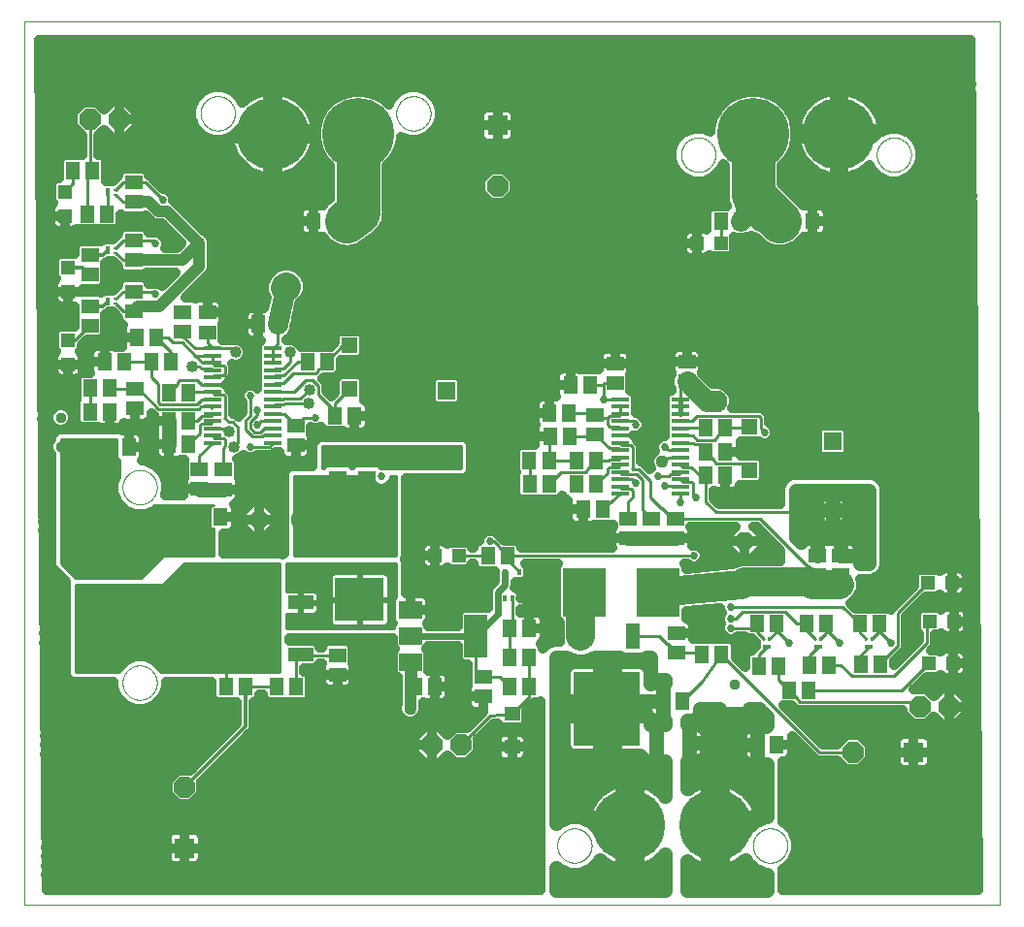
<source format=gtl>
G75*
%MOIN*%
%OFA0B0*%
%FSLAX25Y25*%
%IPPOS*%
%LPD*%
%AMOC8*
5,1,8,0,0,1.08239X$1,22.5*
%
%ADD10C,0.00000*%
%ADD11OC8,0.07124*%
%ADD12C,0.24669*%
%ADD13R,0.05906X0.05118*%
%ADD14R,0.05118X0.05906*%
%ADD15OC8,0.06300*%
%ADD16C,0.06300*%
%ADD17R,0.05512X0.05512*%
%ADD18R,0.04724X0.04724*%
%ADD19R,0.06300X0.01400*%
%ADD20R,0.00984X0.01575*%
%ADD21R,0.02756X0.01575*%
%ADD22R,0.05118X0.05512*%
%ADD23R,0.05512X0.05118*%
%ADD24R,0.25197X0.22835*%
%ADD25R,0.08661X0.04724*%
%ADD26R,0.16700X0.15000*%
%ADD27R,0.15000X0.16700*%
%ADD28R,0.07124X0.07124*%
%ADD29R,0.22835X0.25197*%
%ADD30R,0.04724X0.08661*%
%ADD31C,0.03778*%
%ADD32R,0.01181X0.02362*%
%ADD33R,0.07874X0.05906*%
%ADD34R,0.07874X0.14961*%
%ADD35R,0.01575X0.00984*%
%ADD36R,0.01575X0.02756*%
%ADD37R,0.06337X0.06337*%
%ADD38OC8,0.06337*%
%ADD39C,0.03200*%
%ADD40C,0.01000*%
%ADD41C,0.05000*%
%ADD42C,0.04362*%
%ADD43C,0.04000*%
%ADD44C,0.02700*%
%ADD45C,0.04000*%
%ADD46C,0.15000*%
%ADD47C,0.07000*%
%ADD48C,0.01200*%
%ADD49C,0.10000*%
%ADD50C,0.02400*%
%ADD51C,0.07677*%
%ADD52C,0.01600*%
D10*
X0001000Y0001000D02*
X0001000Y0304701D01*
X0335921Y0304701D01*
X0335921Y0001000D01*
X0001000Y0001000D01*
X0034700Y0077400D02*
X0034702Y0077553D01*
X0034708Y0077706D01*
X0034718Y0077859D01*
X0034732Y0078012D01*
X0034750Y0078164D01*
X0034771Y0078315D01*
X0034797Y0078466D01*
X0034827Y0078617D01*
X0034860Y0078766D01*
X0034898Y0078915D01*
X0034939Y0079062D01*
X0034984Y0079209D01*
X0035033Y0079354D01*
X0035085Y0079498D01*
X0035142Y0079640D01*
X0035202Y0079781D01*
X0035265Y0079920D01*
X0035333Y0080058D01*
X0035403Y0080194D01*
X0035478Y0080328D01*
X0035555Y0080460D01*
X0035637Y0080590D01*
X0035721Y0080718D01*
X0035809Y0080843D01*
X0035900Y0080966D01*
X0035994Y0081087D01*
X0036091Y0081205D01*
X0036192Y0081321D01*
X0036295Y0081434D01*
X0036401Y0081545D01*
X0036510Y0081652D01*
X0036622Y0081757D01*
X0036736Y0081859D01*
X0036853Y0081958D01*
X0036973Y0082053D01*
X0037095Y0082146D01*
X0037219Y0082235D01*
X0037346Y0082322D01*
X0037475Y0082404D01*
X0037606Y0082484D01*
X0037739Y0082560D01*
X0037874Y0082632D01*
X0038011Y0082701D01*
X0038149Y0082767D01*
X0038289Y0082829D01*
X0038431Y0082887D01*
X0038574Y0082941D01*
X0038719Y0082992D01*
X0038864Y0083039D01*
X0039011Y0083082D01*
X0039159Y0083121D01*
X0039308Y0083157D01*
X0039458Y0083188D01*
X0039609Y0083216D01*
X0039760Y0083240D01*
X0039912Y0083260D01*
X0040065Y0083276D01*
X0040217Y0083288D01*
X0040370Y0083296D01*
X0040523Y0083300D01*
X0040677Y0083300D01*
X0040830Y0083296D01*
X0040983Y0083288D01*
X0041135Y0083276D01*
X0041288Y0083260D01*
X0041440Y0083240D01*
X0041591Y0083216D01*
X0041742Y0083188D01*
X0041892Y0083157D01*
X0042041Y0083121D01*
X0042189Y0083082D01*
X0042336Y0083039D01*
X0042481Y0082992D01*
X0042626Y0082941D01*
X0042769Y0082887D01*
X0042911Y0082829D01*
X0043051Y0082767D01*
X0043189Y0082701D01*
X0043326Y0082632D01*
X0043461Y0082560D01*
X0043594Y0082484D01*
X0043725Y0082404D01*
X0043854Y0082322D01*
X0043981Y0082235D01*
X0044105Y0082146D01*
X0044227Y0082053D01*
X0044347Y0081958D01*
X0044464Y0081859D01*
X0044578Y0081757D01*
X0044690Y0081652D01*
X0044799Y0081545D01*
X0044905Y0081434D01*
X0045008Y0081321D01*
X0045109Y0081205D01*
X0045206Y0081087D01*
X0045300Y0080966D01*
X0045391Y0080843D01*
X0045479Y0080718D01*
X0045563Y0080590D01*
X0045645Y0080460D01*
X0045722Y0080328D01*
X0045797Y0080194D01*
X0045867Y0080058D01*
X0045935Y0079920D01*
X0045998Y0079781D01*
X0046058Y0079640D01*
X0046115Y0079498D01*
X0046167Y0079354D01*
X0046216Y0079209D01*
X0046261Y0079062D01*
X0046302Y0078915D01*
X0046340Y0078766D01*
X0046373Y0078617D01*
X0046403Y0078466D01*
X0046429Y0078315D01*
X0046450Y0078164D01*
X0046468Y0078012D01*
X0046482Y0077859D01*
X0046492Y0077706D01*
X0046498Y0077553D01*
X0046500Y0077400D01*
X0046498Y0077247D01*
X0046492Y0077094D01*
X0046482Y0076941D01*
X0046468Y0076788D01*
X0046450Y0076636D01*
X0046429Y0076485D01*
X0046403Y0076334D01*
X0046373Y0076183D01*
X0046340Y0076034D01*
X0046302Y0075885D01*
X0046261Y0075738D01*
X0046216Y0075591D01*
X0046167Y0075446D01*
X0046115Y0075302D01*
X0046058Y0075160D01*
X0045998Y0075019D01*
X0045935Y0074880D01*
X0045867Y0074742D01*
X0045797Y0074606D01*
X0045722Y0074472D01*
X0045645Y0074340D01*
X0045563Y0074210D01*
X0045479Y0074082D01*
X0045391Y0073957D01*
X0045300Y0073834D01*
X0045206Y0073713D01*
X0045109Y0073595D01*
X0045008Y0073479D01*
X0044905Y0073366D01*
X0044799Y0073255D01*
X0044690Y0073148D01*
X0044578Y0073043D01*
X0044464Y0072941D01*
X0044347Y0072842D01*
X0044227Y0072747D01*
X0044105Y0072654D01*
X0043981Y0072565D01*
X0043854Y0072478D01*
X0043725Y0072396D01*
X0043594Y0072316D01*
X0043461Y0072240D01*
X0043326Y0072168D01*
X0043189Y0072099D01*
X0043051Y0072033D01*
X0042911Y0071971D01*
X0042769Y0071913D01*
X0042626Y0071859D01*
X0042481Y0071808D01*
X0042336Y0071761D01*
X0042189Y0071718D01*
X0042041Y0071679D01*
X0041892Y0071643D01*
X0041742Y0071612D01*
X0041591Y0071584D01*
X0041440Y0071560D01*
X0041288Y0071540D01*
X0041135Y0071524D01*
X0040983Y0071512D01*
X0040830Y0071504D01*
X0040677Y0071500D01*
X0040523Y0071500D01*
X0040370Y0071504D01*
X0040217Y0071512D01*
X0040065Y0071524D01*
X0039912Y0071540D01*
X0039760Y0071560D01*
X0039609Y0071584D01*
X0039458Y0071612D01*
X0039308Y0071643D01*
X0039159Y0071679D01*
X0039011Y0071718D01*
X0038864Y0071761D01*
X0038719Y0071808D01*
X0038574Y0071859D01*
X0038431Y0071913D01*
X0038289Y0071971D01*
X0038149Y0072033D01*
X0038011Y0072099D01*
X0037874Y0072168D01*
X0037739Y0072240D01*
X0037606Y0072316D01*
X0037475Y0072396D01*
X0037346Y0072478D01*
X0037219Y0072565D01*
X0037095Y0072654D01*
X0036973Y0072747D01*
X0036853Y0072842D01*
X0036736Y0072941D01*
X0036622Y0073043D01*
X0036510Y0073148D01*
X0036401Y0073255D01*
X0036295Y0073366D01*
X0036192Y0073479D01*
X0036091Y0073595D01*
X0035994Y0073713D01*
X0035900Y0073834D01*
X0035809Y0073957D01*
X0035721Y0074082D01*
X0035637Y0074210D01*
X0035555Y0074340D01*
X0035478Y0074472D01*
X0035403Y0074606D01*
X0035333Y0074742D01*
X0035265Y0074880D01*
X0035202Y0075019D01*
X0035142Y0075160D01*
X0035085Y0075302D01*
X0035033Y0075446D01*
X0034984Y0075591D01*
X0034939Y0075738D01*
X0034898Y0075885D01*
X0034860Y0076034D01*
X0034827Y0076183D01*
X0034797Y0076334D01*
X0034771Y0076485D01*
X0034750Y0076636D01*
X0034732Y0076788D01*
X0034718Y0076941D01*
X0034708Y0077094D01*
X0034702Y0077247D01*
X0034700Y0077400D01*
X0034700Y0144600D02*
X0034702Y0144753D01*
X0034708Y0144906D01*
X0034718Y0145059D01*
X0034732Y0145212D01*
X0034750Y0145364D01*
X0034771Y0145515D01*
X0034797Y0145666D01*
X0034827Y0145817D01*
X0034860Y0145966D01*
X0034898Y0146115D01*
X0034939Y0146262D01*
X0034984Y0146409D01*
X0035033Y0146554D01*
X0035085Y0146698D01*
X0035142Y0146840D01*
X0035202Y0146981D01*
X0035265Y0147120D01*
X0035333Y0147258D01*
X0035403Y0147394D01*
X0035478Y0147528D01*
X0035555Y0147660D01*
X0035637Y0147790D01*
X0035721Y0147918D01*
X0035809Y0148043D01*
X0035900Y0148166D01*
X0035994Y0148287D01*
X0036091Y0148405D01*
X0036192Y0148521D01*
X0036295Y0148634D01*
X0036401Y0148745D01*
X0036510Y0148852D01*
X0036622Y0148957D01*
X0036736Y0149059D01*
X0036853Y0149158D01*
X0036973Y0149253D01*
X0037095Y0149346D01*
X0037219Y0149435D01*
X0037346Y0149522D01*
X0037475Y0149604D01*
X0037606Y0149684D01*
X0037739Y0149760D01*
X0037874Y0149832D01*
X0038011Y0149901D01*
X0038149Y0149967D01*
X0038289Y0150029D01*
X0038431Y0150087D01*
X0038574Y0150141D01*
X0038719Y0150192D01*
X0038864Y0150239D01*
X0039011Y0150282D01*
X0039159Y0150321D01*
X0039308Y0150357D01*
X0039458Y0150388D01*
X0039609Y0150416D01*
X0039760Y0150440D01*
X0039912Y0150460D01*
X0040065Y0150476D01*
X0040217Y0150488D01*
X0040370Y0150496D01*
X0040523Y0150500D01*
X0040677Y0150500D01*
X0040830Y0150496D01*
X0040983Y0150488D01*
X0041135Y0150476D01*
X0041288Y0150460D01*
X0041440Y0150440D01*
X0041591Y0150416D01*
X0041742Y0150388D01*
X0041892Y0150357D01*
X0042041Y0150321D01*
X0042189Y0150282D01*
X0042336Y0150239D01*
X0042481Y0150192D01*
X0042626Y0150141D01*
X0042769Y0150087D01*
X0042911Y0150029D01*
X0043051Y0149967D01*
X0043189Y0149901D01*
X0043326Y0149832D01*
X0043461Y0149760D01*
X0043594Y0149684D01*
X0043725Y0149604D01*
X0043854Y0149522D01*
X0043981Y0149435D01*
X0044105Y0149346D01*
X0044227Y0149253D01*
X0044347Y0149158D01*
X0044464Y0149059D01*
X0044578Y0148957D01*
X0044690Y0148852D01*
X0044799Y0148745D01*
X0044905Y0148634D01*
X0045008Y0148521D01*
X0045109Y0148405D01*
X0045206Y0148287D01*
X0045300Y0148166D01*
X0045391Y0148043D01*
X0045479Y0147918D01*
X0045563Y0147790D01*
X0045645Y0147660D01*
X0045722Y0147528D01*
X0045797Y0147394D01*
X0045867Y0147258D01*
X0045935Y0147120D01*
X0045998Y0146981D01*
X0046058Y0146840D01*
X0046115Y0146698D01*
X0046167Y0146554D01*
X0046216Y0146409D01*
X0046261Y0146262D01*
X0046302Y0146115D01*
X0046340Y0145966D01*
X0046373Y0145817D01*
X0046403Y0145666D01*
X0046429Y0145515D01*
X0046450Y0145364D01*
X0046468Y0145212D01*
X0046482Y0145059D01*
X0046492Y0144906D01*
X0046498Y0144753D01*
X0046500Y0144600D01*
X0046498Y0144447D01*
X0046492Y0144294D01*
X0046482Y0144141D01*
X0046468Y0143988D01*
X0046450Y0143836D01*
X0046429Y0143685D01*
X0046403Y0143534D01*
X0046373Y0143383D01*
X0046340Y0143234D01*
X0046302Y0143085D01*
X0046261Y0142938D01*
X0046216Y0142791D01*
X0046167Y0142646D01*
X0046115Y0142502D01*
X0046058Y0142360D01*
X0045998Y0142219D01*
X0045935Y0142080D01*
X0045867Y0141942D01*
X0045797Y0141806D01*
X0045722Y0141672D01*
X0045645Y0141540D01*
X0045563Y0141410D01*
X0045479Y0141282D01*
X0045391Y0141157D01*
X0045300Y0141034D01*
X0045206Y0140913D01*
X0045109Y0140795D01*
X0045008Y0140679D01*
X0044905Y0140566D01*
X0044799Y0140455D01*
X0044690Y0140348D01*
X0044578Y0140243D01*
X0044464Y0140141D01*
X0044347Y0140042D01*
X0044227Y0139947D01*
X0044105Y0139854D01*
X0043981Y0139765D01*
X0043854Y0139678D01*
X0043725Y0139596D01*
X0043594Y0139516D01*
X0043461Y0139440D01*
X0043326Y0139368D01*
X0043189Y0139299D01*
X0043051Y0139233D01*
X0042911Y0139171D01*
X0042769Y0139113D01*
X0042626Y0139059D01*
X0042481Y0139008D01*
X0042336Y0138961D01*
X0042189Y0138918D01*
X0042041Y0138879D01*
X0041892Y0138843D01*
X0041742Y0138812D01*
X0041591Y0138784D01*
X0041440Y0138760D01*
X0041288Y0138740D01*
X0041135Y0138724D01*
X0040983Y0138712D01*
X0040830Y0138704D01*
X0040677Y0138700D01*
X0040523Y0138700D01*
X0040370Y0138704D01*
X0040217Y0138712D01*
X0040065Y0138724D01*
X0039912Y0138740D01*
X0039760Y0138760D01*
X0039609Y0138784D01*
X0039458Y0138812D01*
X0039308Y0138843D01*
X0039159Y0138879D01*
X0039011Y0138918D01*
X0038864Y0138961D01*
X0038719Y0139008D01*
X0038574Y0139059D01*
X0038431Y0139113D01*
X0038289Y0139171D01*
X0038149Y0139233D01*
X0038011Y0139299D01*
X0037874Y0139368D01*
X0037739Y0139440D01*
X0037606Y0139516D01*
X0037475Y0139596D01*
X0037346Y0139678D01*
X0037219Y0139765D01*
X0037095Y0139854D01*
X0036973Y0139947D01*
X0036853Y0140042D01*
X0036736Y0140141D01*
X0036622Y0140243D01*
X0036510Y0140348D01*
X0036401Y0140455D01*
X0036295Y0140566D01*
X0036192Y0140679D01*
X0036091Y0140795D01*
X0035994Y0140913D01*
X0035900Y0141034D01*
X0035809Y0141157D01*
X0035721Y0141282D01*
X0035637Y0141410D01*
X0035555Y0141540D01*
X0035478Y0141672D01*
X0035403Y0141806D01*
X0035333Y0141942D01*
X0035265Y0142080D01*
X0035202Y0142219D01*
X0035142Y0142360D01*
X0035085Y0142502D01*
X0035033Y0142646D01*
X0034984Y0142791D01*
X0034939Y0142938D01*
X0034898Y0143085D01*
X0034860Y0143234D01*
X0034827Y0143383D01*
X0034797Y0143534D01*
X0034771Y0143685D01*
X0034750Y0143836D01*
X0034732Y0143988D01*
X0034718Y0144141D01*
X0034708Y0144294D01*
X0034702Y0144447D01*
X0034700Y0144600D01*
X0061500Y0273100D02*
X0061502Y0273253D01*
X0061508Y0273406D01*
X0061518Y0273559D01*
X0061532Y0273712D01*
X0061550Y0273864D01*
X0061571Y0274015D01*
X0061597Y0274166D01*
X0061627Y0274317D01*
X0061660Y0274466D01*
X0061698Y0274615D01*
X0061739Y0274762D01*
X0061784Y0274909D01*
X0061833Y0275054D01*
X0061885Y0275198D01*
X0061942Y0275340D01*
X0062002Y0275481D01*
X0062065Y0275620D01*
X0062133Y0275758D01*
X0062203Y0275894D01*
X0062278Y0276028D01*
X0062355Y0276160D01*
X0062437Y0276290D01*
X0062521Y0276418D01*
X0062609Y0276543D01*
X0062700Y0276666D01*
X0062794Y0276787D01*
X0062891Y0276905D01*
X0062992Y0277021D01*
X0063095Y0277134D01*
X0063201Y0277245D01*
X0063310Y0277352D01*
X0063422Y0277457D01*
X0063536Y0277559D01*
X0063653Y0277658D01*
X0063773Y0277753D01*
X0063895Y0277846D01*
X0064019Y0277935D01*
X0064146Y0278022D01*
X0064275Y0278104D01*
X0064406Y0278184D01*
X0064539Y0278260D01*
X0064674Y0278332D01*
X0064811Y0278401D01*
X0064949Y0278467D01*
X0065089Y0278529D01*
X0065231Y0278587D01*
X0065374Y0278641D01*
X0065519Y0278692D01*
X0065664Y0278739D01*
X0065811Y0278782D01*
X0065959Y0278821D01*
X0066108Y0278857D01*
X0066258Y0278888D01*
X0066409Y0278916D01*
X0066560Y0278940D01*
X0066712Y0278960D01*
X0066865Y0278976D01*
X0067017Y0278988D01*
X0067170Y0278996D01*
X0067323Y0279000D01*
X0067477Y0279000D01*
X0067630Y0278996D01*
X0067783Y0278988D01*
X0067935Y0278976D01*
X0068088Y0278960D01*
X0068240Y0278940D01*
X0068391Y0278916D01*
X0068542Y0278888D01*
X0068692Y0278857D01*
X0068841Y0278821D01*
X0068989Y0278782D01*
X0069136Y0278739D01*
X0069281Y0278692D01*
X0069426Y0278641D01*
X0069569Y0278587D01*
X0069711Y0278529D01*
X0069851Y0278467D01*
X0069989Y0278401D01*
X0070126Y0278332D01*
X0070261Y0278260D01*
X0070394Y0278184D01*
X0070525Y0278104D01*
X0070654Y0278022D01*
X0070781Y0277935D01*
X0070905Y0277846D01*
X0071027Y0277753D01*
X0071147Y0277658D01*
X0071264Y0277559D01*
X0071378Y0277457D01*
X0071490Y0277352D01*
X0071599Y0277245D01*
X0071705Y0277134D01*
X0071808Y0277021D01*
X0071909Y0276905D01*
X0072006Y0276787D01*
X0072100Y0276666D01*
X0072191Y0276543D01*
X0072279Y0276418D01*
X0072363Y0276290D01*
X0072445Y0276160D01*
X0072522Y0276028D01*
X0072597Y0275894D01*
X0072667Y0275758D01*
X0072735Y0275620D01*
X0072798Y0275481D01*
X0072858Y0275340D01*
X0072915Y0275198D01*
X0072967Y0275054D01*
X0073016Y0274909D01*
X0073061Y0274762D01*
X0073102Y0274615D01*
X0073140Y0274466D01*
X0073173Y0274317D01*
X0073203Y0274166D01*
X0073229Y0274015D01*
X0073250Y0273864D01*
X0073268Y0273712D01*
X0073282Y0273559D01*
X0073292Y0273406D01*
X0073298Y0273253D01*
X0073300Y0273100D01*
X0073298Y0272947D01*
X0073292Y0272794D01*
X0073282Y0272641D01*
X0073268Y0272488D01*
X0073250Y0272336D01*
X0073229Y0272185D01*
X0073203Y0272034D01*
X0073173Y0271883D01*
X0073140Y0271734D01*
X0073102Y0271585D01*
X0073061Y0271438D01*
X0073016Y0271291D01*
X0072967Y0271146D01*
X0072915Y0271002D01*
X0072858Y0270860D01*
X0072798Y0270719D01*
X0072735Y0270580D01*
X0072667Y0270442D01*
X0072597Y0270306D01*
X0072522Y0270172D01*
X0072445Y0270040D01*
X0072363Y0269910D01*
X0072279Y0269782D01*
X0072191Y0269657D01*
X0072100Y0269534D01*
X0072006Y0269413D01*
X0071909Y0269295D01*
X0071808Y0269179D01*
X0071705Y0269066D01*
X0071599Y0268955D01*
X0071490Y0268848D01*
X0071378Y0268743D01*
X0071264Y0268641D01*
X0071147Y0268542D01*
X0071027Y0268447D01*
X0070905Y0268354D01*
X0070781Y0268265D01*
X0070654Y0268178D01*
X0070525Y0268096D01*
X0070394Y0268016D01*
X0070261Y0267940D01*
X0070126Y0267868D01*
X0069989Y0267799D01*
X0069851Y0267733D01*
X0069711Y0267671D01*
X0069569Y0267613D01*
X0069426Y0267559D01*
X0069281Y0267508D01*
X0069136Y0267461D01*
X0068989Y0267418D01*
X0068841Y0267379D01*
X0068692Y0267343D01*
X0068542Y0267312D01*
X0068391Y0267284D01*
X0068240Y0267260D01*
X0068088Y0267240D01*
X0067935Y0267224D01*
X0067783Y0267212D01*
X0067630Y0267204D01*
X0067477Y0267200D01*
X0067323Y0267200D01*
X0067170Y0267204D01*
X0067017Y0267212D01*
X0066865Y0267224D01*
X0066712Y0267240D01*
X0066560Y0267260D01*
X0066409Y0267284D01*
X0066258Y0267312D01*
X0066108Y0267343D01*
X0065959Y0267379D01*
X0065811Y0267418D01*
X0065664Y0267461D01*
X0065519Y0267508D01*
X0065374Y0267559D01*
X0065231Y0267613D01*
X0065089Y0267671D01*
X0064949Y0267733D01*
X0064811Y0267799D01*
X0064674Y0267868D01*
X0064539Y0267940D01*
X0064406Y0268016D01*
X0064275Y0268096D01*
X0064146Y0268178D01*
X0064019Y0268265D01*
X0063895Y0268354D01*
X0063773Y0268447D01*
X0063653Y0268542D01*
X0063536Y0268641D01*
X0063422Y0268743D01*
X0063310Y0268848D01*
X0063201Y0268955D01*
X0063095Y0269066D01*
X0062992Y0269179D01*
X0062891Y0269295D01*
X0062794Y0269413D01*
X0062700Y0269534D01*
X0062609Y0269657D01*
X0062521Y0269782D01*
X0062437Y0269910D01*
X0062355Y0270040D01*
X0062278Y0270172D01*
X0062203Y0270306D01*
X0062133Y0270442D01*
X0062065Y0270580D01*
X0062002Y0270719D01*
X0061942Y0270860D01*
X0061885Y0271002D01*
X0061833Y0271146D01*
X0061784Y0271291D01*
X0061739Y0271438D01*
X0061698Y0271585D01*
X0061660Y0271734D01*
X0061627Y0271883D01*
X0061597Y0272034D01*
X0061571Y0272185D01*
X0061550Y0272336D01*
X0061532Y0272488D01*
X0061518Y0272641D01*
X0061508Y0272794D01*
X0061502Y0272947D01*
X0061500Y0273100D01*
X0128700Y0273100D02*
X0128702Y0273253D01*
X0128708Y0273406D01*
X0128718Y0273559D01*
X0128732Y0273712D01*
X0128750Y0273864D01*
X0128771Y0274015D01*
X0128797Y0274166D01*
X0128827Y0274317D01*
X0128860Y0274466D01*
X0128898Y0274615D01*
X0128939Y0274762D01*
X0128984Y0274909D01*
X0129033Y0275054D01*
X0129085Y0275198D01*
X0129142Y0275340D01*
X0129202Y0275481D01*
X0129265Y0275620D01*
X0129333Y0275758D01*
X0129403Y0275894D01*
X0129478Y0276028D01*
X0129555Y0276160D01*
X0129637Y0276290D01*
X0129721Y0276418D01*
X0129809Y0276543D01*
X0129900Y0276666D01*
X0129994Y0276787D01*
X0130091Y0276905D01*
X0130192Y0277021D01*
X0130295Y0277134D01*
X0130401Y0277245D01*
X0130510Y0277352D01*
X0130622Y0277457D01*
X0130736Y0277559D01*
X0130853Y0277658D01*
X0130973Y0277753D01*
X0131095Y0277846D01*
X0131219Y0277935D01*
X0131346Y0278022D01*
X0131475Y0278104D01*
X0131606Y0278184D01*
X0131739Y0278260D01*
X0131874Y0278332D01*
X0132011Y0278401D01*
X0132149Y0278467D01*
X0132289Y0278529D01*
X0132431Y0278587D01*
X0132574Y0278641D01*
X0132719Y0278692D01*
X0132864Y0278739D01*
X0133011Y0278782D01*
X0133159Y0278821D01*
X0133308Y0278857D01*
X0133458Y0278888D01*
X0133609Y0278916D01*
X0133760Y0278940D01*
X0133912Y0278960D01*
X0134065Y0278976D01*
X0134217Y0278988D01*
X0134370Y0278996D01*
X0134523Y0279000D01*
X0134677Y0279000D01*
X0134830Y0278996D01*
X0134983Y0278988D01*
X0135135Y0278976D01*
X0135288Y0278960D01*
X0135440Y0278940D01*
X0135591Y0278916D01*
X0135742Y0278888D01*
X0135892Y0278857D01*
X0136041Y0278821D01*
X0136189Y0278782D01*
X0136336Y0278739D01*
X0136481Y0278692D01*
X0136626Y0278641D01*
X0136769Y0278587D01*
X0136911Y0278529D01*
X0137051Y0278467D01*
X0137189Y0278401D01*
X0137326Y0278332D01*
X0137461Y0278260D01*
X0137594Y0278184D01*
X0137725Y0278104D01*
X0137854Y0278022D01*
X0137981Y0277935D01*
X0138105Y0277846D01*
X0138227Y0277753D01*
X0138347Y0277658D01*
X0138464Y0277559D01*
X0138578Y0277457D01*
X0138690Y0277352D01*
X0138799Y0277245D01*
X0138905Y0277134D01*
X0139008Y0277021D01*
X0139109Y0276905D01*
X0139206Y0276787D01*
X0139300Y0276666D01*
X0139391Y0276543D01*
X0139479Y0276418D01*
X0139563Y0276290D01*
X0139645Y0276160D01*
X0139722Y0276028D01*
X0139797Y0275894D01*
X0139867Y0275758D01*
X0139935Y0275620D01*
X0139998Y0275481D01*
X0140058Y0275340D01*
X0140115Y0275198D01*
X0140167Y0275054D01*
X0140216Y0274909D01*
X0140261Y0274762D01*
X0140302Y0274615D01*
X0140340Y0274466D01*
X0140373Y0274317D01*
X0140403Y0274166D01*
X0140429Y0274015D01*
X0140450Y0273864D01*
X0140468Y0273712D01*
X0140482Y0273559D01*
X0140492Y0273406D01*
X0140498Y0273253D01*
X0140500Y0273100D01*
X0140498Y0272947D01*
X0140492Y0272794D01*
X0140482Y0272641D01*
X0140468Y0272488D01*
X0140450Y0272336D01*
X0140429Y0272185D01*
X0140403Y0272034D01*
X0140373Y0271883D01*
X0140340Y0271734D01*
X0140302Y0271585D01*
X0140261Y0271438D01*
X0140216Y0271291D01*
X0140167Y0271146D01*
X0140115Y0271002D01*
X0140058Y0270860D01*
X0139998Y0270719D01*
X0139935Y0270580D01*
X0139867Y0270442D01*
X0139797Y0270306D01*
X0139722Y0270172D01*
X0139645Y0270040D01*
X0139563Y0269910D01*
X0139479Y0269782D01*
X0139391Y0269657D01*
X0139300Y0269534D01*
X0139206Y0269413D01*
X0139109Y0269295D01*
X0139008Y0269179D01*
X0138905Y0269066D01*
X0138799Y0268955D01*
X0138690Y0268848D01*
X0138578Y0268743D01*
X0138464Y0268641D01*
X0138347Y0268542D01*
X0138227Y0268447D01*
X0138105Y0268354D01*
X0137981Y0268265D01*
X0137854Y0268178D01*
X0137725Y0268096D01*
X0137594Y0268016D01*
X0137461Y0267940D01*
X0137326Y0267868D01*
X0137189Y0267799D01*
X0137051Y0267733D01*
X0136911Y0267671D01*
X0136769Y0267613D01*
X0136626Y0267559D01*
X0136481Y0267508D01*
X0136336Y0267461D01*
X0136189Y0267418D01*
X0136041Y0267379D01*
X0135892Y0267343D01*
X0135742Y0267312D01*
X0135591Y0267284D01*
X0135440Y0267260D01*
X0135288Y0267240D01*
X0135135Y0267224D01*
X0134983Y0267212D01*
X0134830Y0267204D01*
X0134677Y0267200D01*
X0134523Y0267200D01*
X0134370Y0267204D01*
X0134217Y0267212D01*
X0134065Y0267224D01*
X0133912Y0267240D01*
X0133760Y0267260D01*
X0133609Y0267284D01*
X0133458Y0267312D01*
X0133308Y0267343D01*
X0133159Y0267379D01*
X0133011Y0267418D01*
X0132864Y0267461D01*
X0132719Y0267508D01*
X0132574Y0267559D01*
X0132431Y0267613D01*
X0132289Y0267671D01*
X0132149Y0267733D01*
X0132011Y0267799D01*
X0131874Y0267868D01*
X0131739Y0267940D01*
X0131606Y0268016D01*
X0131475Y0268096D01*
X0131346Y0268178D01*
X0131219Y0268265D01*
X0131095Y0268354D01*
X0130973Y0268447D01*
X0130853Y0268542D01*
X0130736Y0268641D01*
X0130622Y0268743D01*
X0130510Y0268848D01*
X0130401Y0268955D01*
X0130295Y0269066D01*
X0130192Y0269179D01*
X0130091Y0269295D01*
X0129994Y0269413D01*
X0129900Y0269534D01*
X0129809Y0269657D01*
X0129721Y0269782D01*
X0129637Y0269910D01*
X0129555Y0270040D01*
X0129478Y0270172D01*
X0129403Y0270306D01*
X0129333Y0270442D01*
X0129265Y0270580D01*
X0129202Y0270719D01*
X0129142Y0270860D01*
X0129085Y0271002D01*
X0129033Y0271146D01*
X0128984Y0271291D01*
X0128939Y0271438D01*
X0128898Y0271585D01*
X0128860Y0271734D01*
X0128827Y0271883D01*
X0128797Y0272034D01*
X0128771Y0272185D01*
X0128750Y0272336D01*
X0128732Y0272488D01*
X0128718Y0272641D01*
X0128708Y0272794D01*
X0128702Y0272947D01*
X0128700Y0273100D01*
X0226500Y0258900D02*
X0226502Y0259053D01*
X0226508Y0259206D01*
X0226518Y0259359D01*
X0226532Y0259512D01*
X0226550Y0259664D01*
X0226571Y0259815D01*
X0226597Y0259966D01*
X0226627Y0260117D01*
X0226660Y0260266D01*
X0226698Y0260415D01*
X0226739Y0260562D01*
X0226784Y0260709D01*
X0226833Y0260854D01*
X0226885Y0260998D01*
X0226942Y0261140D01*
X0227002Y0261281D01*
X0227065Y0261420D01*
X0227133Y0261558D01*
X0227203Y0261694D01*
X0227278Y0261828D01*
X0227355Y0261960D01*
X0227437Y0262090D01*
X0227521Y0262218D01*
X0227609Y0262343D01*
X0227700Y0262466D01*
X0227794Y0262587D01*
X0227891Y0262705D01*
X0227992Y0262821D01*
X0228095Y0262934D01*
X0228201Y0263045D01*
X0228310Y0263152D01*
X0228422Y0263257D01*
X0228536Y0263359D01*
X0228653Y0263458D01*
X0228773Y0263553D01*
X0228895Y0263646D01*
X0229019Y0263735D01*
X0229146Y0263822D01*
X0229275Y0263904D01*
X0229406Y0263984D01*
X0229539Y0264060D01*
X0229674Y0264132D01*
X0229811Y0264201D01*
X0229949Y0264267D01*
X0230089Y0264329D01*
X0230231Y0264387D01*
X0230374Y0264441D01*
X0230519Y0264492D01*
X0230664Y0264539D01*
X0230811Y0264582D01*
X0230959Y0264621D01*
X0231108Y0264657D01*
X0231258Y0264688D01*
X0231409Y0264716D01*
X0231560Y0264740D01*
X0231712Y0264760D01*
X0231865Y0264776D01*
X0232017Y0264788D01*
X0232170Y0264796D01*
X0232323Y0264800D01*
X0232477Y0264800D01*
X0232630Y0264796D01*
X0232783Y0264788D01*
X0232935Y0264776D01*
X0233088Y0264760D01*
X0233240Y0264740D01*
X0233391Y0264716D01*
X0233542Y0264688D01*
X0233692Y0264657D01*
X0233841Y0264621D01*
X0233989Y0264582D01*
X0234136Y0264539D01*
X0234281Y0264492D01*
X0234426Y0264441D01*
X0234569Y0264387D01*
X0234711Y0264329D01*
X0234851Y0264267D01*
X0234989Y0264201D01*
X0235126Y0264132D01*
X0235261Y0264060D01*
X0235394Y0263984D01*
X0235525Y0263904D01*
X0235654Y0263822D01*
X0235781Y0263735D01*
X0235905Y0263646D01*
X0236027Y0263553D01*
X0236147Y0263458D01*
X0236264Y0263359D01*
X0236378Y0263257D01*
X0236490Y0263152D01*
X0236599Y0263045D01*
X0236705Y0262934D01*
X0236808Y0262821D01*
X0236909Y0262705D01*
X0237006Y0262587D01*
X0237100Y0262466D01*
X0237191Y0262343D01*
X0237279Y0262218D01*
X0237363Y0262090D01*
X0237445Y0261960D01*
X0237522Y0261828D01*
X0237597Y0261694D01*
X0237667Y0261558D01*
X0237735Y0261420D01*
X0237798Y0261281D01*
X0237858Y0261140D01*
X0237915Y0260998D01*
X0237967Y0260854D01*
X0238016Y0260709D01*
X0238061Y0260562D01*
X0238102Y0260415D01*
X0238140Y0260266D01*
X0238173Y0260117D01*
X0238203Y0259966D01*
X0238229Y0259815D01*
X0238250Y0259664D01*
X0238268Y0259512D01*
X0238282Y0259359D01*
X0238292Y0259206D01*
X0238298Y0259053D01*
X0238300Y0258900D01*
X0238298Y0258747D01*
X0238292Y0258594D01*
X0238282Y0258441D01*
X0238268Y0258288D01*
X0238250Y0258136D01*
X0238229Y0257985D01*
X0238203Y0257834D01*
X0238173Y0257683D01*
X0238140Y0257534D01*
X0238102Y0257385D01*
X0238061Y0257238D01*
X0238016Y0257091D01*
X0237967Y0256946D01*
X0237915Y0256802D01*
X0237858Y0256660D01*
X0237798Y0256519D01*
X0237735Y0256380D01*
X0237667Y0256242D01*
X0237597Y0256106D01*
X0237522Y0255972D01*
X0237445Y0255840D01*
X0237363Y0255710D01*
X0237279Y0255582D01*
X0237191Y0255457D01*
X0237100Y0255334D01*
X0237006Y0255213D01*
X0236909Y0255095D01*
X0236808Y0254979D01*
X0236705Y0254866D01*
X0236599Y0254755D01*
X0236490Y0254648D01*
X0236378Y0254543D01*
X0236264Y0254441D01*
X0236147Y0254342D01*
X0236027Y0254247D01*
X0235905Y0254154D01*
X0235781Y0254065D01*
X0235654Y0253978D01*
X0235525Y0253896D01*
X0235394Y0253816D01*
X0235261Y0253740D01*
X0235126Y0253668D01*
X0234989Y0253599D01*
X0234851Y0253533D01*
X0234711Y0253471D01*
X0234569Y0253413D01*
X0234426Y0253359D01*
X0234281Y0253308D01*
X0234136Y0253261D01*
X0233989Y0253218D01*
X0233841Y0253179D01*
X0233692Y0253143D01*
X0233542Y0253112D01*
X0233391Y0253084D01*
X0233240Y0253060D01*
X0233088Y0253040D01*
X0232935Y0253024D01*
X0232783Y0253012D01*
X0232630Y0253004D01*
X0232477Y0253000D01*
X0232323Y0253000D01*
X0232170Y0253004D01*
X0232017Y0253012D01*
X0231865Y0253024D01*
X0231712Y0253040D01*
X0231560Y0253060D01*
X0231409Y0253084D01*
X0231258Y0253112D01*
X0231108Y0253143D01*
X0230959Y0253179D01*
X0230811Y0253218D01*
X0230664Y0253261D01*
X0230519Y0253308D01*
X0230374Y0253359D01*
X0230231Y0253413D01*
X0230089Y0253471D01*
X0229949Y0253533D01*
X0229811Y0253599D01*
X0229674Y0253668D01*
X0229539Y0253740D01*
X0229406Y0253816D01*
X0229275Y0253896D01*
X0229146Y0253978D01*
X0229019Y0254065D01*
X0228895Y0254154D01*
X0228773Y0254247D01*
X0228653Y0254342D01*
X0228536Y0254441D01*
X0228422Y0254543D01*
X0228310Y0254648D01*
X0228201Y0254755D01*
X0228095Y0254866D01*
X0227992Y0254979D01*
X0227891Y0255095D01*
X0227794Y0255213D01*
X0227700Y0255334D01*
X0227609Y0255457D01*
X0227521Y0255582D01*
X0227437Y0255710D01*
X0227355Y0255840D01*
X0227278Y0255972D01*
X0227203Y0256106D01*
X0227133Y0256242D01*
X0227065Y0256380D01*
X0227002Y0256519D01*
X0226942Y0256660D01*
X0226885Y0256802D01*
X0226833Y0256946D01*
X0226784Y0257091D01*
X0226739Y0257238D01*
X0226698Y0257385D01*
X0226660Y0257534D01*
X0226627Y0257683D01*
X0226597Y0257834D01*
X0226571Y0257985D01*
X0226550Y0258136D01*
X0226532Y0258288D01*
X0226518Y0258441D01*
X0226508Y0258594D01*
X0226502Y0258747D01*
X0226500Y0258900D01*
X0293700Y0258900D02*
X0293702Y0259053D01*
X0293708Y0259206D01*
X0293718Y0259359D01*
X0293732Y0259512D01*
X0293750Y0259664D01*
X0293771Y0259815D01*
X0293797Y0259966D01*
X0293827Y0260117D01*
X0293860Y0260266D01*
X0293898Y0260415D01*
X0293939Y0260562D01*
X0293984Y0260709D01*
X0294033Y0260854D01*
X0294085Y0260998D01*
X0294142Y0261140D01*
X0294202Y0261281D01*
X0294265Y0261420D01*
X0294333Y0261558D01*
X0294403Y0261694D01*
X0294478Y0261828D01*
X0294555Y0261960D01*
X0294637Y0262090D01*
X0294721Y0262218D01*
X0294809Y0262343D01*
X0294900Y0262466D01*
X0294994Y0262587D01*
X0295091Y0262705D01*
X0295192Y0262821D01*
X0295295Y0262934D01*
X0295401Y0263045D01*
X0295510Y0263152D01*
X0295622Y0263257D01*
X0295736Y0263359D01*
X0295853Y0263458D01*
X0295973Y0263553D01*
X0296095Y0263646D01*
X0296219Y0263735D01*
X0296346Y0263822D01*
X0296475Y0263904D01*
X0296606Y0263984D01*
X0296739Y0264060D01*
X0296874Y0264132D01*
X0297011Y0264201D01*
X0297149Y0264267D01*
X0297289Y0264329D01*
X0297431Y0264387D01*
X0297574Y0264441D01*
X0297719Y0264492D01*
X0297864Y0264539D01*
X0298011Y0264582D01*
X0298159Y0264621D01*
X0298308Y0264657D01*
X0298458Y0264688D01*
X0298609Y0264716D01*
X0298760Y0264740D01*
X0298912Y0264760D01*
X0299065Y0264776D01*
X0299217Y0264788D01*
X0299370Y0264796D01*
X0299523Y0264800D01*
X0299677Y0264800D01*
X0299830Y0264796D01*
X0299983Y0264788D01*
X0300135Y0264776D01*
X0300288Y0264760D01*
X0300440Y0264740D01*
X0300591Y0264716D01*
X0300742Y0264688D01*
X0300892Y0264657D01*
X0301041Y0264621D01*
X0301189Y0264582D01*
X0301336Y0264539D01*
X0301481Y0264492D01*
X0301626Y0264441D01*
X0301769Y0264387D01*
X0301911Y0264329D01*
X0302051Y0264267D01*
X0302189Y0264201D01*
X0302326Y0264132D01*
X0302461Y0264060D01*
X0302594Y0263984D01*
X0302725Y0263904D01*
X0302854Y0263822D01*
X0302981Y0263735D01*
X0303105Y0263646D01*
X0303227Y0263553D01*
X0303347Y0263458D01*
X0303464Y0263359D01*
X0303578Y0263257D01*
X0303690Y0263152D01*
X0303799Y0263045D01*
X0303905Y0262934D01*
X0304008Y0262821D01*
X0304109Y0262705D01*
X0304206Y0262587D01*
X0304300Y0262466D01*
X0304391Y0262343D01*
X0304479Y0262218D01*
X0304563Y0262090D01*
X0304645Y0261960D01*
X0304722Y0261828D01*
X0304797Y0261694D01*
X0304867Y0261558D01*
X0304935Y0261420D01*
X0304998Y0261281D01*
X0305058Y0261140D01*
X0305115Y0260998D01*
X0305167Y0260854D01*
X0305216Y0260709D01*
X0305261Y0260562D01*
X0305302Y0260415D01*
X0305340Y0260266D01*
X0305373Y0260117D01*
X0305403Y0259966D01*
X0305429Y0259815D01*
X0305450Y0259664D01*
X0305468Y0259512D01*
X0305482Y0259359D01*
X0305492Y0259206D01*
X0305498Y0259053D01*
X0305500Y0258900D01*
X0305498Y0258747D01*
X0305492Y0258594D01*
X0305482Y0258441D01*
X0305468Y0258288D01*
X0305450Y0258136D01*
X0305429Y0257985D01*
X0305403Y0257834D01*
X0305373Y0257683D01*
X0305340Y0257534D01*
X0305302Y0257385D01*
X0305261Y0257238D01*
X0305216Y0257091D01*
X0305167Y0256946D01*
X0305115Y0256802D01*
X0305058Y0256660D01*
X0304998Y0256519D01*
X0304935Y0256380D01*
X0304867Y0256242D01*
X0304797Y0256106D01*
X0304722Y0255972D01*
X0304645Y0255840D01*
X0304563Y0255710D01*
X0304479Y0255582D01*
X0304391Y0255457D01*
X0304300Y0255334D01*
X0304206Y0255213D01*
X0304109Y0255095D01*
X0304008Y0254979D01*
X0303905Y0254866D01*
X0303799Y0254755D01*
X0303690Y0254648D01*
X0303578Y0254543D01*
X0303464Y0254441D01*
X0303347Y0254342D01*
X0303227Y0254247D01*
X0303105Y0254154D01*
X0302981Y0254065D01*
X0302854Y0253978D01*
X0302725Y0253896D01*
X0302594Y0253816D01*
X0302461Y0253740D01*
X0302326Y0253668D01*
X0302189Y0253599D01*
X0302051Y0253533D01*
X0301911Y0253471D01*
X0301769Y0253413D01*
X0301626Y0253359D01*
X0301481Y0253308D01*
X0301336Y0253261D01*
X0301189Y0253218D01*
X0301041Y0253179D01*
X0300892Y0253143D01*
X0300742Y0253112D01*
X0300591Y0253084D01*
X0300440Y0253060D01*
X0300288Y0253040D01*
X0300135Y0253024D01*
X0299983Y0253012D01*
X0299830Y0253004D01*
X0299677Y0253000D01*
X0299523Y0253000D01*
X0299370Y0253004D01*
X0299217Y0253012D01*
X0299065Y0253024D01*
X0298912Y0253040D01*
X0298760Y0253060D01*
X0298609Y0253084D01*
X0298458Y0253112D01*
X0298308Y0253143D01*
X0298159Y0253179D01*
X0298011Y0253218D01*
X0297864Y0253261D01*
X0297719Y0253308D01*
X0297574Y0253359D01*
X0297431Y0253413D01*
X0297289Y0253471D01*
X0297149Y0253533D01*
X0297011Y0253599D01*
X0296874Y0253668D01*
X0296739Y0253740D01*
X0296606Y0253816D01*
X0296475Y0253896D01*
X0296346Y0253978D01*
X0296219Y0254065D01*
X0296095Y0254154D01*
X0295973Y0254247D01*
X0295853Y0254342D01*
X0295736Y0254441D01*
X0295622Y0254543D01*
X0295510Y0254648D01*
X0295401Y0254755D01*
X0295295Y0254866D01*
X0295192Y0254979D01*
X0295091Y0255095D01*
X0294994Y0255213D01*
X0294900Y0255334D01*
X0294809Y0255457D01*
X0294721Y0255582D01*
X0294637Y0255710D01*
X0294555Y0255840D01*
X0294478Y0255972D01*
X0294403Y0256106D01*
X0294333Y0256242D01*
X0294265Y0256380D01*
X0294202Y0256519D01*
X0294142Y0256660D01*
X0294085Y0256802D01*
X0294033Y0256946D01*
X0293984Y0257091D01*
X0293939Y0257238D01*
X0293898Y0257385D01*
X0293860Y0257534D01*
X0293827Y0257683D01*
X0293797Y0257834D01*
X0293771Y0257985D01*
X0293750Y0258136D01*
X0293732Y0258288D01*
X0293718Y0258441D01*
X0293708Y0258594D01*
X0293702Y0258747D01*
X0293700Y0258900D01*
X0251200Y0021400D02*
X0251202Y0021553D01*
X0251208Y0021706D01*
X0251218Y0021859D01*
X0251232Y0022012D01*
X0251250Y0022164D01*
X0251271Y0022315D01*
X0251297Y0022466D01*
X0251327Y0022617D01*
X0251360Y0022766D01*
X0251398Y0022915D01*
X0251439Y0023062D01*
X0251484Y0023209D01*
X0251533Y0023354D01*
X0251585Y0023498D01*
X0251642Y0023640D01*
X0251702Y0023781D01*
X0251765Y0023920D01*
X0251833Y0024058D01*
X0251903Y0024194D01*
X0251978Y0024328D01*
X0252055Y0024460D01*
X0252137Y0024590D01*
X0252221Y0024718D01*
X0252309Y0024843D01*
X0252400Y0024966D01*
X0252494Y0025087D01*
X0252591Y0025205D01*
X0252692Y0025321D01*
X0252795Y0025434D01*
X0252901Y0025545D01*
X0253010Y0025652D01*
X0253122Y0025757D01*
X0253236Y0025859D01*
X0253353Y0025958D01*
X0253473Y0026053D01*
X0253595Y0026146D01*
X0253719Y0026235D01*
X0253846Y0026322D01*
X0253975Y0026404D01*
X0254106Y0026484D01*
X0254239Y0026560D01*
X0254374Y0026632D01*
X0254511Y0026701D01*
X0254649Y0026767D01*
X0254789Y0026829D01*
X0254931Y0026887D01*
X0255074Y0026941D01*
X0255219Y0026992D01*
X0255364Y0027039D01*
X0255511Y0027082D01*
X0255659Y0027121D01*
X0255808Y0027157D01*
X0255958Y0027188D01*
X0256109Y0027216D01*
X0256260Y0027240D01*
X0256412Y0027260D01*
X0256565Y0027276D01*
X0256717Y0027288D01*
X0256870Y0027296D01*
X0257023Y0027300D01*
X0257177Y0027300D01*
X0257330Y0027296D01*
X0257483Y0027288D01*
X0257635Y0027276D01*
X0257788Y0027260D01*
X0257940Y0027240D01*
X0258091Y0027216D01*
X0258242Y0027188D01*
X0258392Y0027157D01*
X0258541Y0027121D01*
X0258689Y0027082D01*
X0258836Y0027039D01*
X0258981Y0026992D01*
X0259126Y0026941D01*
X0259269Y0026887D01*
X0259411Y0026829D01*
X0259551Y0026767D01*
X0259689Y0026701D01*
X0259826Y0026632D01*
X0259961Y0026560D01*
X0260094Y0026484D01*
X0260225Y0026404D01*
X0260354Y0026322D01*
X0260481Y0026235D01*
X0260605Y0026146D01*
X0260727Y0026053D01*
X0260847Y0025958D01*
X0260964Y0025859D01*
X0261078Y0025757D01*
X0261190Y0025652D01*
X0261299Y0025545D01*
X0261405Y0025434D01*
X0261508Y0025321D01*
X0261609Y0025205D01*
X0261706Y0025087D01*
X0261800Y0024966D01*
X0261891Y0024843D01*
X0261979Y0024718D01*
X0262063Y0024590D01*
X0262145Y0024460D01*
X0262222Y0024328D01*
X0262297Y0024194D01*
X0262367Y0024058D01*
X0262435Y0023920D01*
X0262498Y0023781D01*
X0262558Y0023640D01*
X0262615Y0023498D01*
X0262667Y0023354D01*
X0262716Y0023209D01*
X0262761Y0023062D01*
X0262802Y0022915D01*
X0262840Y0022766D01*
X0262873Y0022617D01*
X0262903Y0022466D01*
X0262929Y0022315D01*
X0262950Y0022164D01*
X0262968Y0022012D01*
X0262982Y0021859D01*
X0262992Y0021706D01*
X0262998Y0021553D01*
X0263000Y0021400D01*
X0262998Y0021247D01*
X0262992Y0021094D01*
X0262982Y0020941D01*
X0262968Y0020788D01*
X0262950Y0020636D01*
X0262929Y0020485D01*
X0262903Y0020334D01*
X0262873Y0020183D01*
X0262840Y0020034D01*
X0262802Y0019885D01*
X0262761Y0019738D01*
X0262716Y0019591D01*
X0262667Y0019446D01*
X0262615Y0019302D01*
X0262558Y0019160D01*
X0262498Y0019019D01*
X0262435Y0018880D01*
X0262367Y0018742D01*
X0262297Y0018606D01*
X0262222Y0018472D01*
X0262145Y0018340D01*
X0262063Y0018210D01*
X0261979Y0018082D01*
X0261891Y0017957D01*
X0261800Y0017834D01*
X0261706Y0017713D01*
X0261609Y0017595D01*
X0261508Y0017479D01*
X0261405Y0017366D01*
X0261299Y0017255D01*
X0261190Y0017148D01*
X0261078Y0017043D01*
X0260964Y0016941D01*
X0260847Y0016842D01*
X0260727Y0016747D01*
X0260605Y0016654D01*
X0260481Y0016565D01*
X0260354Y0016478D01*
X0260225Y0016396D01*
X0260094Y0016316D01*
X0259961Y0016240D01*
X0259826Y0016168D01*
X0259689Y0016099D01*
X0259551Y0016033D01*
X0259411Y0015971D01*
X0259269Y0015913D01*
X0259126Y0015859D01*
X0258981Y0015808D01*
X0258836Y0015761D01*
X0258689Y0015718D01*
X0258541Y0015679D01*
X0258392Y0015643D01*
X0258242Y0015612D01*
X0258091Y0015584D01*
X0257940Y0015560D01*
X0257788Y0015540D01*
X0257635Y0015524D01*
X0257483Y0015512D01*
X0257330Y0015504D01*
X0257177Y0015500D01*
X0257023Y0015500D01*
X0256870Y0015504D01*
X0256717Y0015512D01*
X0256565Y0015524D01*
X0256412Y0015540D01*
X0256260Y0015560D01*
X0256109Y0015584D01*
X0255958Y0015612D01*
X0255808Y0015643D01*
X0255659Y0015679D01*
X0255511Y0015718D01*
X0255364Y0015761D01*
X0255219Y0015808D01*
X0255074Y0015859D01*
X0254931Y0015913D01*
X0254789Y0015971D01*
X0254649Y0016033D01*
X0254511Y0016099D01*
X0254374Y0016168D01*
X0254239Y0016240D01*
X0254106Y0016316D01*
X0253975Y0016396D01*
X0253846Y0016478D01*
X0253719Y0016565D01*
X0253595Y0016654D01*
X0253473Y0016747D01*
X0253353Y0016842D01*
X0253236Y0016941D01*
X0253122Y0017043D01*
X0253010Y0017148D01*
X0252901Y0017255D01*
X0252795Y0017366D01*
X0252692Y0017479D01*
X0252591Y0017595D01*
X0252494Y0017713D01*
X0252400Y0017834D01*
X0252309Y0017957D01*
X0252221Y0018082D01*
X0252137Y0018210D01*
X0252055Y0018340D01*
X0251978Y0018472D01*
X0251903Y0018606D01*
X0251833Y0018742D01*
X0251765Y0018880D01*
X0251702Y0019019D01*
X0251642Y0019160D01*
X0251585Y0019302D01*
X0251533Y0019446D01*
X0251484Y0019591D01*
X0251439Y0019738D01*
X0251398Y0019885D01*
X0251360Y0020034D01*
X0251327Y0020183D01*
X0251297Y0020334D01*
X0251271Y0020485D01*
X0251250Y0020636D01*
X0251232Y0020788D01*
X0251218Y0020941D01*
X0251208Y0021094D01*
X0251202Y0021247D01*
X0251200Y0021400D01*
X0184000Y0021400D02*
X0184002Y0021553D01*
X0184008Y0021706D01*
X0184018Y0021859D01*
X0184032Y0022012D01*
X0184050Y0022164D01*
X0184071Y0022315D01*
X0184097Y0022466D01*
X0184127Y0022617D01*
X0184160Y0022766D01*
X0184198Y0022915D01*
X0184239Y0023062D01*
X0184284Y0023209D01*
X0184333Y0023354D01*
X0184385Y0023498D01*
X0184442Y0023640D01*
X0184502Y0023781D01*
X0184565Y0023920D01*
X0184633Y0024058D01*
X0184703Y0024194D01*
X0184778Y0024328D01*
X0184855Y0024460D01*
X0184937Y0024590D01*
X0185021Y0024718D01*
X0185109Y0024843D01*
X0185200Y0024966D01*
X0185294Y0025087D01*
X0185391Y0025205D01*
X0185492Y0025321D01*
X0185595Y0025434D01*
X0185701Y0025545D01*
X0185810Y0025652D01*
X0185922Y0025757D01*
X0186036Y0025859D01*
X0186153Y0025958D01*
X0186273Y0026053D01*
X0186395Y0026146D01*
X0186519Y0026235D01*
X0186646Y0026322D01*
X0186775Y0026404D01*
X0186906Y0026484D01*
X0187039Y0026560D01*
X0187174Y0026632D01*
X0187311Y0026701D01*
X0187449Y0026767D01*
X0187589Y0026829D01*
X0187731Y0026887D01*
X0187874Y0026941D01*
X0188019Y0026992D01*
X0188164Y0027039D01*
X0188311Y0027082D01*
X0188459Y0027121D01*
X0188608Y0027157D01*
X0188758Y0027188D01*
X0188909Y0027216D01*
X0189060Y0027240D01*
X0189212Y0027260D01*
X0189365Y0027276D01*
X0189517Y0027288D01*
X0189670Y0027296D01*
X0189823Y0027300D01*
X0189977Y0027300D01*
X0190130Y0027296D01*
X0190283Y0027288D01*
X0190435Y0027276D01*
X0190588Y0027260D01*
X0190740Y0027240D01*
X0190891Y0027216D01*
X0191042Y0027188D01*
X0191192Y0027157D01*
X0191341Y0027121D01*
X0191489Y0027082D01*
X0191636Y0027039D01*
X0191781Y0026992D01*
X0191926Y0026941D01*
X0192069Y0026887D01*
X0192211Y0026829D01*
X0192351Y0026767D01*
X0192489Y0026701D01*
X0192626Y0026632D01*
X0192761Y0026560D01*
X0192894Y0026484D01*
X0193025Y0026404D01*
X0193154Y0026322D01*
X0193281Y0026235D01*
X0193405Y0026146D01*
X0193527Y0026053D01*
X0193647Y0025958D01*
X0193764Y0025859D01*
X0193878Y0025757D01*
X0193990Y0025652D01*
X0194099Y0025545D01*
X0194205Y0025434D01*
X0194308Y0025321D01*
X0194409Y0025205D01*
X0194506Y0025087D01*
X0194600Y0024966D01*
X0194691Y0024843D01*
X0194779Y0024718D01*
X0194863Y0024590D01*
X0194945Y0024460D01*
X0195022Y0024328D01*
X0195097Y0024194D01*
X0195167Y0024058D01*
X0195235Y0023920D01*
X0195298Y0023781D01*
X0195358Y0023640D01*
X0195415Y0023498D01*
X0195467Y0023354D01*
X0195516Y0023209D01*
X0195561Y0023062D01*
X0195602Y0022915D01*
X0195640Y0022766D01*
X0195673Y0022617D01*
X0195703Y0022466D01*
X0195729Y0022315D01*
X0195750Y0022164D01*
X0195768Y0022012D01*
X0195782Y0021859D01*
X0195792Y0021706D01*
X0195798Y0021553D01*
X0195800Y0021400D01*
X0195798Y0021247D01*
X0195792Y0021094D01*
X0195782Y0020941D01*
X0195768Y0020788D01*
X0195750Y0020636D01*
X0195729Y0020485D01*
X0195703Y0020334D01*
X0195673Y0020183D01*
X0195640Y0020034D01*
X0195602Y0019885D01*
X0195561Y0019738D01*
X0195516Y0019591D01*
X0195467Y0019446D01*
X0195415Y0019302D01*
X0195358Y0019160D01*
X0195298Y0019019D01*
X0195235Y0018880D01*
X0195167Y0018742D01*
X0195097Y0018606D01*
X0195022Y0018472D01*
X0194945Y0018340D01*
X0194863Y0018210D01*
X0194779Y0018082D01*
X0194691Y0017957D01*
X0194600Y0017834D01*
X0194506Y0017713D01*
X0194409Y0017595D01*
X0194308Y0017479D01*
X0194205Y0017366D01*
X0194099Y0017255D01*
X0193990Y0017148D01*
X0193878Y0017043D01*
X0193764Y0016941D01*
X0193647Y0016842D01*
X0193527Y0016747D01*
X0193405Y0016654D01*
X0193281Y0016565D01*
X0193154Y0016478D01*
X0193025Y0016396D01*
X0192894Y0016316D01*
X0192761Y0016240D01*
X0192626Y0016168D01*
X0192489Y0016099D01*
X0192351Y0016033D01*
X0192211Y0015971D01*
X0192069Y0015913D01*
X0191926Y0015859D01*
X0191781Y0015808D01*
X0191636Y0015761D01*
X0191489Y0015718D01*
X0191341Y0015679D01*
X0191192Y0015643D01*
X0191042Y0015612D01*
X0190891Y0015584D01*
X0190740Y0015560D01*
X0190588Y0015540D01*
X0190435Y0015524D01*
X0190283Y0015512D01*
X0190130Y0015504D01*
X0189977Y0015500D01*
X0189823Y0015500D01*
X0189670Y0015504D01*
X0189517Y0015512D01*
X0189365Y0015524D01*
X0189212Y0015540D01*
X0189060Y0015560D01*
X0188909Y0015584D01*
X0188758Y0015612D01*
X0188608Y0015643D01*
X0188459Y0015679D01*
X0188311Y0015718D01*
X0188164Y0015761D01*
X0188019Y0015808D01*
X0187874Y0015859D01*
X0187731Y0015913D01*
X0187589Y0015971D01*
X0187449Y0016033D01*
X0187311Y0016099D01*
X0187174Y0016168D01*
X0187039Y0016240D01*
X0186906Y0016316D01*
X0186775Y0016396D01*
X0186646Y0016478D01*
X0186519Y0016565D01*
X0186395Y0016654D01*
X0186273Y0016747D01*
X0186153Y0016842D01*
X0186036Y0016941D01*
X0185922Y0017043D01*
X0185810Y0017148D01*
X0185701Y0017255D01*
X0185595Y0017366D01*
X0185492Y0017479D01*
X0185391Y0017595D01*
X0185294Y0017713D01*
X0185200Y0017834D01*
X0185109Y0017957D01*
X0185021Y0018082D01*
X0184937Y0018210D01*
X0184855Y0018340D01*
X0184778Y0018472D01*
X0184703Y0018606D01*
X0184633Y0018742D01*
X0184565Y0018880D01*
X0184502Y0019019D01*
X0184442Y0019160D01*
X0184385Y0019302D01*
X0184333Y0019446D01*
X0184284Y0019591D01*
X0184239Y0019738D01*
X0184198Y0019885D01*
X0184160Y0020034D01*
X0184127Y0020183D01*
X0184097Y0020334D01*
X0184071Y0020485D01*
X0184050Y0020636D01*
X0184032Y0020788D01*
X0184018Y0020941D01*
X0184008Y0021094D01*
X0184002Y0021247D01*
X0184000Y0021400D01*
D11*
X0151000Y0056000D03*
X0141000Y0056000D03*
X0056000Y0041433D03*
X0285567Y0053500D03*
X0308491Y0069153D03*
X0318491Y0069153D03*
X0163500Y0248067D03*
X0033500Y0271000D03*
X0023500Y0271000D03*
D12*
X0086250Y0266000D03*
X0115750Y0266000D03*
X0251250Y0266000D03*
X0280750Y0266000D03*
X0033500Y0125750D03*
X0033500Y0096250D03*
X0208750Y0028500D03*
X0238250Y0028500D03*
D13*
X0225034Y0087599D03*
X0225034Y0094292D03*
X0224629Y0127030D03*
X0224629Y0133723D03*
X0216431Y0133736D03*
X0216431Y0127043D03*
X0208282Y0127128D03*
X0208282Y0133821D03*
X0196824Y0162836D03*
X0196824Y0169529D03*
X0203847Y0180381D03*
X0203847Y0187074D03*
X0228461Y0187634D03*
X0228461Y0180941D03*
X0273291Y0121085D03*
X0273291Y0114392D03*
X0281426Y0114331D03*
X0281426Y0121024D03*
X0158500Y0079346D03*
X0158500Y0072654D03*
X0108500Y0080154D03*
X0108500Y0086846D03*
X0069356Y0143889D03*
X0069356Y0150582D03*
X0061099Y0150620D03*
X0061099Y0143927D03*
X0039042Y0171727D03*
X0039042Y0178420D03*
X0055390Y0198003D03*
X0055390Y0204696D03*
X0063801Y0204593D03*
X0063801Y0197901D03*
X0038500Y0205154D03*
X0038500Y0211846D03*
X0038500Y0222654D03*
X0038500Y0229346D03*
X0038500Y0242654D03*
X0038500Y0249346D03*
X0023500Y0224346D03*
X0023500Y0217654D03*
X0023500Y0206846D03*
X0023500Y0200154D03*
X0094154Y0165752D03*
X0094154Y0159059D03*
X0108500Y0154346D03*
X0108500Y0147654D03*
X0118500Y0147654D03*
X0118500Y0154346D03*
D14*
X0114311Y0169059D03*
X0107619Y0169059D03*
X0104823Y0187704D03*
X0098130Y0187704D03*
X0088095Y0200627D03*
X0081402Y0200627D03*
X0057390Y0177189D03*
X0050697Y0177189D03*
X0050678Y0167414D03*
X0057371Y0167414D03*
X0057400Y0159307D03*
X0050707Y0159307D03*
X0036846Y0158500D03*
X0030154Y0158500D03*
X0030198Y0170478D03*
X0023505Y0170478D03*
X0023571Y0178665D03*
X0030264Y0178665D03*
X0028520Y0187595D03*
X0035213Y0187595D03*
X0044730Y0187888D03*
X0051423Y0187888D03*
X0046445Y0196060D03*
X0039752Y0196060D03*
X0029346Y0238500D03*
X0022654Y0238500D03*
X0024346Y0253500D03*
X0017654Y0253500D03*
X0061733Y0134303D03*
X0068426Y0134303D03*
X0070154Y0076000D03*
X0076846Y0076000D03*
X0087654Y0076000D03*
X0094346Y0076000D03*
X0135154Y0076000D03*
X0141846Y0076000D03*
X0167654Y0076000D03*
X0174346Y0076000D03*
X0174346Y0086000D03*
X0167654Y0086000D03*
X0167654Y0096000D03*
X0174346Y0096000D03*
X0166846Y0121000D03*
X0160154Y0121000D03*
X0174529Y0145716D03*
X0181222Y0145716D03*
X0181150Y0153857D03*
X0174457Y0153857D03*
X0181460Y0162127D03*
X0188153Y0162127D03*
X0188107Y0170219D03*
X0181415Y0170219D03*
X0188473Y0179780D03*
X0195166Y0179780D03*
X0197292Y0153825D03*
X0190599Y0153825D03*
X0190694Y0145647D03*
X0197387Y0145647D03*
X0199539Y0136906D03*
X0192846Y0136906D03*
X0234945Y0148644D03*
X0241638Y0148644D03*
X0241730Y0156800D03*
X0235037Y0156800D03*
X0234936Y0164933D03*
X0241629Y0164933D03*
X0252498Y0097799D03*
X0259191Y0097799D03*
X0269569Y0097722D03*
X0276262Y0097722D03*
X0287818Y0097724D03*
X0294511Y0097724D03*
X0294906Y0083739D03*
X0288213Y0083739D03*
X0277206Y0083544D03*
X0270513Y0083544D03*
X0270178Y0074750D03*
X0263485Y0074750D03*
X0259965Y0083200D03*
X0253272Y0083200D03*
X0240390Y0087139D03*
X0233698Y0087139D03*
X0226846Y0071000D03*
X0220154Y0071000D03*
X0252654Y0056000D03*
X0259346Y0056000D03*
X0246846Y0236000D03*
X0240154Y0236000D03*
D15*
X0248380Y0125934D03*
X0081500Y0133500D03*
D16*
X0095500Y0133500D03*
X0248380Y0111934D03*
D17*
X0250103Y0150357D03*
X0250103Y0165318D03*
X0112679Y0178307D03*
X0112679Y0193267D03*
D18*
X0141866Y0121000D03*
X0150134Y0121000D03*
X0231866Y0228500D03*
X0240134Y0228500D03*
X0311326Y0111638D03*
X0319593Y0111638D03*
X0320134Y0098500D03*
X0311866Y0098500D03*
X0311605Y0083989D03*
X0319872Y0083989D03*
X0016000Y0186866D03*
X0016000Y0195134D03*
X0016000Y0211866D03*
X0016000Y0220134D03*
X0014865Y0237858D03*
X0014865Y0246125D03*
D19*
X0065550Y0192250D03*
X0065550Y0189750D03*
X0065550Y0187250D03*
X0065550Y0184750D03*
X0065550Y0182250D03*
X0065550Y0179750D03*
X0065550Y0177250D03*
X0065550Y0174750D03*
X0065550Y0172250D03*
X0065550Y0169750D03*
X0065550Y0167250D03*
X0065550Y0164750D03*
X0065550Y0162250D03*
X0065550Y0159750D03*
X0086450Y0159750D03*
X0086450Y0162250D03*
X0086450Y0164750D03*
X0086450Y0167250D03*
X0086450Y0169750D03*
X0086450Y0172250D03*
X0086450Y0174750D03*
X0086450Y0177250D03*
X0086450Y0179750D03*
X0086450Y0182250D03*
X0086450Y0184750D03*
X0086450Y0187250D03*
X0086450Y0189750D03*
X0086450Y0192250D03*
X0205550Y0174750D03*
X0205550Y0172250D03*
X0205550Y0169750D03*
X0205550Y0167250D03*
X0205550Y0164750D03*
X0205550Y0162250D03*
X0205550Y0159750D03*
X0205550Y0157250D03*
X0205550Y0154750D03*
X0205550Y0152250D03*
X0205550Y0149750D03*
X0205550Y0147250D03*
X0205550Y0144750D03*
X0205550Y0142250D03*
X0226450Y0142250D03*
X0226450Y0144750D03*
X0226450Y0147250D03*
X0226450Y0149750D03*
X0226450Y0152250D03*
X0226450Y0154750D03*
X0226450Y0157250D03*
X0226450Y0159750D03*
X0226450Y0162250D03*
X0226450Y0164750D03*
X0226450Y0167250D03*
X0226450Y0169750D03*
X0226450Y0172250D03*
X0226450Y0174750D03*
D20*
X0254958Y0092378D03*
X0256730Y0092378D03*
X0272614Y0092378D03*
X0274386Y0092378D03*
X0290114Y0092378D03*
X0291886Y0092378D03*
D21*
X0291000Y0089622D03*
X0273500Y0089622D03*
X0255844Y0089622D03*
D22*
X0229429Y0056739D03*
X0218011Y0056739D03*
X0260291Y0236000D03*
X0271709Y0236000D03*
X0111709Y0236000D03*
X0100291Y0236000D03*
D23*
X0061446Y0124209D03*
X0061446Y0112791D03*
X0168500Y0066709D03*
X0168500Y0055291D03*
D24*
X0071000Y0096000D03*
D25*
X0095803Y0087024D03*
X0095803Y0104976D03*
D26*
X0116000Y0105950D03*
X0116000Y0131050D03*
D27*
X0193450Y0108500D03*
X0218550Y0108500D03*
D28*
X0306433Y0053500D03*
X0163500Y0268933D03*
X0056000Y0020567D03*
D29*
X0201000Y0068500D03*
D30*
X0192024Y0093303D03*
X0209976Y0093303D03*
D31*
X0244880Y0076735D03*
X0244880Y0066735D03*
X0013500Y0158500D03*
X0013500Y0168500D03*
D32*
X0166059Y0115429D03*
X0171059Y0115429D03*
X0171059Y0106571D03*
X0168500Y0106571D03*
X0165941Y0106571D03*
D33*
X0133598Y0102555D03*
X0133598Y0093500D03*
X0133598Y0084445D03*
D34*
X0156000Y0093500D03*
D35*
X0032378Y0207614D03*
X0032378Y0209386D03*
X0032378Y0225114D03*
X0032378Y0226886D03*
X0032378Y0245114D03*
X0032378Y0246886D03*
D36*
X0029622Y0246000D03*
X0029622Y0226000D03*
X0029622Y0208500D03*
D37*
X0146000Y0177811D03*
X0278500Y0160311D03*
D38*
X0278500Y0136689D03*
X0146000Y0154189D03*
D39*
X0154400Y0155190D02*
X0169698Y0155190D01*
X0169698Y0157721D02*
X0169698Y0149993D01*
X0169940Y0149750D01*
X0169770Y0149580D01*
X0169770Y0141852D01*
X0171059Y0140563D01*
X0184692Y0140563D01*
X0185761Y0141632D01*
X0185831Y0141463D01*
X0186116Y0141037D01*
X0186478Y0140675D01*
X0186904Y0140391D01*
X0187377Y0140195D01*
X0187690Y0140132D01*
X0187687Y0140115D01*
X0187687Y0136906D01*
X0187687Y0133697D01*
X0187787Y0133195D01*
X0187983Y0132722D01*
X0188267Y0132296D01*
X0188629Y0131934D01*
X0189055Y0131649D01*
X0189528Y0131453D01*
X0190031Y0131353D01*
X0192846Y0131353D01*
X0195661Y0131353D01*
X0196163Y0131453D01*
X0196636Y0131649D01*
X0196792Y0131753D01*
X0203009Y0131753D01*
X0203129Y0131874D01*
X0203129Y0131074D01*
X0203025Y0130919D01*
X0202829Y0130445D01*
X0202729Y0129943D01*
X0202729Y0127128D01*
X0208282Y0127128D01*
X0208282Y0127128D01*
X0202729Y0127128D01*
X0202729Y0124313D01*
X0202829Y0123811D01*
X0202875Y0123700D01*
X0171605Y0123700D01*
X0171605Y0124864D01*
X0170317Y0126153D01*
X0165887Y0126153D01*
X0164510Y0127529D01*
X0163750Y0128289D01*
X0163718Y0128302D01*
X0163011Y0129010D01*
X0161706Y0129550D01*
X0160294Y0129550D01*
X0158989Y0129010D01*
X0157990Y0128011D01*
X0157450Y0126706D01*
X0157450Y0126153D01*
X0156683Y0126153D01*
X0155394Y0124864D01*
X0155394Y0123700D01*
X0154696Y0123700D01*
X0154696Y0124273D01*
X0153407Y0125562D01*
X0146860Y0125562D01*
X0146276Y0124978D01*
X0146248Y0125020D01*
X0145886Y0125382D01*
X0145460Y0125666D01*
X0144987Y0125862D01*
X0144484Y0125962D01*
X0141866Y0125962D01*
X0139248Y0125962D01*
X0138746Y0125862D01*
X0138272Y0125666D01*
X0137847Y0125382D01*
X0137484Y0125020D01*
X0137200Y0124594D01*
X0137004Y0124121D01*
X0136904Y0123618D01*
X0136904Y0121000D01*
X0141866Y0121000D01*
X0141866Y0121000D01*
X0136904Y0121000D01*
X0136904Y0118382D01*
X0137004Y0117879D01*
X0137200Y0117406D01*
X0137484Y0116980D01*
X0137847Y0116618D01*
X0138272Y0116334D01*
X0138746Y0116138D01*
X0139248Y0116038D01*
X0141866Y0116038D01*
X0141866Y0121000D01*
X0141866Y0125962D01*
X0141866Y0121000D01*
X0141866Y0121000D01*
X0141866Y0121000D01*
X0141866Y0116038D01*
X0144484Y0116038D01*
X0144987Y0116138D01*
X0145460Y0116334D01*
X0145886Y0116618D01*
X0146248Y0116980D01*
X0146276Y0117022D01*
X0146860Y0116438D01*
X0153407Y0116438D01*
X0154696Y0117727D01*
X0154696Y0118300D01*
X0155394Y0118300D01*
X0155394Y0117136D01*
X0156683Y0115847D01*
X0162659Y0115847D01*
X0162659Y0112415D01*
X0161624Y0111380D01*
X0160668Y0110423D01*
X0160150Y0109174D01*
X0160150Y0103180D01*
X0151152Y0103180D01*
X0149863Y0101892D01*
X0149863Y0096900D01*
X0139735Y0096900D01*
X0139735Y0097364D01*
X0139355Y0097745D01*
X0139555Y0097945D01*
X0139840Y0098371D01*
X0140036Y0098844D01*
X0140135Y0099346D01*
X0140135Y0102555D01*
X0133599Y0102555D01*
X0133599Y0102555D01*
X0140135Y0102555D01*
X0140135Y0105764D01*
X0140036Y0106266D01*
X0139840Y0106739D01*
X0139555Y0107165D01*
X0139193Y0107527D01*
X0138767Y0107812D01*
X0138294Y0108008D01*
X0137792Y0108108D01*
X0133598Y0108108D01*
X0131800Y0108108D01*
X0131800Y0119156D01*
X0131554Y0119750D01*
X0131800Y0120344D01*
X0131800Y0147600D01*
X0151676Y0147600D01*
X0152926Y0148118D01*
X0153882Y0149074D01*
X0154400Y0150324D01*
X0154400Y0159176D01*
X0153882Y0160426D01*
X0152926Y0161382D01*
X0151676Y0161900D01*
X0102824Y0161900D01*
X0101574Y0161382D01*
X0100618Y0160426D01*
X0100100Y0159176D01*
X0100100Y0151800D01*
X0092844Y0151800D01*
X0091631Y0151298D01*
X0090702Y0150369D01*
X0090200Y0149156D01*
X0090200Y0134685D01*
X0090150Y0134564D01*
X0090150Y0132436D01*
X0090200Y0132315D01*
X0090200Y0121741D01*
X0089750Y0121554D01*
X0089156Y0121800D01*
X0069300Y0121800D01*
X0069300Y0128751D01*
X0071241Y0128751D01*
X0071743Y0128851D01*
X0072216Y0129047D01*
X0072642Y0129331D01*
X0073004Y0129693D01*
X0073289Y0130119D01*
X0073485Y0130592D01*
X0073585Y0131095D01*
X0073585Y0134303D01*
X0069300Y0134303D01*
X0069300Y0134304D01*
X0073585Y0134304D01*
X0073585Y0137512D01*
X0073485Y0138015D01*
X0073289Y0138488D01*
X0073061Y0138829D01*
X0073067Y0138830D01*
X0073540Y0139026D01*
X0073966Y0139311D01*
X0074328Y0139673D01*
X0074613Y0140099D01*
X0074809Y0140572D01*
X0074909Y0141074D01*
X0074909Y0143889D01*
X0069356Y0143889D01*
X0069356Y0143889D01*
X0074909Y0143889D01*
X0074909Y0146704D01*
X0074809Y0147207D01*
X0074613Y0147680D01*
X0074509Y0147836D01*
X0074509Y0154053D01*
X0074107Y0154454D01*
X0075279Y0154939D01*
X0076160Y0155820D01*
X0076489Y0155490D01*
X0077794Y0154950D01*
X0079206Y0154950D01*
X0080511Y0155490D01*
X0080820Y0155800D01*
X0085737Y0155800D01*
X0086729Y0156211D01*
X0087368Y0156850D01*
X0088601Y0156850D01*
X0088601Y0156244D01*
X0088701Y0155742D01*
X0088897Y0155269D01*
X0089182Y0154843D01*
X0089544Y0154481D01*
X0089970Y0154196D01*
X0090443Y0154000D01*
X0090945Y0153900D01*
X0094154Y0153900D01*
X0097363Y0153900D01*
X0097865Y0154000D01*
X0098338Y0154196D01*
X0098764Y0154481D01*
X0099126Y0154843D01*
X0099411Y0155269D01*
X0099607Y0155742D01*
X0099707Y0156244D01*
X0099707Y0159059D01*
X0094154Y0159059D01*
X0094154Y0153900D01*
X0094154Y0159059D01*
X0094154Y0159059D01*
X0094154Y0159059D01*
X0099707Y0159059D01*
X0099707Y0161874D01*
X0099607Y0162377D01*
X0099411Y0162850D01*
X0099307Y0163006D01*
X0099307Y0165359D01*
X0100294Y0164950D01*
X0101706Y0164950D01*
X0102859Y0165428D01*
X0102859Y0165195D01*
X0104148Y0163907D01*
X0110365Y0163907D01*
X0110521Y0163802D01*
X0110994Y0163607D01*
X0111496Y0163507D01*
X0114311Y0163507D01*
X0114311Y0169059D01*
X0114312Y0169059D01*
X0114312Y0169059D01*
X0119471Y0169059D01*
X0119471Y0165851D01*
X0119371Y0165348D01*
X0119175Y0164875D01*
X0118890Y0164449D01*
X0118528Y0164087D01*
X0118102Y0163802D01*
X0117629Y0163607D01*
X0117127Y0163507D01*
X0114312Y0163507D01*
X0114312Y0169059D01*
X0119471Y0169059D01*
X0119471Y0172268D01*
X0119371Y0172770D01*
X0119175Y0173244D01*
X0118890Y0173670D01*
X0118528Y0174032D01*
X0118102Y0174316D01*
X0117629Y0174512D01*
X0117528Y0174532D01*
X0117635Y0174639D01*
X0117635Y0181974D01*
X0116347Y0183263D01*
X0109012Y0183263D01*
X0107724Y0181974D01*
X0107724Y0177169D01*
X0106407Y0175852D01*
X0104608Y0177651D01*
X0104608Y0180013D01*
X0104197Y0181006D01*
X0103437Y0181765D01*
X0103257Y0181945D01*
X0103319Y0182007D01*
X0103863Y0182552D01*
X0108294Y0182552D01*
X0109582Y0183840D01*
X0109582Y0188311D01*
X0116347Y0188311D01*
X0117635Y0189600D01*
X0117635Y0196934D01*
X0116347Y0198223D01*
X0109012Y0198223D01*
X0107724Y0196934D01*
X0107724Y0194423D01*
X0106158Y0192857D01*
X0095977Y0192857D01*
X0095761Y0193379D01*
X0094579Y0194561D01*
X0093035Y0195200D01*
X0091365Y0195200D01*
X0090795Y0194964D01*
X0090795Y0195474D01*
X0091565Y0195474D01*
X0092854Y0196763D01*
X0092854Y0197489D01*
X0093461Y0198394D01*
X0095313Y0207631D01*
X0097104Y0209422D01*
X0098200Y0212068D01*
X0098200Y0214932D01*
X0097104Y0217578D01*
X0095078Y0219604D01*
X0092432Y0220700D01*
X0089568Y0220700D01*
X0086922Y0219604D01*
X0084491Y0217174D01*
X0083395Y0214527D01*
X0083395Y0211663D01*
X0084136Y0209875D01*
X0083395Y0206179D01*
X0081402Y0206179D01*
X0078587Y0206179D01*
X0078085Y0206080D01*
X0077612Y0205884D01*
X0077186Y0205599D01*
X0076824Y0205237D01*
X0076539Y0204811D01*
X0076343Y0204338D01*
X0076243Y0203836D01*
X0076243Y0200627D01*
X0081402Y0200627D01*
X0081402Y0206179D01*
X0081402Y0200627D01*
X0081402Y0200627D01*
X0081402Y0200627D01*
X0076243Y0200627D01*
X0076243Y0197418D01*
X0076343Y0196916D01*
X0076539Y0196442D01*
X0076824Y0196017D01*
X0077186Y0195654D01*
X0077612Y0195370D01*
X0078085Y0195174D01*
X0078587Y0195074D01*
X0081402Y0195074D01*
X0081402Y0200627D01*
X0081402Y0200627D01*
X0081402Y0195074D01*
X0082313Y0195074D01*
X0081100Y0193861D01*
X0081100Y0178420D01*
X0080511Y0179010D01*
X0079206Y0179550D01*
X0077794Y0179550D01*
X0076489Y0179010D01*
X0075490Y0178011D01*
X0074950Y0176706D01*
X0074950Y0175294D01*
X0075490Y0173989D01*
X0075800Y0173680D01*
X0075800Y0170346D01*
X0074661Y0169207D01*
X0074525Y0168878D01*
X0074113Y0169289D01*
X0073121Y0169700D01*
X0072500Y0169700D01*
X0072500Y0176443D01*
X0072089Y0177435D01*
X0071329Y0178195D01*
X0071205Y0178319D01*
X0071300Y0178794D01*
X0071300Y0179750D01*
X0071300Y0180706D01*
X0071205Y0181181D01*
X0071445Y0181421D01*
X0072089Y0182065D01*
X0072500Y0183057D01*
X0072500Y0186443D01*
X0072287Y0186956D01*
X0072665Y0186800D01*
X0074335Y0186800D01*
X0075879Y0187439D01*
X0077061Y0188621D01*
X0077700Y0190165D01*
X0077700Y0191835D01*
X0077061Y0193379D01*
X0075879Y0194561D01*
X0074335Y0195200D01*
X0072665Y0195200D01*
X0072061Y0194950D01*
X0069811Y0194950D01*
X0069611Y0195150D01*
X0068954Y0195150D01*
X0068954Y0200647D01*
X0069058Y0200803D01*
X0069254Y0201276D01*
X0069354Y0201778D01*
X0069354Y0204593D01*
X0063801Y0204593D01*
X0063801Y0204593D01*
X0069354Y0204593D01*
X0069354Y0207409D01*
X0069254Y0207911D01*
X0069058Y0208384D01*
X0068773Y0208810D01*
X0068411Y0209172D01*
X0067985Y0209457D01*
X0067512Y0209653D01*
X0067010Y0209752D01*
X0063801Y0209752D01*
X0063801Y0204594D01*
X0063801Y0204594D01*
X0063801Y0209752D01*
X0060592Y0209752D01*
X0060090Y0209653D01*
X0059685Y0209485D01*
X0059575Y0209559D01*
X0059102Y0209755D01*
X0058599Y0209855D01*
X0056381Y0209855D01*
X0063379Y0216853D01*
X0064561Y0218035D01*
X0065200Y0219578D01*
X0065200Y0227191D01*
X0065381Y0227629D01*
X0065381Y0229371D01*
X0064714Y0230982D01*
X0063482Y0232214D01*
X0063044Y0232395D01*
X0052329Y0243111D01*
X0052050Y0243226D01*
X0052050Y0244206D01*
X0051510Y0245511D01*
X0050511Y0246510D01*
X0049206Y0247050D01*
X0048768Y0247050D01*
X0044942Y0250876D01*
X0044183Y0251635D01*
X0043653Y0251855D01*
X0043653Y0252817D01*
X0042364Y0254105D01*
X0034636Y0254105D01*
X0033347Y0252817D01*
X0033347Y0251651D01*
X0033309Y0251635D01*
X0032550Y0250876D01*
X0031252Y0249578D01*
X0029047Y0249578D01*
X0029105Y0249636D01*
X0029105Y0257364D01*
X0027817Y0258653D01*
X0026200Y0258653D01*
X0026200Y0265551D01*
X0028217Y0267568D01*
X0030948Y0264838D01*
X0033500Y0264838D01*
X0036052Y0264838D01*
X0039662Y0268448D01*
X0039662Y0271000D01*
X0039662Y0273552D01*
X0036052Y0277162D01*
X0033500Y0277162D01*
X0033500Y0271000D01*
X0033500Y0271000D01*
X0039662Y0271000D01*
X0033500Y0271000D01*
X0033500Y0271000D01*
X0033500Y0277162D01*
X0030948Y0277162D01*
X0028217Y0274432D01*
X0025887Y0276762D01*
X0021113Y0276762D01*
X0017738Y0273387D01*
X0017738Y0268613D01*
X0020800Y0265551D01*
X0020800Y0258653D01*
X0014183Y0258653D01*
X0012894Y0257364D01*
X0012894Y0250688D01*
X0011592Y0250688D01*
X0010303Y0249399D01*
X0010303Y0242852D01*
X0010888Y0242267D01*
X0010846Y0242239D01*
X0010484Y0241877D01*
X0010199Y0241451D01*
X0010003Y0240978D01*
X0009903Y0240476D01*
X0009903Y0237858D01*
X0014865Y0237858D01*
X0014865Y0237858D01*
X0009903Y0237858D01*
X0009903Y0235239D01*
X0010003Y0234737D01*
X0010199Y0234264D01*
X0010484Y0233838D01*
X0010846Y0233476D01*
X0011272Y0233191D01*
X0011745Y0232995D01*
X0012247Y0232895D01*
X0014865Y0232895D01*
X0014865Y0237857D01*
X0014865Y0237857D01*
X0014865Y0232895D01*
X0017484Y0232895D01*
X0017986Y0232995D01*
X0018459Y0233191D01*
X0018885Y0233476D01*
X0018970Y0233561D01*
X0019183Y0233347D01*
X0032817Y0233347D01*
X0034105Y0234636D01*
X0034105Y0238425D01*
X0034636Y0237894D01*
X0042364Y0237894D01*
X0042472Y0238002D01*
X0044485Y0235989D01*
X0046028Y0235350D01*
X0048210Y0235350D01*
X0055060Y0228500D01*
X0053414Y0226854D01*
X0049160Y0226854D01*
X0049550Y0227794D01*
X0049550Y0229206D01*
X0049010Y0230511D01*
X0048011Y0231510D01*
X0046706Y0232050D01*
X0045294Y0232050D01*
X0045285Y0232046D01*
X0043653Y0232046D01*
X0043653Y0232817D01*
X0042364Y0234105D01*
X0034636Y0234105D01*
X0033347Y0232817D01*
X0033347Y0231651D01*
X0033309Y0231635D01*
X0032550Y0230876D01*
X0031252Y0229578D01*
X0027923Y0229578D01*
X0027407Y0229062D01*
X0027364Y0229105D01*
X0019636Y0229105D01*
X0018347Y0227817D01*
X0018347Y0224696D01*
X0012727Y0224696D01*
X0011438Y0223407D01*
X0011438Y0216860D01*
X0012022Y0216276D01*
X0011980Y0216248D01*
X0011618Y0215886D01*
X0011334Y0215460D01*
X0011138Y0214987D01*
X0011038Y0214484D01*
X0011038Y0211866D01*
X0011038Y0209248D01*
X0011138Y0208746D01*
X0011334Y0208272D01*
X0011618Y0207847D01*
X0011980Y0207484D01*
X0012406Y0207200D01*
X0012879Y0207004D01*
X0013382Y0206904D01*
X0016000Y0206904D01*
X0018347Y0206904D01*
X0018347Y0199696D01*
X0012727Y0199696D01*
X0011438Y0198407D01*
X0011438Y0191860D01*
X0012022Y0191276D01*
X0011980Y0191248D01*
X0011618Y0190886D01*
X0011334Y0190460D01*
X0011138Y0189987D01*
X0011038Y0189484D01*
X0011038Y0186866D01*
X0011038Y0184248D01*
X0011138Y0183746D01*
X0011334Y0183272D01*
X0011618Y0182847D01*
X0011980Y0182484D01*
X0012406Y0182200D01*
X0012879Y0182004D01*
X0013382Y0181904D01*
X0016000Y0181904D01*
X0018618Y0181904D01*
X0018812Y0181943D01*
X0018812Y0174801D01*
X0019009Y0174605D01*
X0018746Y0174342D01*
X0018746Y0166614D01*
X0020034Y0165325D01*
X0026251Y0165325D01*
X0026407Y0165221D01*
X0026880Y0165025D01*
X0027383Y0164925D01*
X0030198Y0164925D01*
X0033013Y0164925D01*
X0033515Y0165025D01*
X0033988Y0165221D01*
X0034414Y0165506D01*
X0034776Y0165868D01*
X0035061Y0166294D01*
X0035233Y0166708D01*
X0035331Y0166668D01*
X0035833Y0166568D01*
X0039042Y0166568D01*
X0039042Y0171727D01*
X0039042Y0171727D01*
X0039042Y0166568D01*
X0042251Y0166568D01*
X0042753Y0166668D01*
X0043226Y0166864D01*
X0043652Y0167148D01*
X0044014Y0167510D01*
X0044299Y0167936D01*
X0044495Y0168409D01*
X0044595Y0168912D01*
X0044595Y0170143D01*
X0045490Y0169248D01*
X0045519Y0169235D01*
X0045519Y0167414D01*
X0050678Y0167414D01*
X0050678Y0167414D01*
X0045519Y0167414D01*
X0045519Y0164205D01*
X0045619Y0163703D01*
X0045776Y0163325D01*
X0045648Y0163018D01*
X0045548Y0162515D01*
X0045548Y0159307D01*
X0050707Y0159307D01*
X0050707Y0159307D01*
X0045548Y0159307D01*
X0045548Y0156098D01*
X0045648Y0155595D01*
X0045844Y0155122D01*
X0046129Y0154696D01*
X0046491Y0154334D01*
X0046917Y0154050D01*
X0047390Y0153854D01*
X0047892Y0153754D01*
X0050707Y0153754D01*
X0050707Y0159307D01*
X0050708Y0159307D01*
X0050708Y0153754D01*
X0053523Y0153754D01*
X0054025Y0153854D01*
X0054498Y0154050D01*
X0054654Y0154154D01*
X0056010Y0154154D01*
X0055947Y0154090D01*
X0055947Y0147873D01*
X0055842Y0147718D01*
X0055646Y0147244D01*
X0055547Y0146742D01*
X0055547Y0143927D01*
X0061099Y0143927D01*
X0061099Y0143927D01*
X0055547Y0143927D01*
X0055547Y0141800D01*
X0049182Y0141800D01*
X0049600Y0142810D01*
X0049600Y0146390D01*
X0048230Y0149698D01*
X0045698Y0152230D01*
X0042390Y0153600D01*
X0041135Y0153600D01*
X0041425Y0153890D01*
X0041710Y0154316D01*
X0041906Y0154789D01*
X0042005Y0155291D01*
X0042005Y0158500D01*
X0042005Y0161709D01*
X0041906Y0162211D01*
X0041710Y0162684D01*
X0041425Y0163110D01*
X0041063Y0163472D01*
X0040637Y0163757D01*
X0040164Y0163953D01*
X0039662Y0164053D01*
X0036847Y0164053D01*
X0036847Y0158500D01*
X0042005Y0158500D01*
X0036847Y0158500D01*
X0036847Y0158500D01*
X0036846Y0158500D01*
X0036846Y0164053D01*
X0034753Y0164053D01*
X0034156Y0164300D01*
X0012844Y0164300D01*
X0011631Y0163798D01*
X0010702Y0162869D01*
X0010200Y0161656D01*
X0010200Y0160983D01*
X0010034Y0160816D01*
X0009411Y0159313D01*
X0009411Y0157687D01*
X0010034Y0156184D01*
X0010200Y0156017D01*
X0010200Y0117844D01*
X0010702Y0116631D01*
X0011631Y0115702D01*
X0015340Y0111993D01*
X0015200Y0111656D01*
X0015200Y0080344D01*
X0015702Y0079131D01*
X0016631Y0078202D01*
X0017844Y0077700D01*
X0031600Y0077700D01*
X0031600Y0075610D01*
X0032970Y0072302D01*
X0035502Y0069770D01*
X0038810Y0068400D01*
X0042390Y0068400D01*
X0045698Y0069770D01*
X0048230Y0072302D01*
X0049600Y0075610D01*
X0049600Y0077700D01*
X0065394Y0077700D01*
X0065394Y0072136D01*
X0066683Y0070847D01*
X0074046Y0070847D01*
X0074046Y0063439D01*
X0057802Y0047195D01*
X0053613Y0047195D01*
X0050238Y0043820D01*
X0050238Y0039046D01*
X0053613Y0035671D01*
X0058387Y0035671D01*
X0061762Y0039046D01*
X0061762Y0043235D01*
X0078433Y0059906D01*
X0079220Y0060693D01*
X0079646Y0061723D01*
X0079646Y0070847D01*
X0080317Y0070847D01*
X0081605Y0072136D01*
X0081605Y0073300D01*
X0082894Y0073300D01*
X0082894Y0072136D01*
X0084183Y0070847D01*
X0097817Y0070847D01*
X0099105Y0072136D01*
X0099105Y0079864D01*
X0097817Y0081153D01*
X0097046Y0081153D01*
X0097046Y0082461D01*
X0101045Y0082461D01*
X0102334Y0083750D01*
X0102334Y0084146D01*
X0103347Y0084146D01*
X0103347Y0084100D01*
X0103243Y0083944D01*
X0103047Y0083471D01*
X0102947Y0082969D01*
X0102947Y0080154D01*
X0108500Y0080154D01*
X0114053Y0080154D01*
X0114053Y0082969D01*
X0113953Y0083471D01*
X0113757Y0083944D01*
X0113653Y0084100D01*
X0113653Y0090317D01*
X0112364Y0091605D01*
X0104636Y0091605D01*
X0103347Y0090317D01*
X0103347Y0089546D01*
X0102334Y0089546D01*
X0102334Y0090297D01*
X0101045Y0091586D01*
X0091800Y0091586D01*
X0091800Y0092700D01*
X0127461Y0092700D01*
X0127461Y0089636D01*
X0128125Y0088972D01*
X0127461Y0088309D01*
X0127461Y0080581D01*
X0128750Y0079292D01*
X0129398Y0079292D01*
X0129398Y0070046D01*
X0129119Y0069371D01*
X0129119Y0067629D01*
X0129786Y0066018D01*
X0131018Y0064786D01*
X0132629Y0064119D01*
X0134371Y0064119D01*
X0135982Y0064786D01*
X0137214Y0066018D01*
X0137881Y0067629D01*
X0137881Y0069371D01*
X0137798Y0069571D01*
X0137798Y0070847D01*
X0137900Y0070847D01*
X0138056Y0070743D01*
X0138529Y0070547D01*
X0139031Y0070447D01*
X0141846Y0070447D01*
X0141846Y0076000D01*
X0141846Y0081553D01*
X0139735Y0081553D01*
X0139735Y0088309D01*
X0139072Y0088972D01*
X0139735Y0089636D01*
X0139735Y0090100D01*
X0149863Y0090100D01*
X0149863Y0085108D01*
X0151152Y0083820D01*
X0153300Y0083820D01*
X0153300Y0081309D01*
X0153347Y0081195D01*
X0153347Y0076600D01*
X0153243Y0076444D01*
X0153047Y0075971D01*
X0152947Y0075469D01*
X0152947Y0072654D01*
X0158500Y0072654D01*
X0158500Y0072653D01*
X0158500Y0067494D01*
X0158676Y0067494D01*
X0152944Y0061762D01*
X0148613Y0061762D01*
X0146283Y0059432D01*
X0143552Y0062162D01*
X0141000Y0062162D01*
X0141000Y0056000D01*
X0141000Y0056000D01*
X0141000Y0049838D01*
X0143552Y0049838D01*
X0146283Y0052568D01*
X0148613Y0050238D01*
X0153387Y0050238D01*
X0156762Y0053613D01*
X0156762Y0057944D01*
X0162222Y0063403D01*
X0163544Y0063528D01*
X0163544Y0063238D01*
X0164833Y0061950D01*
X0172167Y0061950D01*
X0173456Y0063238D01*
X0173456Y0067846D01*
X0176457Y0070847D01*
X0177817Y0070847D01*
X0178200Y0071230D01*
X0178200Y0006000D01*
X0008500Y0006000D01*
X0006000Y0298500D01*
X0326000Y0298500D01*
X0328500Y0006000D01*
X0261300Y0006000D01*
X0261300Y0013398D01*
X0262198Y0013770D01*
X0264730Y0016302D01*
X0266100Y0019610D01*
X0266100Y0023190D01*
X0264730Y0026498D01*
X0262198Y0029030D01*
X0261300Y0029402D01*
X0261300Y0050447D01*
X0262162Y0050447D01*
X0262664Y0050547D01*
X0263137Y0050743D01*
X0263563Y0051028D01*
X0263925Y0051390D01*
X0264210Y0051816D01*
X0264406Y0052289D01*
X0264505Y0052791D01*
X0264505Y0056000D01*
X0264505Y0059205D01*
X0271740Y0051971D01*
X0272500Y0051211D01*
X0273492Y0050800D01*
X0280118Y0050800D01*
X0283180Y0047738D01*
X0287954Y0047738D01*
X0291329Y0051113D01*
X0291329Y0055887D01*
X0287954Y0059262D01*
X0283180Y0059262D01*
X0280118Y0056200D01*
X0275147Y0056200D01*
X0261750Y0069597D01*
X0264445Y0069597D01*
X0264875Y0069168D01*
X0265634Y0068408D01*
X0266627Y0067997D01*
X0302729Y0067997D01*
X0302729Y0066767D01*
X0306105Y0063391D01*
X0310878Y0063391D01*
X0313208Y0065722D01*
X0315939Y0062991D01*
X0318491Y0062991D01*
X0318491Y0069153D01*
X0318491Y0069153D01*
X0318491Y0062991D01*
X0321044Y0062991D01*
X0324654Y0066601D01*
X0324654Y0069153D01*
X0318491Y0069153D01*
X0318491Y0069153D01*
X0318491Y0069154D02*
X0318491Y0075316D01*
X0315939Y0075316D01*
X0313208Y0072585D01*
X0310878Y0074916D01*
X0306350Y0074916D01*
X0310861Y0079427D01*
X0314878Y0079427D01*
X0315463Y0080011D01*
X0315491Y0079969D01*
X0315853Y0079607D01*
X0316279Y0079322D01*
X0316752Y0079127D01*
X0317254Y0079027D01*
X0319872Y0079027D01*
X0319872Y0083989D01*
X0319872Y0088951D01*
X0317254Y0088951D01*
X0316752Y0088851D01*
X0316279Y0088655D01*
X0315853Y0088371D01*
X0315491Y0088008D01*
X0315463Y0087966D01*
X0314878Y0088551D01*
X0312369Y0088551D01*
X0312529Y0088711D01*
X0313289Y0089471D01*
X0313700Y0090463D01*
X0313700Y0093938D01*
X0315140Y0093938D01*
X0315724Y0094522D01*
X0315752Y0094480D01*
X0316114Y0094118D01*
X0316540Y0093834D01*
X0317013Y0093638D01*
X0317516Y0093538D01*
X0320134Y0093538D01*
X0322752Y0093538D01*
X0323254Y0093638D01*
X0323728Y0093834D01*
X0324153Y0094118D01*
X0324516Y0094480D01*
X0324800Y0094906D01*
X0324996Y0095379D01*
X0325096Y0095882D01*
X0325096Y0098500D01*
X0325096Y0101118D01*
X0324996Y0101621D01*
X0324800Y0102094D01*
X0324516Y0102520D01*
X0324153Y0102882D01*
X0323728Y0103166D01*
X0323254Y0103362D01*
X0322752Y0103462D01*
X0320134Y0103462D01*
X0320134Y0098500D01*
X0325096Y0098500D01*
X0320134Y0098500D01*
X0320134Y0098500D01*
X0320134Y0098500D01*
X0320134Y0093538D01*
X0320134Y0098500D01*
X0320134Y0098500D01*
X0320134Y0103462D01*
X0317516Y0103462D01*
X0317013Y0103362D01*
X0316540Y0103166D01*
X0316114Y0102882D01*
X0315752Y0102520D01*
X0315724Y0102478D01*
X0315140Y0103062D01*
X0308593Y0103062D01*
X0307304Y0101773D01*
X0307304Y0095227D01*
X0308300Y0094230D01*
X0308300Y0092118D01*
X0299665Y0083483D01*
X0299665Y0084882D01*
X0302479Y0087696D01*
X0303239Y0088456D01*
X0303650Y0089448D01*
X0303650Y0100144D01*
X0310582Y0107076D01*
X0314599Y0107076D01*
X0315184Y0107660D01*
X0315212Y0107618D01*
X0315574Y0107256D01*
X0316000Y0106971D01*
X0316473Y0106775D01*
X0316975Y0106676D01*
X0319593Y0106676D01*
X0319593Y0111638D01*
X0319593Y0116600D01*
X0316975Y0116600D01*
X0316473Y0116500D01*
X0316000Y0116304D01*
X0315574Y0116020D01*
X0315212Y0115657D01*
X0315184Y0115615D01*
X0314599Y0116200D01*
X0308052Y0116200D01*
X0306763Y0114911D01*
X0306763Y0110894D01*
X0299421Y0103551D01*
X0298661Y0102792D01*
X0298487Y0102371D01*
X0297982Y0102876D01*
X0286484Y0102876D01*
X0284644Y0104716D01*
X0285078Y0104896D01*
X0287104Y0106922D01*
X0288200Y0109568D01*
X0288200Y0112432D01*
X0287882Y0113200D01*
X0292054Y0113200D01*
X0294002Y0114007D01*
X0295493Y0115498D01*
X0296300Y0117446D01*
X0296300Y0144554D01*
X0295493Y0146502D01*
X0294002Y0147993D01*
X0292054Y0148800D01*
X0264946Y0148800D01*
X0262998Y0147993D01*
X0261507Y0146502D01*
X0260700Y0144554D01*
X0260700Y0138700D01*
X0239618Y0138700D01*
X0237645Y0140673D01*
X0237645Y0143491D01*
X0237692Y0143491D01*
X0237847Y0143387D01*
X0238320Y0143191D01*
X0238823Y0143091D01*
X0241638Y0143091D01*
X0244453Y0143091D01*
X0244955Y0143191D01*
X0245429Y0143387D01*
X0245854Y0143672D01*
X0246217Y0144034D01*
X0246501Y0144460D01*
X0246697Y0144933D01*
X0246790Y0145401D01*
X0253770Y0145401D01*
X0255059Y0146690D01*
X0255059Y0154024D01*
X0253770Y0155313D01*
X0248573Y0155313D01*
X0248250Y0155447D01*
X0246889Y0155447D01*
X0246889Y0156800D01*
X0246889Y0160009D01*
X0246818Y0160362D01*
X0253266Y0160362D01*
X0254464Y0159866D01*
X0255877Y0159866D01*
X0257181Y0160406D01*
X0258180Y0161405D01*
X0258721Y0162709D01*
X0258721Y0164122D01*
X0258180Y0165427D01*
X0257181Y0166425D01*
X0256659Y0166642D01*
X0256659Y0169066D01*
X0256248Y0170059D01*
X0255603Y0170703D01*
X0254844Y0171463D01*
X0253851Y0171874D01*
X0244109Y0171874D01*
X0244539Y0172911D01*
X0244539Y0175313D01*
X0243619Y0177533D01*
X0241921Y0179232D01*
X0239701Y0180151D01*
X0237312Y0180151D01*
X0233679Y0183784D01*
X0233718Y0183843D01*
X0233914Y0184316D01*
X0234014Y0184819D01*
X0234014Y0187634D01*
X0234014Y0190449D01*
X0233914Y0190951D01*
X0233718Y0191424D01*
X0233434Y0191850D01*
X0233072Y0192212D01*
X0232646Y0192497D01*
X0232173Y0192693D01*
X0231670Y0192793D01*
X0228461Y0192793D01*
X0225253Y0192793D01*
X0224750Y0192693D01*
X0224277Y0192497D01*
X0223851Y0192212D01*
X0223489Y0191850D01*
X0223205Y0191424D01*
X0223009Y0190951D01*
X0222909Y0190449D01*
X0222909Y0187634D01*
X0228461Y0187634D01*
X0228461Y0187634D01*
X0228461Y0192793D01*
X0228461Y0187634D01*
X0228461Y0187634D01*
X0222909Y0187634D01*
X0222909Y0184819D01*
X0223009Y0184316D01*
X0223205Y0183843D01*
X0223309Y0183687D01*
X0223309Y0183396D01*
X0222761Y0182075D01*
X0222761Y0179807D01*
X0223309Y0178486D01*
X0223309Y0177650D01*
X0222389Y0177650D01*
X0221100Y0176361D01*
X0221100Y0162050D01*
X0220294Y0162050D01*
X0218989Y0161510D01*
X0217990Y0160511D01*
X0217450Y0159206D01*
X0217450Y0157794D01*
X0217726Y0157129D01*
X0217563Y0157061D01*
X0216331Y0155829D01*
X0215664Y0154219D01*
X0215664Y0152476D01*
X0216188Y0151209D01*
X0215763Y0150783D01*
X0213607Y0152939D01*
X0212615Y0153350D01*
X0212500Y0153350D01*
X0212500Y0158943D01*
X0212089Y0159935D01*
X0211445Y0160579D01*
X0211205Y0160819D01*
X0211300Y0161294D01*
X0211300Y0162250D01*
X0211300Y0162450D01*
X0211706Y0162450D01*
X0213011Y0162990D01*
X0214010Y0163989D01*
X0214550Y0165294D01*
X0214550Y0166706D01*
X0214010Y0168011D01*
X0213323Y0168698D01*
X0213289Y0168779D01*
X0212529Y0169539D01*
X0211537Y0169950D01*
X0210900Y0169950D01*
X0210900Y0176361D01*
X0209611Y0177650D01*
X0208999Y0177650D01*
X0208999Y0183128D01*
X0209104Y0183283D01*
X0209299Y0183757D01*
X0209399Y0184259D01*
X0209399Y0187074D01*
X0209399Y0189889D01*
X0209299Y0190391D01*
X0209104Y0190865D01*
X0208819Y0191290D01*
X0208457Y0191653D01*
X0208031Y0191937D01*
X0207558Y0192133D01*
X0207055Y0192233D01*
X0203847Y0192233D01*
X0203847Y0187074D01*
X0209399Y0187074D01*
X0203847Y0187074D01*
X0203847Y0187074D01*
X0203847Y0187074D01*
X0203847Y0192233D01*
X0200638Y0192233D01*
X0200136Y0192133D01*
X0199662Y0191937D01*
X0199237Y0191653D01*
X0198874Y0191290D01*
X0198590Y0190865D01*
X0198394Y0190391D01*
X0198294Y0189889D01*
X0198294Y0187074D01*
X0198294Y0184933D01*
X0192420Y0184933D01*
X0192264Y0185037D01*
X0191791Y0185233D01*
X0191288Y0185333D01*
X0188473Y0185333D01*
X0185658Y0185333D01*
X0185156Y0185233D01*
X0184683Y0185037D01*
X0184257Y0184753D01*
X0183895Y0184390D01*
X0183610Y0183965D01*
X0183414Y0183491D01*
X0183314Y0182989D01*
X0183314Y0179780D01*
X0183314Y0176571D01*
X0183414Y0176069D01*
X0183537Y0175772D01*
X0181415Y0175772D01*
X0181415Y0170219D01*
X0181414Y0170219D01*
X0176255Y0170219D01*
X0176255Y0167010D01*
X0176355Y0166508D01*
X0176517Y0166118D01*
X0176401Y0165838D01*
X0176301Y0165336D01*
X0176301Y0162127D01*
X0176301Y0159010D01*
X0170986Y0159010D01*
X0169698Y0157721D01*
X0170365Y0158388D02*
X0154400Y0158388D01*
X0152432Y0161587D02*
X0176301Y0161587D01*
X0176301Y0162127D02*
X0181460Y0162127D01*
X0181460Y0162127D01*
X0176301Y0162127D01*
X0176301Y0164785D02*
X0119115Y0164785D01*
X0119471Y0167984D02*
X0176255Y0167984D01*
X0176255Y0170219D02*
X0181414Y0170219D01*
X0181414Y0170219D01*
X0181414Y0175772D01*
X0178599Y0175772D01*
X0178097Y0175672D01*
X0177624Y0175476D01*
X0177198Y0175191D01*
X0176836Y0174829D01*
X0176551Y0174403D01*
X0176355Y0173930D01*
X0176255Y0173428D01*
X0176255Y0170219D01*
X0176255Y0171182D02*
X0119471Y0171182D01*
X0117946Y0174381D02*
X0140631Y0174381D01*
X0140631Y0173731D02*
X0141920Y0172443D01*
X0150080Y0172443D01*
X0151368Y0173731D01*
X0151368Y0181891D01*
X0150080Y0183180D01*
X0141920Y0183180D01*
X0140631Y0181891D01*
X0140631Y0173731D01*
X0140631Y0177579D02*
X0117635Y0177579D01*
X0117635Y0180778D02*
X0140631Y0180778D01*
X0151368Y0180778D02*
X0183314Y0180778D01*
X0183314Y0179780D02*
X0188473Y0179780D01*
X0183314Y0179780D01*
X0183314Y0177579D02*
X0151368Y0177579D01*
X0151368Y0174381D02*
X0176542Y0174381D01*
X0181414Y0174381D02*
X0181415Y0174381D01*
X0181414Y0171182D02*
X0181415Y0171182D01*
X0188473Y0179780D02*
X0188473Y0179780D01*
X0188473Y0185333D01*
X0188473Y0179780D01*
X0188473Y0179780D01*
X0188473Y0180778D02*
X0188473Y0180778D01*
X0188473Y0183976D02*
X0188473Y0183976D01*
X0183618Y0183976D02*
X0109582Y0183976D01*
X0109582Y0187175D02*
X0198294Y0187175D01*
X0198294Y0187074D02*
X0203847Y0187074D01*
X0198294Y0187074D01*
X0198390Y0190373D02*
X0117635Y0190373D01*
X0117635Y0193572D02*
X0326897Y0193572D01*
X0326869Y0196770D02*
X0117635Y0196770D01*
X0107724Y0196770D02*
X0092854Y0196770D01*
X0093777Y0199969D02*
X0326842Y0199969D01*
X0326815Y0203168D02*
X0094418Y0203168D01*
X0095059Y0206366D02*
X0326787Y0206366D01*
X0326760Y0209565D02*
X0097163Y0209565D01*
X0098200Y0212763D02*
X0326733Y0212763D01*
X0326705Y0215962D02*
X0097774Y0215962D01*
X0095522Y0219160D02*
X0326678Y0219160D01*
X0326651Y0222359D02*
X0065200Y0222359D01*
X0065200Y0225557D02*
X0226969Y0225557D01*
X0227004Y0225379D02*
X0227200Y0224906D01*
X0227484Y0224480D01*
X0227847Y0224118D01*
X0228272Y0223834D01*
X0228746Y0223638D01*
X0229248Y0223538D01*
X0231866Y0223538D01*
X0231866Y0228500D01*
X0231866Y0228500D01*
X0226904Y0228500D01*
X0226904Y0231118D01*
X0227004Y0231621D01*
X0227200Y0232094D01*
X0227484Y0232520D01*
X0227847Y0232882D01*
X0228272Y0233166D01*
X0228746Y0233362D01*
X0229248Y0233462D01*
X0231866Y0233462D01*
X0231866Y0228500D01*
X0226904Y0228500D01*
X0226904Y0225882D01*
X0227004Y0225379D01*
X0226904Y0228756D02*
X0118234Y0228756D01*
X0120539Y0230443D02*
X0121245Y0230735D01*
X0122082Y0231572D01*
X0123037Y0232272D01*
X0123433Y0232924D01*
X0123973Y0233464D01*
X0124426Y0234558D01*
X0125041Y0235569D01*
X0125158Y0236324D01*
X0125450Y0237029D01*
X0125450Y0238213D01*
X0125631Y0239383D01*
X0125450Y0240125D01*
X0125450Y0255145D01*
X0127381Y0257076D01*
X0129294Y0260390D01*
X0130285Y0264086D01*
X0130285Y0265146D01*
X0132810Y0264100D01*
X0136390Y0264100D01*
X0139698Y0265470D01*
X0142230Y0268002D01*
X0143600Y0271310D01*
X0143600Y0274890D01*
X0142230Y0278198D01*
X0139698Y0280730D01*
X0136390Y0282100D01*
X0132810Y0282100D01*
X0129502Y0280730D01*
X0126970Y0278198D01*
X0126132Y0276173D01*
X0124674Y0277631D01*
X0121360Y0279544D01*
X0117664Y0280535D01*
X0113836Y0280535D01*
X0110140Y0279544D01*
X0106826Y0277631D01*
X0104119Y0274924D01*
X0102206Y0271610D01*
X0101215Y0267914D01*
X0101215Y0264086D01*
X0102206Y0260390D01*
X0104119Y0257076D01*
X0106050Y0255145D01*
X0106050Y0243879D01*
X0104422Y0242687D01*
X0103558Y0241266D01*
X0103106Y0241356D01*
X0100291Y0241356D01*
X0097476Y0241356D01*
X0096974Y0241256D01*
X0096501Y0241060D01*
X0096075Y0240775D01*
X0095713Y0240413D01*
X0095428Y0239987D01*
X0095232Y0239514D01*
X0095132Y0239012D01*
X0095132Y0236000D01*
X0095132Y0232988D01*
X0095232Y0232486D01*
X0095428Y0232013D01*
X0095713Y0231587D01*
X0096075Y0231225D01*
X0096501Y0230940D01*
X0096974Y0230744D01*
X0097476Y0230644D01*
X0100291Y0230644D01*
X0100291Y0236000D01*
X0100291Y0236000D01*
X0095132Y0236000D01*
X0100291Y0236000D01*
X0100291Y0236000D01*
X0100291Y0241356D01*
X0100291Y0236000D01*
X0100291Y0236000D01*
X0100291Y0230644D01*
X0103106Y0230644D01*
X0103544Y0230731D01*
X0105022Y0228713D01*
X0108319Y0226709D01*
X0112133Y0226119D01*
X0115882Y0227034D01*
X0120539Y0230443D01*
X0122603Y0231954D02*
X0227142Y0231954D01*
X0231866Y0231954D02*
X0231866Y0231954D01*
X0231866Y0233462D02*
X0231866Y0228500D01*
X0231866Y0228500D01*
X0231866Y0228500D01*
X0231866Y0223538D01*
X0234484Y0223538D01*
X0234987Y0223638D01*
X0235460Y0223834D01*
X0235886Y0224118D01*
X0236248Y0224480D01*
X0236276Y0224522D01*
X0236860Y0223938D01*
X0243407Y0223938D01*
X0244696Y0225227D01*
X0244696Y0230721D01*
X0245713Y0230300D01*
X0247980Y0230300D01*
X0249301Y0230847D01*
X0250317Y0230847D01*
X0250530Y0231061D01*
X0252208Y0230366D01*
X0254797Y0227777D01*
X0258362Y0226300D01*
X0262221Y0226300D01*
X0265786Y0227777D01*
X0268515Y0230505D01*
X0268597Y0230703D01*
X0268894Y0230644D01*
X0271709Y0230644D01*
X0274524Y0230644D01*
X0275026Y0230744D01*
X0275499Y0230940D01*
X0275925Y0231225D01*
X0276287Y0231587D01*
X0276572Y0232013D01*
X0276768Y0232486D01*
X0276868Y0232988D01*
X0276868Y0236000D01*
X0276868Y0239012D01*
X0276768Y0239514D01*
X0276572Y0239987D01*
X0276287Y0240413D01*
X0275925Y0240775D01*
X0275499Y0241060D01*
X0275026Y0241256D01*
X0274524Y0241356D01*
X0271709Y0241356D01*
X0271709Y0236000D01*
X0276868Y0236000D01*
X0271709Y0236000D01*
X0271709Y0236000D01*
X0271709Y0236000D01*
X0271709Y0230644D01*
X0271709Y0236000D01*
X0271709Y0236000D01*
X0271709Y0241356D01*
X0268894Y0241356D01*
X0268597Y0241297D01*
X0268515Y0241495D01*
X0260950Y0249059D01*
X0260950Y0255145D01*
X0262881Y0257076D01*
X0264794Y0260390D01*
X0265785Y0264086D01*
X0265785Y0267914D01*
X0264794Y0271610D01*
X0262881Y0274924D01*
X0260174Y0277631D01*
X0256860Y0279544D01*
X0253164Y0280535D01*
X0249336Y0280535D01*
X0245640Y0279544D01*
X0242326Y0277631D01*
X0239619Y0274924D01*
X0237706Y0271610D01*
X0236715Y0267914D01*
X0236715Y0266854D01*
X0234190Y0267900D01*
X0230610Y0267900D01*
X0227302Y0266530D01*
X0224770Y0263998D01*
X0223400Y0260690D01*
X0223400Y0257110D01*
X0224770Y0253802D01*
X0227302Y0251270D01*
X0230610Y0249900D01*
X0234190Y0249900D01*
X0237498Y0251270D01*
X0240030Y0253802D01*
X0240868Y0255826D01*
X0241550Y0255145D01*
X0241550Y0243112D01*
X0242362Y0241153D01*
X0236683Y0241153D01*
X0235394Y0239864D01*
X0235394Y0233193D01*
X0234987Y0233362D01*
X0234484Y0233462D01*
X0231866Y0233462D01*
X0235394Y0235153D02*
X0124788Y0235153D01*
X0125471Y0238351D02*
X0235394Y0238351D01*
X0242197Y0241550D02*
X0125450Y0241550D01*
X0125450Y0244748D02*
X0158670Y0244748D01*
X0157738Y0245680D02*
X0157738Y0250454D01*
X0161113Y0253829D01*
X0165887Y0253829D01*
X0169262Y0250454D01*
X0169262Y0245680D01*
X0165887Y0242305D01*
X0161113Y0242305D01*
X0157738Y0245680D01*
X0157738Y0247947D02*
X0125450Y0247947D01*
X0125450Y0251145D02*
X0158429Y0251145D01*
X0168330Y0244748D02*
X0241550Y0244748D01*
X0241550Y0247947D02*
X0169262Y0247947D01*
X0168571Y0251145D02*
X0227604Y0251145D01*
X0224546Y0254344D02*
X0125450Y0254344D01*
X0127650Y0257542D02*
X0223400Y0257542D01*
X0223421Y0260741D02*
X0129388Y0260741D01*
X0130245Y0263939D02*
X0157767Y0263939D01*
X0157634Y0264139D02*
X0157918Y0263713D01*
X0158280Y0263351D01*
X0158706Y0263067D01*
X0159179Y0262871D01*
X0159682Y0262771D01*
X0163500Y0262771D01*
X0167318Y0262771D01*
X0167821Y0262871D01*
X0168294Y0263067D01*
X0168720Y0263351D01*
X0169082Y0263713D01*
X0169366Y0264139D01*
X0169562Y0264612D01*
X0169662Y0265115D01*
X0169662Y0268933D01*
X0163500Y0268933D01*
X0163500Y0262771D01*
X0163500Y0268933D01*
X0163500Y0268933D01*
X0163500Y0268933D01*
X0157338Y0268933D01*
X0157338Y0265115D01*
X0157438Y0264612D01*
X0157634Y0264139D01*
X0157338Y0267138D02*
X0141366Y0267138D01*
X0143197Y0270336D02*
X0157338Y0270336D01*
X0157338Y0268933D02*
X0163500Y0268933D01*
X0163500Y0268933D01*
X0169662Y0268933D01*
X0169662Y0272751D01*
X0169562Y0273254D01*
X0169366Y0273727D01*
X0169082Y0274153D01*
X0168720Y0274515D01*
X0168294Y0274799D01*
X0167821Y0274995D01*
X0167318Y0275095D01*
X0163500Y0275095D01*
X0159682Y0275095D01*
X0159179Y0274995D01*
X0158706Y0274799D01*
X0158280Y0274515D01*
X0157918Y0274153D01*
X0157634Y0273727D01*
X0157438Y0273254D01*
X0157338Y0272751D01*
X0157338Y0268933D01*
X0157554Y0273535D02*
X0143600Y0273535D01*
X0142837Y0276733D02*
X0241428Y0276733D01*
X0238817Y0273535D02*
X0169446Y0273535D01*
X0169662Y0270336D02*
X0237365Y0270336D01*
X0236715Y0267138D02*
X0236030Y0267138D01*
X0228770Y0267138D02*
X0169662Y0267138D01*
X0169233Y0263939D02*
X0224746Y0263939D01*
X0237196Y0251145D02*
X0241550Y0251145D01*
X0241550Y0254344D02*
X0240254Y0254344D01*
X0260950Y0254344D02*
X0271412Y0254344D01*
X0271843Y0253990D02*
X0273063Y0253175D01*
X0274357Y0252483D01*
X0275713Y0251921D01*
X0277117Y0251495D01*
X0278556Y0251209D01*
X0279150Y0251151D01*
X0279150Y0264400D01*
X0282350Y0264400D01*
X0282350Y0267600D01*
X0295599Y0267600D01*
X0295541Y0268194D01*
X0295255Y0269633D01*
X0294829Y0271037D01*
X0294267Y0272393D01*
X0293575Y0273687D01*
X0292760Y0274907D01*
X0291829Y0276042D01*
X0290792Y0277079D01*
X0289657Y0278010D01*
X0288437Y0278825D01*
X0287143Y0279517D01*
X0285787Y0280079D01*
X0284383Y0280505D01*
X0282944Y0280791D01*
X0282350Y0280849D01*
X0282350Y0267600D01*
X0279150Y0267600D01*
X0279150Y0280849D01*
X0278556Y0280791D01*
X0277117Y0280505D01*
X0275713Y0280079D01*
X0274357Y0279517D01*
X0273063Y0278825D01*
X0271843Y0278010D01*
X0270708Y0277079D01*
X0269671Y0276042D01*
X0268740Y0274907D01*
X0267925Y0273687D01*
X0267233Y0272393D01*
X0266671Y0271037D01*
X0266245Y0269633D01*
X0265959Y0268194D01*
X0265901Y0267600D01*
X0279150Y0267600D01*
X0279150Y0264400D01*
X0265901Y0264400D01*
X0265959Y0263806D01*
X0266245Y0262367D01*
X0266671Y0260963D01*
X0267233Y0259607D01*
X0267925Y0258313D01*
X0268740Y0257093D01*
X0269671Y0255958D01*
X0270708Y0254921D01*
X0271843Y0253990D01*
X0268440Y0257542D02*
X0263150Y0257542D01*
X0264888Y0260741D02*
X0266763Y0260741D01*
X0265946Y0263939D02*
X0265745Y0263939D01*
X0265785Y0267138D02*
X0279150Y0267138D01*
X0279150Y0270336D02*
X0282350Y0270336D01*
X0282350Y0267138D02*
X0295970Y0267138D01*
X0294502Y0266530D02*
X0292372Y0264400D01*
X0282350Y0264400D01*
X0282350Y0251151D01*
X0282944Y0251209D01*
X0284383Y0251495D01*
X0285787Y0251921D01*
X0287143Y0252483D01*
X0288437Y0253175D01*
X0289657Y0253990D01*
X0290792Y0254921D01*
X0291297Y0255426D01*
X0291970Y0253802D01*
X0294502Y0251270D01*
X0297810Y0249900D01*
X0301390Y0249900D01*
X0304698Y0251270D01*
X0307230Y0253802D01*
X0308600Y0257110D01*
X0308600Y0260690D01*
X0307230Y0263998D01*
X0304698Y0266530D01*
X0301390Y0267900D01*
X0297810Y0267900D01*
X0294502Y0266530D01*
X0295041Y0270336D02*
X0326241Y0270336D01*
X0326268Y0267138D02*
X0303230Y0267138D01*
X0307254Y0263939D02*
X0326295Y0263939D01*
X0326323Y0260741D02*
X0308579Y0260741D01*
X0308600Y0257542D02*
X0326350Y0257542D01*
X0326377Y0254344D02*
X0307454Y0254344D01*
X0304396Y0251145D02*
X0326405Y0251145D01*
X0326432Y0247947D02*
X0262063Y0247947D01*
X0260950Y0251145D02*
X0294804Y0251145D01*
X0291746Y0254344D02*
X0290088Y0254344D01*
X0282350Y0254344D02*
X0279150Y0254344D01*
X0279150Y0257542D02*
X0282350Y0257542D01*
X0282350Y0260741D02*
X0279150Y0260741D01*
X0279150Y0263939D02*
X0282350Y0263939D01*
X0282350Y0273535D02*
X0279150Y0273535D01*
X0279150Y0276733D02*
X0282350Y0276733D01*
X0282350Y0279932D02*
X0279150Y0279932D01*
X0275358Y0279932D02*
X0255413Y0279932D01*
X0261072Y0276733D02*
X0270362Y0276733D01*
X0267843Y0273535D02*
X0263683Y0273535D01*
X0265135Y0270336D02*
X0266459Y0270336D01*
X0286142Y0279932D02*
X0326159Y0279932D01*
X0326131Y0283130D02*
X0006131Y0283130D01*
X0006159Y0279932D02*
X0061504Y0279932D01*
X0062302Y0280730D02*
X0059770Y0278198D01*
X0058400Y0274890D01*
X0058400Y0271310D01*
X0059770Y0268002D01*
X0062302Y0265470D01*
X0065610Y0264100D01*
X0069190Y0264100D01*
X0072498Y0265470D01*
X0074628Y0267600D01*
X0084650Y0267600D01*
X0084650Y0280849D01*
X0084056Y0280791D01*
X0082617Y0280505D01*
X0081213Y0280079D01*
X0079857Y0279517D01*
X0078563Y0278825D01*
X0077343Y0278010D01*
X0076208Y0277079D01*
X0075703Y0276574D01*
X0075030Y0278198D01*
X0072498Y0280730D01*
X0069190Y0282100D01*
X0065610Y0282100D01*
X0062302Y0280730D01*
X0059163Y0276733D02*
X0036481Y0276733D01*
X0033500Y0276733D02*
X0033500Y0276733D01*
X0030519Y0276733D02*
X0025916Y0276733D01*
X0021084Y0276733D02*
X0006186Y0276733D01*
X0006213Y0273535D02*
X0017886Y0273535D01*
X0017738Y0270336D02*
X0006241Y0270336D01*
X0006268Y0267138D02*
X0019213Y0267138D01*
X0020800Y0263939D02*
X0006295Y0263939D01*
X0006323Y0260741D02*
X0020800Y0260741D01*
X0026200Y0260741D02*
X0072263Y0260741D01*
X0072171Y0260963D02*
X0072733Y0259607D01*
X0073425Y0258313D01*
X0074240Y0257093D01*
X0075171Y0255958D01*
X0076208Y0254921D01*
X0077343Y0253990D01*
X0078563Y0253175D01*
X0079857Y0252483D01*
X0081213Y0251921D01*
X0082617Y0251495D01*
X0084056Y0251209D01*
X0084650Y0251151D01*
X0084650Y0264400D01*
X0087850Y0264400D01*
X0087850Y0267600D01*
X0101099Y0267600D01*
X0101041Y0268194D01*
X0100755Y0269633D01*
X0100329Y0271037D01*
X0099767Y0272393D01*
X0099075Y0273687D01*
X0098260Y0274907D01*
X0097329Y0276042D01*
X0096292Y0277079D01*
X0095157Y0278010D01*
X0093937Y0278825D01*
X0092643Y0279517D01*
X0091287Y0280079D01*
X0089883Y0280505D01*
X0088444Y0280791D01*
X0087850Y0280849D01*
X0087850Y0267600D01*
X0084650Y0267600D01*
X0084650Y0264400D01*
X0071401Y0264400D01*
X0071459Y0263806D01*
X0071745Y0262367D01*
X0072171Y0260963D01*
X0071446Y0263939D02*
X0026200Y0263939D01*
X0027787Y0267138D02*
X0028648Y0267138D01*
X0033500Y0267138D02*
X0033500Y0267138D01*
X0033500Y0264838D02*
X0033500Y0271000D01*
X0033500Y0271000D01*
X0033500Y0264838D01*
X0038352Y0267138D02*
X0060634Y0267138D01*
X0058803Y0270336D02*
X0039662Y0270336D01*
X0039662Y0273535D02*
X0058400Y0273535D01*
X0073296Y0279932D02*
X0080858Y0279932D01*
X0075862Y0276733D02*
X0075637Y0276733D01*
X0084650Y0276733D02*
X0087850Y0276733D01*
X0087850Y0273535D02*
X0084650Y0273535D01*
X0084650Y0270336D02*
X0087850Y0270336D01*
X0087850Y0267138D02*
X0101215Y0267138D01*
X0101099Y0264400D02*
X0101041Y0263806D01*
X0100755Y0262367D01*
X0100329Y0260963D01*
X0099767Y0259607D01*
X0099075Y0258313D01*
X0098260Y0257093D01*
X0097329Y0255958D01*
X0096292Y0254921D01*
X0095157Y0253990D01*
X0093937Y0253175D01*
X0092643Y0252483D01*
X0091287Y0251921D01*
X0089883Y0251495D01*
X0088444Y0251209D01*
X0087850Y0251151D01*
X0087850Y0264400D01*
X0101099Y0264400D01*
X0101054Y0263939D02*
X0101255Y0263939D01*
X0102112Y0260741D02*
X0100237Y0260741D01*
X0098560Y0257542D02*
X0103850Y0257542D01*
X0106050Y0254344D02*
X0095588Y0254344D01*
X0087850Y0254344D02*
X0084650Y0254344D01*
X0084650Y0257542D02*
X0087850Y0257542D01*
X0087850Y0260741D02*
X0084650Y0260741D01*
X0084650Y0263939D02*
X0087850Y0263939D01*
X0084650Y0267138D02*
X0074166Y0267138D01*
X0073940Y0257542D02*
X0028927Y0257542D01*
X0029105Y0254344D02*
X0076912Y0254344D01*
X0095132Y0238351D02*
X0057089Y0238351D01*
X0060287Y0235153D02*
X0095132Y0235153D01*
X0095467Y0231954D02*
X0063742Y0231954D01*
X0065381Y0228756D02*
X0104991Y0228756D01*
X0100291Y0231954D02*
X0100291Y0231954D01*
X0100291Y0235153D02*
X0100291Y0235153D01*
X0100291Y0238351D02*
X0100291Y0238351D01*
X0103731Y0241550D02*
X0053890Y0241550D01*
X0051825Y0244748D02*
X0106050Y0244748D01*
X0106050Y0247947D02*
X0047872Y0247947D01*
X0044673Y0251145D02*
X0106050Y0251145D01*
X0101865Y0270336D02*
X0100541Y0270336D01*
X0099157Y0273535D02*
X0103317Y0273535D01*
X0105928Y0276733D02*
X0096637Y0276733D01*
X0091642Y0279932D02*
X0111587Y0279932D01*
X0119913Y0279932D02*
X0128704Y0279932D01*
X0126363Y0276733D02*
X0125572Y0276733D01*
X0140496Y0279932D02*
X0247087Y0279932D01*
X0265261Y0244748D02*
X0326459Y0244748D01*
X0326487Y0241550D02*
X0268460Y0241550D01*
X0271709Y0238351D02*
X0271709Y0238351D01*
X0271709Y0235153D02*
X0271709Y0235153D01*
X0271709Y0231954D02*
X0271709Y0231954D01*
X0266765Y0228756D02*
X0326596Y0228756D01*
X0326569Y0231954D02*
X0276533Y0231954D01*
X0276868Y0235153D02*
X0326541Y0235153D01*
X0326514Y0238351D02*
X0276868Y0238351D01*
X0253818Y0228756D02*
X0244696Y0228756D01*
X0244696Y0225557D02*
X0326623Y0225557D01*
X0326924Y0190373D02*
X0234014Y0190373D01*
X0234014Y0187634D02*
X0228462Y0187634D01*
X0228462Y0187634D01*
X0234014Y0187634D01*
X0234014Y0187175D02*
X0326951Y0187175D01*
X0326979Y0183976D02*
X0233773Y0183976D01*
X0236685Y0180778D02*
X0327006Y0180778D01*
X0327034Y0177579D02*
X0243573Y0177579D01*
X0244539Y0174381D02*
X0327061Y0174381D01*
X0327088Y0171182D02*
X0255124Y0171182D01*
X0256659Y0167984D02*
X0327116Y0167984D01*
X0327143Y0164785D02*
X0283474Y0164785D01*
X0283868Y0164391D02*
X0282580Y0165680D01*
X0274420Y0165680D01*
X0273131Y0164391D01*
X0273131Y0156231D01*
X0274420Y0154943D01*
X0282580Y0154943D01*
X0283868Y0156231D01*
X0283868Y0164391D01*
X0283868Y0161587D02*
X0327170Y0161587D01*
X0327198Y0158388D02*
X0283868Y0158388D01*
X0282827Y0155190D02*
X0327225Y0155190D01*
X0327252Y0151991D02*
X0255059Y0151991D01*
X0255059Y0148793D02*
X0264928Y0148793D01*
X0261131Y0145594D02*
X0253963Y0145594D01*
X0260700Y0142396D02*
X0237645Y0142396D01*
X0239121Y0139197D02*
X0260700Y0139197D01*
X0252467Y0131023D02*
X0260700Y0122790D01*
X0260700Y0119134D01*
X0246948Y0119134D01*
X0244302Y0118038D01*
X0244211Y0117947D01*
X0228250Y0116566D01*
X0228250Y0117761D01*
X0227711Y0118300D01*
X0228680Y0118300D01*
X0228989Y0117990D01*
X0230294Y0117450D01*
X0231706Y0117450D01*
X0233011Y0117990D01*
X0234010Y0118989D01*
X0234550Y0120294D01*
X0234550Y0121706D01*
X0234010Y0123011D01*
X0233011Y0124010D01*
X0231706Y0124550D01*
X0230294Y0124550D01*
X0230182Y0124504D01*
X0230182Y0127030D01*
X0224630Y0127030D01*
X0224630Y0127031D01*
X0230182Y0127031D01*
X0230182Y0129846D01*
X0230082Y0130348D01*
X0229886Y0130821D01*
X0229782Y0130977D01*
X0229782Y0131023D01*
X0245338Y0131023D01*
X0242630Y0128316D01*
X0242630Y0125934D01*
X0242630Y0123552D01*
X0245999Y0120184D01*
X0248380Y0120184D01*
X0248380Y0125934D01*
X0242630Y0125934D01*
X0248380Y0125934D01*
X0248380Y0125934D01*
X0248381Y0125934D01*
X0254130Y0125934D01*
X0254130Y0128316D01*
X0251423Y0131023D01*
X0252467Y0131023D01*
X0252844Y0129602D02*
X0253888Y0129602D01*
X0254130Y0126403D02*
X0257087Y0126403D01*
X0254130Y0125934D02*
X0254130Y0123552D01*
X0250762Y0120184D01*
X0248381Y0120184D01*
X0248381Y0125934D01*
X0248381Y0125934D01*
X0254130Y0125934D01*
X0253783Y0123205D02*
X0260285Y0123205D01*
X0260700Y0120006D02*
X0234431Y0120006D01*
X0233816Y0123205D02*
X0242978Y0123205D01*
X0242630Y0126403D02*
X0230182Y0126403D01*
X0230182Y0129602D02*
X0243916Y0129602D01*
X0248380Y0123205D02*
X0248381Y0123205D01*
X0231043Y0116808D02*
X0228250Y0116808D01*
X0228250Y0102112D02*
X0239950Y0103125D01*
X0239950Y0102794D01*
X0240490Y0101489D01*
X0240580Y0101400D01*
X0240490Y0101311D01*
X0239950Y0100006D01*
X0239950Y0098594D01*
X0240341Y0097650D01*
X0239950Y0096706D01*
X0239950Y0095294D01*
X0240490Y0093989D01*
X0241489Y0092990D01*
X0242794Y0092450D01*
X0244206Y0092450D01*
X0245511Y0092990D01*
X0245820Y0093300D01*
X0248373Y0093300D01*
X0249027Y0092646D01*
X0250872Y0092646D01*
X0250968Y0092550D01*
X0252266Y0091252D01*
X0252266Y0089862D01*
X0250983Y0088579D01*
X0250889Y0088353D01*
X0249802Y0088353D01*
X0248513Y0087064D01*
X0248513Y0082835D01*
X0245150Y0086198D01*
X0245150Y0091003D01*
X0243861Y0092291D01*
X0230587Y0092291D01*
X0230587Y0094292D01*
X0225034Y0094292D01*
X0225034Y0094292D01*
X0230587Y0094292D01*
X0230587Y0097107D01*
X0230487Y0097610D01*
X0230291Y0098083D01*
X0230007Y0098509D01*
X0229644Y0098871D01*
X0229219Y0099155D01*
X0228745Y0099351D01*
X0228250Y0099450D01*
X0228250Y0102112D01*
X0228250Y0100815D02*
X0240285Y0100815D01*
X0240327Y0097617D02*
X0230484Y0097617D01*
X0230587Y0094418D02*
X0240313Y0094418D01*
X0244933Y0091220D02*
X0252266Y0091220D01*
X0249470Y0088021D02*
X0245150Y0088021D01*
X0246525Y0084823D02*
X0248513Y0084823D01*
X0262517Y0068830D02*
X0265212Y0068830D01*
X0265716Y0065632D02*
X0303864Y0065632D01*
X0302615Y0059662D02*
X0302112Y0059562D01*
X0301639Y0059366D01*
X0301213Y0059082D01*
X0300851Y0058720D01*
X0300567Y0058294D01*
X0300371Y0057821D01*
X0300271Y0057318D01*
X0300271Y0053500D01*
X0306433Y0053500D01*
X0306433Y0053500D01*
X0300271Y0053500D01*
X0300271Y0049682D01*
X0300371Y0049179D01*
X0300567Y0048706D01*
X0300851Y0048280D01*
X0301213Y0047918D01*
X0301639Y0047634D01*
X0302112Y0047438D01*
X0302615Y0047338D01*
X0306433Y0047338D01*
X0306433Y0053500D01*
X0306433Y0059662D01*
X0302615Y0059662D01*
X0301442Y0059234D02*
X0287981Y0059234D01*
X0291180Y0056036D02*
X0300271Y0056036D01*
X0300271Y0052837D02*
X0291329Y0052837D01*
X0289855Y0049639D02*
X0300279Y0049639D01*
X0306433Y0049639D02*
X0306433Y0049639D01*
X0306433Y0047338D02*
X0310251Y0047338D01*
X0310754Y0047438D01*
X0311227Y0047634D01*
X0311653Y0047918D01*
X0312015Y0048280D01*
X0312299Y0048706D01*
X0312495Y0049179D01*
X0312595Y0049682D01*
X0312595Y0053500D01*
X0312595Y0057318D01*
X0312495Y0057821D01*
X0312299Y0058294D01*
X0312015Y0058720D01*
X0311653Y0059082D01*
X0311227Y0059366D01*
X0310754Y0059562D01*
X0310251Y0059662D01*
X0306433Y0059662D01*
X0306433Y0053500D01*
X0306433Y0053500D01*
X0306433Y0053500D01*
X0306433Y0047338D01*
X0306433Y0052837D02*
X0306433Y0052837D01*
X0306433Y0053500D02*
X0306433Y0053500D01*
X0312595Y0053500D01*
X0306433Y0053500D01*
X0306433Y0056036D02*
X0306433Y0056036D01*
X0306433Y0059234D02*
X0306433Y0059234D01*
X0311424Y0059234D02*
X0328045Y0059234D01*
X0328072Y0056036D02*
X0312595Y0056036D01*
X0312595Y0052837D02*
X0328100Y0052837D01*
X0328127Y0049639D02*
X0312587Y0049639D01*
X0328154Y0046440D02*
X0261300Y0046440D01*
X0261300Y0043242D02*
X0328182Y0043242D01*
X0328209Y0040043D02*
X0261300Y0040043D01*
X0261300Y0036845D02*
X0328236Y0036845D01*
X0328264Y0033646D02*
X0261300Y0033646D01*
X0261300Y0030448D02*
X0328291Y0030448D01*
X0328318Y0027249D02*
X0263979Y0027249D01*
X0265743Y0024051D02*
X0328346Y0024051D01*
X0328373Y0020852D02*
X0266100Y0020852D01*
X0265290Y0017654D02*
X0328400Y0017654D01*
X0328428Y0014455D02*
X0262883Y0014455D01*
X0261300Y0011257D02*
X0328455Y0011257D01*
X0328482Y0008058D02*
X0261300Y0008058D01*
X0261300Y0049639D02*
X0281279Y0049639D01*
X0283152Y0059234D02*
X0272113Y0059234D01*
X0268914Y0062433D02*
X0328018Y0062433D01*
X0327990Y0065632D02*
X0323684Y0065632D01*
X0324654Y0068830D02*
X0327963Y0068830D01*
X0327936Y0072029D02*
X0324331Y0072029D01*
X0324654Y0071706D02*
X0321044Y0075316D01*
X0318491Y0075316D01*
X0318491Y0069154D01*
X0318491Y0069154D01*
X0318491Y0069153D02*
X0324654Y0069153D01*
X0324654Y0071706D01*
X0327908Y0075227D02*
X0321132Y0075227D01*
X0318491Y0075227D02*
X0318491Y0075227D01*
X0315850Y0075227D02*
X0306661Y0075227D01*
X0309860Y0078426D02*
X0327881Y0078426D01*
X0327854Y0081624D02*
X0324835Y0081624D01*
X0324835Y0081370D02*
X0324835Y0083989D01*
X0324835Y0086607D01*
X0324735Y0087109D01*
X0324539Y0087583D01*
X0324254Y0088008D01*
X0323892Y0088371D01*
X0323466Y0088655D01*
X0322993Y0088851D01*
X0322491Y0088951D01*
X0319872Y0088951D01*
X0319872Y0083989D01*
X0319872Y0083989D01*
X0319872Y0083989D01*
X0319873Y0083989D02*
X0324835Y0083989D01*
X0319873Y0083989D01*
X0319873Y0083989D01*
X0319872Y0083989D02*
X0319872Y0079027D01*
X0322491Y0079027D01*
X0322993Y0079127D01*
X0323466Y0079322D01*
X0323892Y0079607D01*
X0324254Y0079969D01*
X0324539Y0080395D01*
X0324735Y0080868D01*
X0324835Y0081370D01*
X0324835Y0084823D02*
X0327826Y0084823D01*
X0327799Y0088021D02*
X0324241Y0088021D01*
X0327772Y0091220D02*
X0313700Y0091220D01*
X0315408Y0088021D02*
X0315503Y0088021D01*
X0319872Y0088021D02*
X0319872Y0088021D01*
X0319872Y0084823D02*
X0319872Y0084823D01*
X0319872Y0081624D02*
X0319872Y0081624D01*
X0318491Y0072029D02*
X0318491Y0072029D01*
X0318491Y0068830D02*
X0318491Y0068830D01*
X0318491Y0065632D02*
X0318491Y0065632D01*
X0313299Y0065632D02*
X0313118Y0065632D01*
X0301004Y0084823D02*
X0299665Y0084823D01*
X0302804Y0088021D02*
X0304203Y0088021D01*
X0303650Y0091220D02*
X0307401Y0091220D01*
X0308112Y0094418D02*
X0303650Y0094418D01*
X0303650Y0097617D02*
X0307304Y0097617D01*
X0307304Y0100815D02*
X0304321Y0100815D01*
X0307520Y0104014D02*
X0327662Y0104014D01*
X0327635Y0107212D02*
X0323547Y0107212D01*
X0323613Y0107256D02*
X0323975Y0107618D01*
X0324260Y0108044D01*
X0324456Y0108517D01*
X0324556Y0109019D01*
X0324556Y0111638D01*
X0324556Y0114256D01*
X0324456Y0114758D01*
X0324260Y0115232D01*
X0323975Y0115657D01*
X0323613Y0116020D01*
X0323187Y0116304D01*
X0322714Y0116500D01*
X0322212Y0116600D01*
X0319593Y0116600D01*
X0319593Y0111638D01*
X0319593Y0111638D01*
X0319593Y0111638D01*
X0319594Y0111638D02*
X0324556Y0111638D01*
X0319594Y0111638D01*
X0319594Y0111638D01*
X0319593Y0111638D02*
X0319593Y0106676D01*
X0322212Y0106676D01*
X0322714Y0106775D01*
X0323187Y0106971D01*
X0323613Y0107256D01*
X0324556Y0110411D02*
X0327608Y0110411D01*
X0327580Y0113609D02*
X0324556Y0113609D01*
X0327553Y0116808D02*
X0296036Y0116808D01*
X0296300Y0120006D02*
X0327526Y0120006D01*
X0327498Y0123205D02*
X0296300Y0123205D01*
X0296300Y0126403D02*
X0327471Y0126403D01*
X0327444Y0129602D02*
X0296300Y0129602D01*
X0296300Y0132800D02*
X0327416Y0132800D01*
X0327389Y0135999D02*
X0296300Y0135999D01*
X0296300Y0139197D02*
X0327362Y0139197D01*
X0327334Y0142396D02*
X0296300Y0142396D01*
X0295869Y0145594D02*
X0327307Y0145594D01*
X0327280Y0148793D02*
X0292072Y0148793D01*
X0274173Y0155190D02*
X0253893Y0155190D01*
X0246889Y0156800D02*
X0241730Y0156800D01*
X0246889Y0156800D01*
X0246889Y0158388D02*
X0273131Y0158388D01*
X0273131Y0161587D02*
X0258256Y0161587D01*
X0258446Y0164785D02*
X0273526Y0164785D01*
X0241730Y0156800D02*
X0241730Y0156800D01*
X0241638Y0148644D02*
X0241638Y0143091D01*
X0241638Y0148644D01*
X0241638Y0148644D01*
X0241638Y0145594D02*
X0241638Y0145594D01*
X0219176Y0161587D02*
X0211300Y0161587D01*
X0211300Y0162250D02*
X0210011Y0162250D01*
X0210011Y0162250D01*
X0210011Y0162250D01*
X0211300Y0162250D01*
X0214339Y0164785D02*
X0221100Y0164785D01*
X0221100Y0167984D02*
X0214021Y0167984D01*
X0210900Y0171182D02*
X0221100Y0171182D01*
X0221100Y0174381D02*
X0210900Y0174381D01*
X0209682Y0177579D02*
X0222318Y0177579D01*
X0222761Y0180778D02*
X0208999Y0180778D01*
X0209343Y0183976D02*
X0223149Y0183976D01*
X0222909Y0187175D02*
X0209399Y0187175D01*
X0209303Y0190373D02*
X0222909Y0190373D01*
X0228461Y0190373D02*
X0228461Y0190373D01*
X0203847Y0190373D02*
X0203847Y0190373D01*
X0203847Y0187175D02*
X0203847Y0187175D01*
X0203847Y0187074D02*
X0203847Y0187074D01*
X0212500Y0158388D02*
X0217450Y0158388D01*
X0216066Y0155190D02*
X0212500Y0155190D01*
X0214555Y0151991D02*
X0215864Y0151991D01*
X0202729Y0129602D02*
X0131800Y0129602D01*
X0131800Y0132800D02*
X0187950Y0132800D01*
X0187687Y0135999D02*
X0131800Y0135999D01*
X0131800Y0139197D02*
X0187687Y0139197D01*
X0187687Y0136906D02*
X0192846Y0136906D01*
X0192846Y0131353D01*
X0192846Y0136906D01*
X0192846Y0136906D01*
X0187687Y0136906D01*
X0192846Y0136906D02*
X0192846Y0136906D01*
X0192846Y0135999D02*
X0192846Y0135999D01*
X0192846Y0132800D02*
X0192846Y0132800D01*
X0202729Y0126403D02*
X0165636Y0126403D01*
X0157450Y0126403D02*
X0131800Y0126403D01*
X0131800Y0123205D02*
X0136904Y0123205D01*
X0136904Y0120006D02*
X0131660Y0120006D01*
X0131800Y0116808D02*
X0137657Y0116808D01*
X0131800Y0113609D02*
X0162659Y0113609D01*
X0160663Y0110411D02*
X0131800Y0110411D01*
X0133598Y0108108D02*
X0133598Y0102555D01*
X0133598Y0102555D01*
X0133598Y0108108D01*
X0133598Y0107212D02*
X0133598Y0107212D01*
X0133598Y0104014D02*
X0133598Y0104014D01*
X0140135Y0104014D02*
X0160150Y0104014D01*
X0160150Y0107212D02*
X0139508Y0107212D01*
X0140135Y0100815D02*
X0149863Y0100815D01*
X0149863Y0097617D02*
X0139483Y0097617D01*
X0139735Y0088021D02*
X0149863Y0088021D01*
X0150149Y0084823D02*
X0139735Y0084823D01*
X0139735Y0081624D02*
X0153300Y0081624D01*
X0153347Y0078426D02*
X0147005Y0078426D01*
X0147005Y0079209D02*
X0146906Y0079711D01*
X0146710Y0080184D01*
X0146425Y0080610D01*
X0146063Y0080972D01*
X0145637Y0081257D01*
X0145164Y0081453D01*
X0144662Y0081553D01*
X0141847Y0081553D01*
X0141847Y0076000D01*
X0147005Y0076000D01*
X0147005Y0079209D01*
X0147005Y0076000D02*
X0141847Y0076000D01*
X0141847Y0076000D01*
X0141846Y0076000D01*
X0141847Y0076000D01*
X0141847Y0070447D01*
X0144662Y0070447D01*
X0145164Y0070547D01*
X0145637Y0070743D01*
X0146063Y0071028D01*
X0146425Y0071390D01*
X0146710Y0071816D01*
X0146906Y0072289D01*
X0147005Y0072791D01*
X0147005Y0076000D01*
X0147005Y0075227D02*
X0152947Y0075227D01*
X0152947Y0072653D02*
X0152947Y0069838D01*
X0153047Y0069336D01*
X0153243Y0068863D01*
X0153528Y0068437D01*
X0153890Y0068075D01*
X0154316Y0067790D01*
X0154789Y0067594D01*
X0155291Y0067494D01*
X0158500Y0067494D01*
X0158500Y0072653D01*
X0158500Y0072653D01*
X0152947Y0072653D01*
X0152947Y0072029D02*
X0146798Y0072029D01*
X0141847Y0072029D02*
X0141846Y0072029D01*
X0141846Y0075227D02*
X0141847Y0075227D01*
X0141846Y0078426D02*
X0141847Y0078426D01*
X0137881Y0068830D02*
X0153265Y0068830D01*
X0156813Y0065632D02*
X0136827Y0065632D01*
X0138448Y0062162D02*
X0134838Y0058552D01*
X0134838Y0056000D01*
X0141000Y0056000D01*
X0141000Y0056000D01*
X0141000Y0056000D01*
X0141000Y0062162D01*
X0138448Y0062162D01*
X0141000Y0059234D02*
X0141000Y0059234D01*
X0141000Y0056036D02*
X0141000Y0056036D01*
X0141000Y0056000D02*
X0134838Y0056000D01*
X0134838Y0053448D01*
X0138448Y0049838D01*
X0141000Y0049838D01*
X0141000Y0056000D01*
X0141000Y0052837D02*
X0141000Y0052837D01*
X0135448Y0052837D02*
X0071364Y0052837D01*
X0068166Y0049639D02*
X0178200Y0049639D01*
X0178200Y0052837D02*
X0173856Y0052837D01*
X0173856Y0052476D02*
X0173856Y0055291D01*
X0168500Y0055291D01*
X0168500Y0050132D01*
X0171512Y0050132D01*
X0172014Y0050232D01*
X0172487Y0050428D01*
X0172913Y0050713D01*
X0173275Y0051075D01*
X0173560Y0051501D01*
X0173756Y0051974D01*
X0173856Y0052476D01*
X0173856Y0055291D02*
X0168500Y0055291D01*
X0168500Y0055291D01*
X0168500Y0050132D01*
X0165488Y0050132D01*
X0164986Y0050232D01*
X0164513Y0050428D01*
X0164087Y0050713D01*
X0163725Y0051075D01*
X0163440Y0051501D01*
X0163244Y0051974D01*
X0163144Y0052476D01*
X0163144Y0055291D01*
X0168500Y0055291D01*
X0168500Y0055291D01*
X0168500Y0055291D01*
X0163144Y0055291D01*
X0163144Y0058106D01*
X0163244Y0058609D01*
X0163440Y0059082D01*
X0163725Y0059508D01*
X0164087Y0059870D01*
X0164513Y0060154D01*
X0164986Y0060350D01*
X0165488Y0060450D01*
X0168500Y0060450D01*
X0168500Y0055291D01*
X0168500Y0055291D01*
X0168500Y0060450D01*
X0171512Y0060450D01*
X0172014Y0060350D01*
X0172487Y0060154D01*
X0172913Y0059870D01*
X0173275Y0059508D01*
X0173560Y0059082D01*
X0173756Y0058609D01*
X0173856Y0058106D01*
X0173856Y0055291D01*
X0173856Y0056036D02*
X0178200Y0056036D01*
X0178200Y0059234D02*
X0173458Y0059234D01*
X0172651Y0062433D02*
X0178200Y0062433D01*
X0178200Y0065632D02*
X0173456Y0065632D01*
X0174440Y0068830D02*
X0178200Y0068830D01*
X0168500Y0059234D02*
X0168500Y0059234D01*
X0168500Y0056036D02*
X0168500Y0056036D01*
X0168500Y0052837D02*
X0168500Y0052837D01*
X0163144Y0052837D02*
X0155986Y0052837D01*
X0156762Y0056036D02*
X0163144Y0056036D01*
X0163542Y0059234D02*
X0158053Y0059234D01*
X0161251Y0062433D02*
X0164349Y0062433D01*
X0158500Y0068830D02*
X0158500Y0068830D01*
X0158500Y0072029D02*
X0158500Y0072029D01*
X0153615Y0062433D02*
X0079646Y0062433D01*
X0079646Y0065632D02*
X0130173Y0065632D01*
X0129119Y0068830D02*
X0079646Y0068830D01*
X0081498Y0072029D02*
X0083002Y0072029D01*
X0074046Y0068830D02*
X0043428Y0068830D01*
X0037772Y0068830D02*
X0007963Y0068830D01*
X0007990Y0065632D02*
X0074046Y0065632D01*
X0073040Y0062433D02*
X0008018Y0062433D01*
X0008045Y0059234D02*
X0069842Y0059234D01*
X0066643Y0056036D02*
X0008072Y0056036D01*
X0008100Y0052837D02*
X0063445Y0052837D01*
X0060246Y0049639D02*
X0008127Y0049639D01*
X0008154Y0046440D02*
X0052858Y0046440D01*
X0050238Y0043242D02*
X0008182Y0043242D01*
X0008209Y0040043D02*
X0050238Y0040043D01*
X0052439Y0036845D02*
X0008236Y0036845D01*
X0008264Y0033646D02*
X0178200Y0033646D01*
X0178200Y0036845D02*
X0059561Y0036845D01*
X0061762Y0040043D02*
X0178200Y0040043D01*
X0178200Y0043242D02*
X0061769Y0043242D01*
X0064967Y0046440D02*
X0178200Y0046440D01*
X0178200Y0030448D02*
X0008291Y0030448D01*
X0008318Y0027249D02*
X0178200Y0027249D01*
X0178200Y0024051D02*
X0062162Y0024051D01*
X0062162Y0024385D02*
X0062062Y0024888D01*
X0061866Y0025361D01*
X0061582Y0025787D01*
X0061220Y0026149D01*
X0060794Y0026433D01*
X0060321Y0026629D01*
X0059818Y0026729D01*
X0056000Y0026729D01*
X0056000Y0020567D01*
X0056000Y0020567D01*
X0056000Y0026729D01*
X0052182Y0026729D01*
X0051679Y0026629D01*
X0051206Y0026433D01*
X0050780Y0026149D01*
X0050418Y0025787D01*
X0050134Y0025361D01*
X0049938Y0024888D01*
X0049838Y0024385D01*
X0049838Y0020567D01*
X0056000Y0020567D01*
X0062162Y0020567D01*
X0062162Y0024385D01*
X0062162Y0020852D02*
X0178200Y0020852D01*
X0178200Y0017654D02*
X0062162Y0017654D01*
X0062162Y0016749D02*
X0062162Y0020567D01*
X0056000Y0020567D01*
X0056000Y0020567D01*
X0056000Y0020567D01*
X0049838Y0020567D01*
X0049838Y0016749D01*
X0049938Y0016246D01*
X0050134Y0015773D01*
X0050418Y0015347D01*
X0050780Y0014985D01*
X0051206Y0014701D01*
X0051679Y0014505D01*
X0052182Y0014405D01*
X0056000Y0014405D01*
X0059818Y0014405D01*
X0060321Y0014505D01*
X0060794Y0014701D01*
X0061220Y0014985D01*
X0061582Y0015347D01*
X0061866Y0015773D01*
X0062062Y0016246D01*
X0062162Y0016749D01*
X0060073Y0014455D02*
X0178200Y0014455D01*
X0178200Y0011257D02*
X0008455Y0011257D01*
X0008428Y0014455D02*
X0051927Y0014455D01*
X0049838Y0017654D02*
X0008400Y0017654D01*
X0008373Y0020852D02*
X0049838Y0020852D01*
X0049838Y0024051D02*
X0008346Y0024051D01*
X0008482Y0008058D02*
X0178200Y0008058D01*
X0134838Y0056036D02*
X0074563Y0056036D01*
X0077761Y0059234D02*
X0135520Y0059234D01*
X0129398Y0072029D02*
X0098998Y0072029D01*
X0099105Y0075227D02*
X0104469Y0075227D01*
X0104316Y0075290D02*
X0104789Y0075094D01*
X0105291Y0074994D01*
X0108500Y0074994D01*
X0111709Y0074994D01*
X0112211Y0075094D01*
X0112684Y0075290D01*
X0113110Y0075575D01*
X0113472Y0075937D01*
X0113757Y0076363D01*
X0113953Y0076836D01*
X0114053Y0077338D01*
X0114053Y0080153D01*
X0108500Y0080153D01*
X0108500Y0074994D01*
X0108500Y0080153D01*
X0108500Y0080153D01*
X0108500Y0080154D01*
X0108500Y0080153D01*
X0102947Y0080153D01*
X0102947Y0077338D01*
X0103047Y0076836D01*
X0103243Y0076363D01*
X0103528Y0075937D01*
X0103890Y0075575D01*
X0104316Y0075290D01*
X0102947Y0078426D02*
X0099105Y0078426D01*
X0097046Y0081624D02*
X0102947Y0081624D01*
X0108500Y0078426D02*
X0108500Y0078426D01*
X0108500Y0075227D02*
X0108500Y0075227D01*
X0112531Y0075227D02*
X0129398Y0075227D01*
X0129398Y0078426D02*
X0114053Y0078426D01*
X0114053Y0081624D02*
X0127461Y0081624D01*
X0127461Y0084823D02*
X0113653Y0084823D01*
X0113653Y0088021D02*
X0127461Y0088021D01*
X0127461Y0091220D02*
X0112750Y0091220D01*
X0104250Y0091220D02*
X0101411Y0091220D01*
X0090200Y0123205D02*
X0069300Y0123205D01*
X0069300Y0126403D02*
X0090200Y0126403D01*
X0090200Y0129602D02*
X0085733Y0129602D01*
X0087250Y0131118D02*
X0087250Y0133500D01*
X0087250Y0135882D01*
X0083882Y0139250D01*
X0081500Y0139250D01*
X0081500Y0133500D01*
X0087250Y0133500D01*
X0081500Y0133500D01*
X0081500Y0133500D01*
X0081500Y0133500D01*
X0081500Y0127750D01*
X0083882Y0127750D01*
X0087250Y0131118D01*
X0087250Y0132800D02*
X0090150Y0132800D01*
X0090200Y0135999D02*
X0087133Y0135999D01*
X0090200Y0139197D02*
X0083934Y0139197D01*
X0081500Y0139197D02*
X0081500Y0139197D01*
X0081500Y0139250D02*
X0079118Y0139250D01*
X0075750Y0135882D01*
X0075750Y0133500D01*
X0081500Y0133500D01*
X0081500Y0133500D01*
X0081500Y0133500D01*
X0081500Y0139250D01*
X0079066Y0139197D02*
X0073796Y0139197D01*
X0073585Y0135999D02*
X0075867Y0135999D01*
X0075750Y0133500D02*
X0075750Y0131118D01*
X0079118Y0127750D01*
X0081500Y0127750D01*
X0081500Y0133500D01*
X0075750Y0133500D01*
X0075750Y0132800D02*
X0073585Y0132800D01*
X0072913Y0129602D02*
X0077267Y0129602D01*
X0081500Y0129602D02*
X0081500Y0129602D01*
X0081500Y0132800D02*
X0081500Y0132800D01*
X0081500Y0135999D02*
X0081500Y0135999D01*
X0074909Y0142396D02*
X0090200Y0142396D01*
X0090200Y0145594D02*
X0074909Y0145594D01*
X0074509Y0148793D02*
X0090200Y0148793D01*
X0088950Y0155190D02*
X0079785Y0155190D01*
X0077215Y0155190D02*
X0075530Y0155190D01*
X0074509Y0151991D02*
X0100100Y0151991D01*
X0100100Y0155190D02*
X0099358Y0155190D01*
X0099707Y0158388D02*
X0100100Y0158388D01*
X0099707Y0161587D02*
X0102068Y0161587D01*
X0103269Y0164785D02*
X0099307Y0164785D01*
X0094154Y0158388D02*
X0094154Y0158388D01*
X0094154Y0155190D02*
X0094154Y0155190D01*
X0075800Y0171182D02*
X0072500Y0171182D01*
X0072500Y0174381D02*
X0075328Y0174381D01*
X0075312Y0177579D02*
X0071945Y0177579D01*
X0071300Y0179750D02*
X0070011Y0179750D01*
X0070011Y0179750D01*
X0070011Y0179750D01*
X0071300Y0179750D01*
X0071286Y0180778D02*
X0081100Y0180778D01*
X0081100Y0183976D02*
X0072500Y0183976D01*
X0075241Y0187175D02*
X0081100Y0187175D01*
X0081100Y0190373D02*
X0077700Y0190373D01*
X0076868Y0193572D02*
X0081100Y0193572D01*
X0081402Y0196770D02*
X0081402Y0196770D01*
X0081402Y0199969D02*
X0081402Y0199969D01*
X0081402Y0203168D02*
X0081402Y0203168D01*
X0083432Y0206366D02*
X0069354Y0206366D01*
X0069354Y0203168D02*
X0076243Y0203168D01*
X0076243Y0199969D02*
X0068954Y0199969D01*
X0068954Y0196770D02*
X0076403Y0196770D01*
X0084074Y0209565D02*
X0067725Y0209565D01*
X0063801Y0209565D02*
X0063801Y0209565D01*
X0063801Y0206366D02*
X0063801Y0206366D01*
X0059877Y0209565D02*
X0059561Y0209565D01*
X0059289Y0212763D02*
X0083395Y0212763D01*
X0083989Y0215962D02*
X0062487Y0215962D01*
X0065027Y0219160D02*
X0086478Y0219160D01*
X0095568Y0193572D02*
X0106872Y0193572D01*
X0107724Y0180778D02*
X0104291Y0180778D01*
X0104680Y0177579D02*
X0107724Y0177579D01*
X0114311Y0167984D02*
X0114312Y0167984D01*
X0114311Y0164785D02*
X0114312Y0164785D01*
X0131800Y0145594D02*
X0169770Y0145594D01*
X0169770Y0142396D02*
X0131800Y0142396D01*
X0141866Y0123205D02*
X0141866Y0123205D01*
X0141866Y0120006D02*
X0141866Y0120006D01*
X0141866Y0116808D02*
X0141866Y0116808D01*
X0146075Y0116808D02*
X0146490Y0116808D01*
X0153777Y0116808D02*
X0155723Y0116808D01*
X0169459Y0112146D02*
X0169557Y0112048D01*
X0172561Y0112048D01*
X0173850Y0113337D01*
X0173850Y0117522D01*
X0173071Y0118300D01*
X0184289Y0118300D01*
X0183750Y0117761D01*
X0183750Y0099239D01*
X0184824Y0098165D01*
X0184824Y0091871D01*
X0185060Y0091300D01*
X0182446Y0091300D01*
X0180498Y0090493D01*
X0179105Y0089101D01*
X0179105Y0089864D01*
X0178191Y0090779D01*
X0178563Y0091028D01*
X0178925Y0091390D01*
X0179210Y0091816D01*
X0179406Y0092289D01*
X0179505Y0092791D01*
X0179505Y0096000D01*
X0179505Y0099209D01*
X0179406Y0099711D01*
X0179210Y0100184D01*
X0178925Y0100610D01*
X0178563Y0100972D01*
X0178137Y0101257D01*
X0177664Y0101453D01*
X0177162Y0101553D01*
X0174347Y0101553D01*
X0174347Y0096000D01*
X0179505Y0096000D01*
X0174347Y0096000D01*
X0174347Y0096000D01*
X0174346Y0096000D01*
X0174346Y0101553D01*
X0171531Y0101553D01*
X0171200Y0101487D01*
X0171200Y0102790D01*
X0171906Y0102790D01*
X0172408Y0102890D01*
X0172881Y0103086D01*
X0173307Y0103370D01*
X0173669Y0103732D01*
X0173954Y0104158D01*
X0174150Y0104631D01*
X0174250Y0105134D01*
X0174250Y0106571D01*
X0174250Y0108008D01*
X0174150Y0108510D01*
X0173954Y0108984D01*
X0173669Y0109409D01*
X0173307Y0109772D01*
X0172881Y0110056D01*
X0172408Y0110252D01*
X0171906Y0110352D01*
X0171059Y0110352D01*
X0170212Y0110352D01*
X0169710Y0110252D01*
X0169368Y0110110D01*
X0169459Y0110330D01*
X0169459Y0112146D01*
X0169459Y0110411D02*
X0183750Y0110411D01*
X0183750Y0113609D02*
X0173850Y0113609D01*
X0173850Y0116808D02*
X0183750Y0116808D01*
X0183750Y0107212D02*
X0174250Y0107212D01*
X0174250Y0106571D02*
X0171291Y0106571D01*
X0171291Y0106571D01*
X0174250Y0106571D01*
X0173857Y0104014D02*
X0183750Y0104014D01*
X0183750Y0100815D02*
X0178720Y0100815D01*
X0179505Y0097617D02*
X0184824Y0097617D01*
X0184824Y0094418D02*
X0179505Y0094418D01*
X0178755Y0091220D02*
X0182252Y0091220D01*
X0174346Y0097617D02*
X0174347Y0097617D01*
X0174346Y0100815D02*
X0174347Y0100815D01*
X0171059Y0108895D02*
X0171059Y0108895D01*
X0171059Y0110352D01*
X0171059Y0108895D01*
X0169770Y0148793D02*
X0153601Y0148793D01*
X0154400Y0151991D02*
X0169698Y0151991D01*
X0231866Y0225557D02*
X0231866Y0225557D01*
X0231866Y0228756D02*
X0231866Y0228756D01*
X0291138Y0276733D02*
X0326186Y0276733D01*
X0326213Y0273535D02*
X0293657Y0273535D01*
X0326104Y0286329D02*
X0006104Y0286329D01*
X0006077Y0289527D02*
X0326077Y0289527D01*
X0326049Y0292726D02*
X0006049Y0292726D01*
X0006022Y0295924D02*
X0326022Y0295924D01*
X0163500Y0275095D02*
X0163500Y0268933D01*
X0163500Y0268933D01*
X0163500Y0275095D01*
X0163500Y0273535D02*
X0163500Y0273535D01*
X0163500Y0270336D02*
X0163500Y0270336D01*
X0163500Y0267138D02*
X0163500Y0267138D01*
X0163500Y0263939D02*
X0163500Y0263939D01*
X0087850Y0279932D02*
X0084650Y0279932D01*
X0048408Y0235153D02*
X0034105Y0235153D01*
X0034105Y0238351D02*
X0034179Y0238351D01*
X0033347Y0231954D02*
X0006569Y0231954D01*
X0006596Y0228756D02*
X0019286Y0228756D01*
X0018347Y0225557D02*
X0006623Y0225557D01*
X0006651Y0222359D02*
X0011438Y0222359D01*
X0011438Y0219160D02*
X0006678Y0219160D01*
X0006705Y0215962D02*
X0011694Y0215962D01*
X0011038Y0212763D02*
X0006733Y0212763D01*
X0006760Y0209565D02*
X0011038Y0209565D01*
X0011038Y0211866D02*
X0016000Y0211866D01*
X0016000Y0206904D01*
X0016000Y0211866D01*
X0016000Y0211866D01*
X0016000Y0211866D01*
X0020962Y0211866D01*
X0020962Y0211605D01*
X0027364Y0211605D01*
X0027407Y0211562D01*
X0027923Y0212078D01*
X0031252Y0212078D01*
X0032550Y0213376D01*
X0033309Y0214135D01*
X0033347Y0214151D01*
X0033347Y0215317D01*
X0034636Y0216605D01*
X0042364Y0216605D01*
X0043653Y0215317D01*
X0043653Y0214546D01*
X0045285Y0214546D01*
X0045294Y0214550D01*
X0046706Y0214550D01*
X0048011Y0214010D01*
X0048333Y0213687D01*
X0053100Y0218454D01*
X0042923Y0218454D01*
X0042364Y0217894D01*
X0034636Y0217894D01*
X0033347Y0219183D01*
X0033347Y0220349D01*
X0033309Y0220365D01*
X0032550Y0221124D01*
X0031252Y0222422D01*
X0030004Y0222422D01*
X0029555Y0221973D01*
X0028653Y0221599D01*
X0028653Y0214183D01*
X0027364Y0212894D01*
X0020962Y0212894D01*
X0020962Y0211866D01*
X0016000Y0211866D01*
X0016000Y0211866D01*
X0011038Y0211866D01*
X0016000Y0209565D02*
X0016000Y0209565D01*
X0018347Y0206366D02*
X0006787Y0206366D01*
X0006815Y0203168D02*
X0018347Y0203168D01*
X0018347Y0199969D02*
X0006842Y0199969D01*
X0006869Y0196770D02*
X0011438Y0196770D01*
X0011438Y0193572D02*
X0006897Y0193572D01*
X0006924Y0190373D02*
X0011298Y0190373D01*
X0011038Y0187175D02*
X0006952Y0187175D01*
X0006979Y0183976D02*
X0011092Y0183976D01*
X0011038Y0186866D02*
X0016000Y0186866D01*
X0016000Y0181904D01*
X0016000Y0186866D01*
X0016000Y0186866D01*
X0016000Y0186866D01*
X0020962Y0186866D01*
X0020962Y0184248D01*
X0020877Y0183818D01*
X0023488Y0183818D01*
X0023461Y0183884D01*
X0023361Y0184386D01*
X0023361Y0187595D01*
X0028520Y0187595D01*
X0028520Y0187595D01*
X0028520Y0187595D01*
X0028520Y0193148D01*
X0031335Y0193148D01*
X0031837Y0193048D01*
X0032310Y0192852D01*
X0032466Y0192748D01*
X0034614Y0192748D01*
X0034593Y0192851D01*
X0034593Y0196060D01*
X0039752Y0196060D01*
X0039752Y0196060D01*
X0034593Y0196060D01*
X0034593Y0199269D01*
X0034693Y0199771D01*
X0034889Y0200245D01*
X0034989Y0200394D01*
X0034636Y0200394D01*
X0033347Y0201683D01*
X0033347Y0202849D01*
X0033309Y0202865D01*
X0032550Y0203624D01*
X0031252Y0204922D01*
X0030004Y0204922D01*
X0029555Y0204473D01*
X0028653Y0204099D01*
X0028653Y0196683D01*
X0027364Y0195394D01*
X0022701Y0195394D01*
X0020562Y0193256D01*
X0020562Y0191860D01*
X0019978Y0191276D01*
X0020020Y0191248D01*
X0020382Y0190886D01*
X0020666Y0190460D01*
X0020862Y0189987D01*
X0020962Y0189484D01*
X0020962Y0186866D01*
X0016000Y0186866D01*
X0016000Y0186866D01*
X0011038Y0186866D01*
X0016000Y0183976D02*
X0016000Y0183976D01*
X0018812Y0180778D02*
X0007006Y0180778D01*
X0007034Y0177579D02*
X0018812Y0177579D01*
X0018785Y0174381D02*
X0007061Y0174381D01*
X0010034Y0170816D02*
X0011184Y0171966D01*
X0012687Y0172589D01*
X0014313Y0172589D01*
X0015816Y0171966D01*
X0016966Y0170816D01*
X0017589Y0169313D01*
X0017589Y0167687D01*
X0016966Y0166184D01*
X0015816Y0165034D01*
X0014313Y0164411D01*
X0012687Y0164411D01*
X0011184Y0165034D01*
X0010034Y0166184D01*
X0009411Y0167687D01*
X0009411Y0169313D01*
X0010034Y0170816D01*
X0010400Y0171182D02*
X0007088Y0171182D01*
X0007116Y0167984D02*
X0009411Y0167984D01*
X0007143Y0164785D02*
X0011783Y0164785D01*
X0015217Y0164785D02*
X0045519Y0164785D01*
X0045548Y0161587D02*
X0042005Y0161587D01*
X0042005Y0158388D02*
X0045548Y0158388D01*
X0045816Y0155190D02*
X0041985Y0155190D01*
X0045937Y0151991D02*
X0055947Y0151991D01*
X0055947Y0148793D02*
X0048605Y0148793D01*
X0049600Y0145594D02*
X0055547Y0145594D01*
X0055547Y0142396D02*
X0049428Y0142396D01*
X0050707Y0155190D02*
X0050708Y0155190D01*
X0050707Y0158388D02*
X0050708Y0158388D01*
X0045519Y0167984D02*
X0044319Y0167984D01*
X0039042Y0167984D02*
X0039042Y0167984D01*
X0039042Y0171182D02*
X0039042Y0171182D01*
X0030198Y0170478D02*
X0030198Y0164925D01*
X0030198Y0170478D01*
X0030198Y0170478D01*
X0030198Y0167984D02*
X0030198Y0167984D01*
X0036846Y0161587D02*
X0036847Y0161587D01*
X0018746Y0167984D02*
X0017589Y0167984D01*
X0016600Y0171182D02*
X0018746Y0171182D01*
X0010200Y0161587D02*
X0007170Y0161587D01*
X0007198Y0158388D02*
X0009411Y0158388D01*
X0010200Y0155190D02*
X0007225Y0155190D01*
X0007252Y0151991D02*
X0010200Y0151991D01*
X0010200Y0148793D02*
X0007280Y0148793D01*
X0007307Y0145594D02*
X0010200Y0145594D01*
X0010200Y0142396D02*
X0007334Y0142396D01*
X0007362Y0139197D02*
X0010200Y0139197D01*
X0010200Y0135999D02*
X0007389Y0135999D01*
X0007416Y0132800D02*
X0010200Y0132800D01*
X0010200Y0129602D02*
X0007444Y0129602D01*
X0007471Y0126403D02*
X0010200Y0126403D01*
X0010200Y0123205D02*
X0007498Y0123205D01*
X0007526Y0120006D02*
X0010200Y0120006D01*
X0010629Y0116808D02*
X0007553Y0116808D01*
X0007580Y0113609D02*
X0013724Y0113609D01*
X0015200Y0110411D02*
X0007608Y0110411D01*
X0007635Y0107212D02*
X0015200Y0107212D01*
X0015200Y0104014D02*
X0007662Y0104014D01*
X0007690Y0100815D02*
X0015200Y0100815D01*
X0015200Y0097617D02*
X0007717Y0097617D01*
X0007744Y0094418D02*
X0015200Y0094418D01*
X0015200Y0091220D02*
X0007772Y0091220D01*
X0007799Y0088021D02*
X0015200Y0088021D01*
X0015200Y0084823D02*
X0007826Y0084823D01*
X0007854Y0081624D02*
X0015200Y0081624D01*
X0016408Y0078426D02*
X0007881Y0078426D01*
X0007908Y0075227D02*
X0031759Y0075227D01*
X0033244Y0072029D02*
X0007936Y0072029D01*
X0047956Y0072029D02*
X0065502Y0072029D01*
X0065394Y0075227D02*
X0049441Y0075227D01*
X0056000Y0024051D02*
X0056000Y0024051D01*
X0056000Y0020852D02*
X0056000Y0020852D01*
X0056000Y0020567D02*
X0056000Y0014405D01*
X0056000Y0020567D01*
X0056000Y0020567D01*
X0056000Y0017654D02*
X0056000Y0017654D01*
X0056000Y0014455D02*
X0056000Y0014455D01*
X0023442Y0183976D02*
X0020908Y0183976D01*
X0020962Y0187175D02*
X0023361Y0187175D01*
X0023361Y0187595D02*
X0028520Y0187595D01*
X0028520Y0193148D01*
X0025705Y0193148D01*
X0025202Y0193048D01*
X0024729Y0192852D01*
X0024303Y0192568D01*
X0023941Y0192205D01*
X0023657Y0191780D01*
X0023461Y0191306D01*
X0023361Y0190804D01*
X0023361Y0187595D01*
X0023361Y0190373D02*
X0020702Y0190373D01*
X0020878Y0193572D02*
X0034593Y0193572D01*
X0034593Y0196770D02*
X0028653Y0196770D01*
X0028653Y0199969D02*
X0034775Y0199969D01*
X0033006Y0203168D02*
X0028653Y0203168D01*
X0031937Y0212763D02*
X0020962Y0212763D01*
X0028653Y0215962D02*
X0033992Y0215962D01*
X0033370Y0219160D02*
X0028653Y0219160D01*
X0029940Y0222359D02*
X0031315Y0222359D01*
X0043008Y0215962D02*
X0050608Y0215962D01*
X0049550Y0228756D02*
X0054805Y0228756D01*
X0051606Y0231954D02*
X0046938Y0231954D01*
X0032819Y0251145D02*
X0029105Y0251145D01*
X0012894Y0251145D02*
X0006405Y0251145D01*
X0006432Y0247947D02*
X0010303Y0247947D01*
X0010303Y0244748D02*
X0006459Y0244748D01*
X0006487Y0241550D02*
X0010265Y0241550D01*
X0009903Y0238351D02*
X0006514Y0238351D01*
X0006541Y0235153D02*
X0009920Y0235153D01*
X0014865Y0235153D02*
X0014865Y0235153D01*
X0012894Y0254344D02*
X0006377Y0254344D01*
X0006350Y0257542D02*
X0013073Y0257542D01*
X0033500Y0270336D02*
X0033500Y0270336D01*
X0033500Y0273535D02*
X0033500Y0273535D01*
X0028520Y0190373D02*
X0028520Y0190373D01*
X0261300Y0056000D02*
X0264505Y0056000D01*
X0261300Y0056000D01*
X0261300Y0056000D01*
X0264505Y0056036D02*
X0267675Y0056036D01*
X0264505Y0052837D02*
X0270873Y0052837D01*
X0315620Y0094418D02*
X0315814Y0094418D01*
X0320134Y0094418D02*
X0320134Y0094418D01*
X0320134Y0097617D02*
X0320134Y0097617D01*
X0320134Y0100815D02*
X0320134Y0100815D01*
X0325096Y0100815D02*
X0327690Y0100815D01*
X0327717Y0097617D02*
X0325096Y0097617D01*
X0324453Y0094418D02*
X0327744Y0094418D01*
X0319593Y0107212D02*
X0319593Y0107212D01*
X0319593Y0110411D02*
X0319593Y0110411D01*
X0319593Y0113609D02*
X0319593Y0113609D01*
X0315639Y0107212D02*
X0314736Y0107212D01*
X0306763Y0113609D02*
X0293042Y0113609D01*
X0288200Y0110411D02*
X0306280Y0110411D01*
X0303082Y0107212D02*
X0287224Y0107212D01*
X0285347Y0104014D02*
X0299883Y0104014D01*
D40*
X0300950Y0101262D02*
X0300950Y0089985D01*
X0294906Y0083941D01*
X0294906Y0083739D01*
X0299687Y0079687D02*
X0311000Y0091000D01*
X0311000Y0097634D01*
X0311866Y0098500D01*
X0300950Y0101262D02*
X0311326Y0111638D01*
X0294511Y0097724D02*
X0294511Y0095003D01*
X0294511Y0094989D01*
X0298500Y0091000D01*
X0294511Y0095003D02*
X0291886Y0092378D01*
X0290114Y0092378D02*
X0287818Y0094674D01*
X0287818Y0097724D01*
X0282042Y0103500D01*
X0243500Y0103500D01*
X0243500Y0099300D02*
X0245200Y0099300D01*
X0247751Y0101851D01*
X0262205Y0101851D01*
X0266335Y0097722D01*
X0269569Y0097722D01*
X0269569Y0095423D01*
X0272614Y0092378D01*
X0274386Y0092378D02*
X0276262Y0094254D01*
X0276262Y0097722D01*
X0276262Y0095738D01*
X0281000Y0091000D01*
X0281341Y0083544D02*
X0277206Y0083544D01*
X0281341Y0083544D02*
X0285198Y0079687D01*
X0299687Y0079687D01*
X0302366Y0074750D02*
X0311605Y0083989D01*
X0302366Y0074750D02*
X0270178Y0074750D01*
X0266519Y0071716D02*
X0266519Y0071342D01*
X0267164Y0070697D01*
X0306948Y0070697D01*
X0308491Y0069153D01*
X0288213Y0083739D02*
X0288213Y0086835D01*
X0291000Y0089622D01*
X0273500Y0089622D02*
X0270513Y0086635D01*
X0270513Y0083544D01*
X0263500Y0091000D02*
X0259191Y0095309D01*
X0259191Y0097799D01*
X0259191Y0094839D01*
X0256730Y0092378D01*
X0254958Y0092378D02*
X0252498Y0094839D01*
X0252498Y0097799D01*
X0250699Y0096000D01*
X0243500Y0096000D01*
X0240390Y0087139D02*
X0274029Y0053500D01*
X0285567Y0053500D01*
X0266519Y0071716D02*
X0263485Y0074750D01*
X0259965Y0078271D01*
X0259965Y0083200D01*
X0253272Y0083200D02*
X0253272Y0087050D01*
X0255844Y0089622D01*
X0240390Y0087139D02*
X0233500Y0077654D01*
X0226846Y0071000D01*
X0225034Y0087599D02*
X0233237Y0087599D01*
X0233698Y0087139D01*
X0225034Y0087599D02*
X0222000Y0090633D01*
X0221626Y0090633D01*
X0218956Y0093303D01*
X0209976Y0093303D01*
X0231000Y0121000D02*
X0166846Y0121000D01*
X0163813Y0124034D01*
X0163813Y0124408D01*
X0162221Y0126000D01*
X0161000Y0126000D01*
X0160154Y0121000D02*
X0150134Y0121000D01*
X0166846Y0121000D02*
X0166846Y0119642D01*
X0171059Y0115429D01*
X0168500Y0106571D02*
X0168500Y0096846D01*
X0167654Y0096000D01*
X0167654Y0097456D01*
X0167654Y0096000D02*
X0167654Y0086000D01*
X0174346Y0086000D02*
X0174346Y0076000D01*
X0174346Y0072555D01*
X0168500Y0066709D01*
X0161000Y0066000D01*
X0151000Y0056000D01*
X0135154Y0076000D02*
X0135154Y0082890D01*
X0133598Y0084445D01*
X0127961Y0096000D02*
X0091000Y0096000D01*
X0091000Y0101188D01*
X0091275Y0101114D01*
X0095303Y0101114D01*
X0095303Y0104476D01*
X0096303Y0104476D01*
X0096303Y0101114D01*
X0100331Y0101114D01*
X0100713Y0101216D01*
X0101055Y0101414D01*
X0101334Y0101693D01*
X0101532Y0102035D01*
X0101634Y0102417D01*
X0101634Y0104476D01*
X0096303Y0104476D01*
X0096303Y0105476D01*
X0101634Y0105476D01*
X0101634Y0107536D01*
X0101532Y0107918D01*
X0101334Y0108260D01*
X0101055Y0108539D01*
X0100713Y0108736D01*
X0100331Y0108839D01*
X0096303Y0108839D01*
X0096303Y0105476D01*
X0095303Y0105476D01*
X0095303Y0108839D01*
X0091275Y0108839D01*
X0091000Y0108765D01*
X0091000Y0118500D01*
X0128500Y0118500D01*
X0128500Y0106751D01*
X0127961Y0106212D01*
X0127961Y0098898D01*
X0128500Y0098360D01*
X0128500Y0097695D01*
X0127961Y0097157D01*
X0127961Y0096000D01*
X0127961Y0096235D02*
X0091000Y0096235D01*
X0091000Y0097234D02*
X0106757Y0097234D01*
X0106729Y0097250D02*
X0107071Y0097052D01*
X0107453Y0096950D01*
X0115500Y0096950D01*
X0115500Y0105450D01*
X0116500Y0105450D01*
X0116500Y0106450D01*
X0115500Y0106450D01*
X0115500Y0114950D01*
X0107453Y0114950D01*
X0107071Y0114848D01*
X0106729Y0114650D01*
X0106450Y0114371D01*
X0106252Y0114029D01*
X0106150Y0113647D01*
X0106150Y0106450D01*
X0115500Y0106450D01*
X0115500Y0105450D01*
X0106150Y0105450D01*
X0106150Y0098253D01*
X0106252Y0097871D01*
X0106450Y0097529D01*
X0106729Y0097250D01*
X0106155Y0098232D02*
X0091000Y0098232D01*
X0091000Y0099231D02*
X0106150Y0099231D01*
X0106150Y0100229D02*
X0091000Y0100229D01*
X0088500Y0100229D02*
X0018500Y0100229D01*
X0018500Y0099231D02*
X0088500Y0099231D01*
X0088500Y0098232D02*
X0018500Y0098232D01*
X0018500Y0097234D02*
X0088500Y0097234D01*
X0088500Y0096235D02*
X0018500Y0096235D01*
X0018500Y0095237D02*
X0088500Y0095237D01*
X0088500Y0094238D02*
X0018500Y0094238D01*
X0018500Y0093239D02*
X0088500Y0093239D01*
X0088500Y0092241D02*
X0018500Y0092241D01*
X0018500Y0091242D02*
X0088500Y0091242D01*
X0088500Y0090244D02*
X0018500Y0090244D01*
X0018500Y0089245D02*
X0088500Y0089245D01*
X0088500Y0088247D02*
X0018500Y0088247D01*
X0018500Y0087248D02*
X0088500Y0087248D01*
X0088500Y0086250D02*
X0018500Y0086250D01*
X0018500Y0085251D02*
X0038911Y0085251D01*
X0039029Y0085300D02*
X0036125Y0084097D01*
X0033903Y0081875D01*
X0033540Y0081000D01*
X0018500Y0081000D01*
X0018500Y0111000D01*
X0048500Y0111000D01*
X0056000Y0118500D01*
X0088500Y0118500D01*
X0088500Y0081000D01*
X0047660Y0081000D01*
X0047297Y0081875D01*
X0045075Y0084097D01*
X0042171Y0085300D01*
X0039029Y0085300D01*
X0036501Y0084253D02*
X0018500Y0084253D01*
X0018500Y0083254D02*
X0035282Y0083254D01*
X0034284Y0082256D02*
X0018500Y0082256D01*
X0018500Y0081257D02*
X0033647Y0081257D01*
X0042289Y0085251D02*
X0088500Y0085251D01*
X0088500Y0084253D02*
X0044699Y0084253D01*
X0045918Y0083254D02*
X0088500Y0083254D01*
X0088500Y0082256D02*
X0046916Y0082256D01*
X0047553Y0081257D02*
X0088500Y0081257D01*
X0087654Y0076000D02*
X0076846Y0076000D01*
X0070154Y0076000D02*
X0070154Y0095154D01*
X0071000Y0096000D01*
X0088500Y0101228D02*
X0018500Y0101228D01*
X0018500Y0102226D02*
X0088500Y0102226D01*
X0088500Y0103225D02*
X0018500Y0103225D01*
X0018500Y0104223D02*
X0088500Y0104223D01*
X0088500Y0105222D02*
X0018500Y0105222D01*
X0018500Y0106220D02*
X0088500Y0106220D01*
X0088500Y0107219D02*
X0018500Y0107219D01*
X0018500Y0108217D02*
X0088500Y0108217D01*
X0088500Y0109216D02*
X0018500Y0109216D01*
X0018500Y0110214D02*
X0088500Y0110214D01*
X0088500Y0111213D02*
X0048713Y0111213D01*
X0049711Y0112211D02*
X0088500Y0112211D01*
X0088500Y0113210D02*
X0050710Y0113210D01*
X0051708Y0114208D02*
X0088500Y0114208D01*
X0088500Y0115207D02*
X0052707Y0115207D01*
X0053705Y0116205D02*
X0088500Y0116205D01*
X0088500Y0117204D02*
X0054704Y0117204D01*
X0055702Y0118202D02*
X0088500Y0118202D01*
X0091000Y0118202D02*
X0128500Y0118202D01*
X0128500Y0117204D02*
X0091000Y0117204D01*
X0091000Y0116205D02*
X0128500Y0116205D01*
X0128500Y0115207D02*
X0091000Y0115207D01*
X0091000Y0114208D02*
X0106356Y0114208D01*
X0106150Y0113210D02*
X0091000Y0113210D01*
X0091000Y0112211D02*
X0106150Y0112211D01*
X0106150Y0111213D02*
X0091000Y0111213D01*
X0091000Y0110214D02*
X0106150Y0110214D01*
X0106150Y0109216D02*
X0091000Y0109216D01*
X0095303Y0108217D02*
X0096303Y0108217D01*
X0096303Y0107219D02*
X0095303Y0107219D01*
X0095303Y0106220D02*
X0096303Y0106220D01*
X0096303Y0105222D02*
X0106150Y0105222D01*
X0106150Y0104223D02*
X0101634Y0104223D01*
X0101634Y0103225D02*
X0106150Y0103225D01*
X0106150Y0102226D02*
X0101583Y0102226D01*
X0100732Y0101228D02*
X0106150Y0101228D01*
X0101634Y0106220D02*
X0115500Y0106220D01*
X0115500Y0105222D02*
X0116500Y0105222D01*
X0116500Y0105450D02*
X0116500Y0096950D01*
X0124547Y0096950D01*
X0124929Y0097052D01*
X0125271Y0097250D01*
X0125550Y0097529D01*
X0125748Y0097871D01*
X0125850Y0098253D01*
X0125850Y0105450D01*
X0116500Y0105450D01*
X0116500Y0106220D02*
X0127970Y0106220D01*
X0127961Y0105222D02*
X0125850Y0105222D01*
X0125850Y0104223D02*
X0127961Y0104223D01*
X0127961Y0103225D02*
X0125850Y0103225D01*
X0125850Y0102226D02*
X0127961Y0102226D01*
X0127961Y0101228D02*
X0125850Y0101228D01*
X0125850Y0100229D02*
X0127961Y0100229D01*
X0127961Y0099231D02*
X0125850Y0099231D01*
X0125845Y0098232D02*
X0128500Y0098232D01*
X0128038Y0097234D02*
X0125243Y0097234D01*
X0116500Y0097234D02*
X0115500Y0097234D01*
X0115500Y0098232D02*
X0116500Y0098232D01*
X0116500Y0099231D02*
X0115500Y0099231D01*
X0115500Y0100229D02*
X0116500Y0100229D01*
X0116500Y0101228D02*
X0115500Y0101228D01*
X0115500Y0102226D02*
X0116500Y0102226D01*
X0116500Y0103225D02*
X0115500Y0103225D01*
X0115500Y0104223D02*
X0116500Y0104223D01*
X0116500Y0106450D02*
X0125850Y0106450D01*
X0125850Y0113647D01*
X0125748Y0114029D01*
X0125550Y0114371D01*
X0125271Y0114650D01*
X0124929Y0114848D01*
X0124547Y0114950D01*
X0116500Y0114950D01*
X0116500Y0106450D01*
X0116500Y0107219D02*
X0115500Y0107219D01*
X0115500Y0108217D02*
X0116500Y0108217D01*
X0116500Y0109216D02*
X0115500Y0109216D01*
X0115500Y0110214D02*
X0116500Y0110214D01*
X0116500Y0111213D02*
X0115500Y0111213D01*
X0115500Y0112211D02*
X0116500Y0112211D01*
X0116500Y0113210D02*
X0115500Y0113210D01*
X0115500Y0114208D02*
X0116500Y0114208D01*
X0125644Y0114208D02*
X0128500Y0114208D01*
X0128500Y0113210D02*
X0125850Y0113210D01*
X0125850Y0112211D02*
X0128500Y0112211D01*
X0128500Y0111213D02*
X0125850Y0111213D01*
X0125850Y0110214D02*
X0128500Y0110214D01*
X0128500Y0109216D02*
X0125850Y0109216D01*
X0125850Y0108217D02*
X0128500Y0108217D01*
X0128500Y0107219D02*
X0125850Y0107219D01*
X0128500Y0121000D02*
X0093500Y0121000D01*
X0093500Y0148500D01*
X0120450Y0148500D01*
X0120450Y0147893D01*
X0120914Y0146772D01*
X0121772Y0145914D01*
X0122893Y0145450D01*
X0124107Y0145450D01*
X0125228Y0145914D01*
X0126086Y0146772D01*
X0126550Y0147893D01*
X0126550Y0148500D01*
X0128500Y0148500D01*
X0128500Y0121000D01*
X0128500Y0121198D02*
X0093500Y0121198D01*
X0093500Y0122196D02*
X0128500Y0122196D01*
X0128500Y0123195D02*
X0093500Y0123195D01*
X0093500Y0124193D02*
X0128500Y0124193D01*
X0128500Y0125192D02*
X0093500Y0125192D01*
X0093500Y0126190D02*
X0128500Y0126190D01*
X0128500Y0127189D02*
X0093500Y0127189D01*
X0093500Y0128187D02*
X0128500Y0128187D01*
X0128500Y0129186D02*
X0093500Y0129186D01*
X0093500Y0130184D02*
X0128500Y0130184D01*
X0128500Y0131183D02*
X0093500Y0131183D01*
X0093500Y0132181D02*
X0128500Y0132181D01*
X0128500Y0133180D02*
X0093500Y0133180D01*
X0093500Y0134178D02*
X0128500Y0134178D01*
X0128500Y0135177D02*
X0093500Y0135177D01*
X0093500Y0136175D02*
X0128500Y0136175D01*
X0128500Y0137174D02*
X0093500Y0137174D01*
X0093500Y0138172D02*
X0128500Y0138172D01*
X0128500Y0139171D02*
X0093500Y0139171D01*
X0093500Y0140170D02*
X0128500Y0140170D01*
X0128500Y0141168D02*
X0093500Y0141168D01*
X0093500Y0142167D02*
X0128500Y0142167D01*
X0128500Y0143165D02*
X0093500Y0143165D01*
X0093500Y0144164D02*
X0128500Y0144164D01*
X0128500Y0145162D02*
X0093500Y0145162D01*
X0093500Y0146161D02*
X0121526Y0146161D01*
X0120754Y0147159D02*
X0093500Y0147159D01*
X0093500Y0148158D02*
X0120450Y0148158D01*
X0125474Y0146161D02*
X0128500Y0146161D01*
X0128500Y0147159D02*
X0126246Y0147159D01*
X0126550Y0148158D02*
X0128500Y0148158D01*
X0107619Y0169059D02*
X0107619Y0173246D01*
X0112679Y0178307D01*
X0106233Y0186295D02*
X0104823Y0187704D01*
X0110386Y0193267D01*
X0112679Y0193267D01*
X0104823Y0187704D02*
X0101789Y0184671D01*
X0101789Y0184296D01*
X0101145Y0183652D01*
X0093257Y0183652D01*
X0090056Y0180450D01*
X0087150Y0180450D01*
X0086450Y0179750D01*
X0086450Y0177250D02*
X0093482Y0177250D01*
X0097524Y0181292D01*
X0100092Y0181292D01*
X0101908Y0179476D01*
X0101908Y0176533D01*
X0107619Y0170822D01*
X0107619Y0169059D01*
X0101000Y0168500D02*
X0096902Y0168500D01*
X0094154Y0165752D01*
X0090156Y0169750D01*
X0086450Y0169750D01*
X0086450Y0167250D02*
X0082250Y0167250D01*
X0081000Y0166000D01*
X0083215Y0164750D02*
X0082015Y0163550D01*
X0079985Y0163550D01*
X0078550Y0164985D01*
X0078550Y0167015D01*
X0081000Y0169465D01*
X0081000Y0171000D01*
X0078500Y0169228D02*
X0078500Y0176000D01*
X0078500Y0169228D02*
X0076950Y0167678D01*
X0076950Y0164322D01*
X0079322Y0161950D01*
X0082678Y0161950D01*
X0082978Y0162250D01*
X0086450Y0162250D01*
X0086450Y0164750D02*
X0083215Y0164750D01*
X0083544Y0167250D02*
X0086450Y0167250D01*
X0086450Y0172250D02*
X0087150Y0172950D01*
X0090056Y0172950D01*
X0090606Y0173500D01*
X0098500Y0173500D01*
X0095716Y0175100D02*
X0098808Y0178192D01*
X0095716Y0175100D02*
X0089943Y0175100D01*
X0089593Y0174750D01*
X0086450Y0174750D01*
X0086450Y0182250D02*
X0087150Y0182950D01*
X0090056Y0182950D01*
X0094810Y0187704D01*
X0098130Y0187704D01*
X0092200Y0187594D02*
X0092200Y0191000D01*
X0092200Y0187594D02*
X0090056Y0185450D01*
X0087150Y0185450D01*
X0086450Y0184750D01*
X0086450Y0187250D02*
X0086450Y0189750D01*
X0086450Y0192250D01*
X0088095Y0193895D01*
X0088095Y0200627D01*
X0073500Y0191000D02*
X0072250Y0192250D01*
X0065550Y0192250D01*
X0063801Y0193999D01*
X0063801Y0197901D01*
X0065550Y0192250D02*
X0059677Y0192250D01*
X0055390Y0196536D01*
X0055390Y0198003D01*
X0055156Y0194344D02*
X0051982Y0194344D01*
X0050266Y0196060D01*
X0046445Y0196060D01*
X0051423Y0191083D01*
X0051423Y0187888D01*
X0044730Y0187888D02*
X0044730Y0182270D01*
X0047038Y0179962D01*
X0047038Y0173781D01*
X0047682Y0173137D01*
X0060405Y0173137D01*
X0062018Y0174750D01*
X0065550Y0174750D01*
X0066250Y0176550D02*
X0069156Y0176550D01*
X0069800Y0175906D01*
X0069800Y0168594D01*
X0069706Y0168500D01*
X0071206Y0167000D01*
X0072584Y0167000D01*
X0074400Y0165184D01*
X0074400Y0160000D01*
X0072900Y0158500D01*
X0069800Y0158594D02*
X0069800Y0160906D01*
X0069156Y0161550D01*
X0066250Y0161550D01*
X0065550Y0162250D01*
X0065550Y0164750D02*
X0070450Y0164750D01*
X0071300Y0163900D01*
X0069800Y0158594D02*
X0069356Y0158150D01*
X0069356Y0150582D01*
X0061099Y0150620D02*
X0061099Y0155299D01*
X0065550Y0159750D01*
X0061300Y0163206D02*
X0057400Y0159307D01*
X0061300Y0163206D02*
X0061300Y0165906D01*
X0061944Y0166550D01*
X0064850Y0166550D01*
X0065550Y0167250D01*
X0064850Y0169050D02*
X0061944Y0169050D01*
X0060308Y0167414D01*
X0057371Y0167414D01*
X0061067Y0171536D02*
X0061781Y0172250D01*
X0065550Y0172250D01*
X0065150Y0171850D01*
X0065550Y0169750D02*
X0064850Y0169050D01*
X0061067Y0171536D02*
X0047020Y0171536D01*
X0040136Y0178420D01*
X0039042Y0178420D01*
X0040136Y0178420D01*
X0039042Y0178420D02*
X0030509Y0178420D01*
X0030264Y0178665D01*
X0023571Y0178665D02*
X0023571Y0170544D01*
X0023505Y0170478D01*
X0032587Y0161000D02*
X0013500Y0161000D01*
X0013500Y0118500D01*
X0018500Y0113500D01*
X0041000Y0113500D01*
X0048500Y0121000D01*
X0066000Y0121000D01*
X0066000Y0129651D01*
X0065163Y0129651D01*
X0064167Y0130647D01*
X0064167Y0137960D01*
X0064706Y0138500D01*
X0045672Y0138500D01*
X0045075Y0137903D01*
X0042171Y0136700D01*
X0039029Y0136700D01*
X0036125Y0137903D01*
X0033903Y0140125D01*
X0033569Y0140931D01*
X0033500Y0141000D01*
X0033500Y0141097D01*
X0032700Y0143029D01*
X0032700Y0146171D01*
X0033500Y0148103D01*
X0033500Y0153930D01*
X0032587Y0154843D01*
X0032587Y0161000D01*
X0032587Y0160140D02*
X0013500Y0160140D01*
X0013500Y0159141D02*
X0032587Y0159141D01*
X0032587Y0158143D02*
X0013500Y0158143D01*
X0013500Y0157144D02*
X0032587Y0157144D01*
X0032587Y0156146D02*
X0013500Y0156146D01*
X0013500Y0155147D02*
X0032587Y0155147D01*
X0033282Y0154149D02*
X0013500Y0154149D01*
X0013500Y0153150D02*
X0033500Y0153150D01*
X0033500Y0152152D02*
X0013500Y0152152D01*
X0013500Y0151153D02*
X0033500Y0151153D01*
X0033500Y0150155D02*
X0013500Y0150155D01*
X0013500Y0149156D02*
X0033500Y0149156D01*
X0033500Y0148158D02*
X0013500Y0148158D01*
X0013500Y0147159D02*
X0033109Y0147159D01*
X0032700Y0146161D02*
X0013500Y0146161D01*
X0013500Y0145162D02*
X0032700Y0145162D01*
X0032700Y0144164D02*
X0013500Y0144164D01*
X0013500Y0143165D02*
X0032700Y0143165D01*
X0033057Y0142167D02*
X0013500Y0142167D01*
X0013500Y0141168D02*
X0033471Y0141168D01*
X0033884Y0140170D02*
X0013500Y0140170D01*
X0013500Y0139171D02*
X0034857Y0139171D01*
X0035855Y0138172D02*
X0013500Y0138172D01*
X0013500Y0137174D02*
X0037884Y0137174D01*
X0043316Y0137174D02*
X0064167Y0137174D01*
X0064767Y0137174D02*
X0056000Y0137174D01*
X0056000Y0138172D02*
X0065227Y0138172D01*
X0065411Y0138356D02*
X0064767Y0137712D01*
X0064767Y0130895D01*
X0065411Y0130251D01*
X0066000Y0130251D01*
X0066000Y0121000D01*
X0056000Y0121000D01*
X0056000Y0138500D01*
X0066000Y0138500D01*
X0066000Y0138356D01*
X0065411Y0138356D01*
X0064379Y0138172D02*
X0045345Y0138172D01*
X0056000Y0136175D02*
X0064767Y0136175D01*
X0064167Y0136175D02*
X0013500Y0136175D01*
X0013500Y0135177D02*
X0064167Y0135177D01*
X0064767Y0135177D02*
X0056000Y0135177D01*
X0056000Y0134178D02*
X0064767Y0134178D01*
X0064167Y0134178D02*
X0013500Y0134178D01*
X0013500Y0133180D02*
X0064167Y0133180D01*
X0064767Y0133180D02*
X0056000Y0133180D01*
X0056000Y0132181D02*
X0064767Y0132181D01*
X0064167Y0132181D02*
X0013500Y0132181D01*
X0013500Y0131183D02*
X0064167Y0131183D01*
X0064767Y0131183D02*
X0056000Y0131183D01*
X0056000Y0130184D02*
X0066000Y0130184D01*
X0066000Y0129186D02*
X0013500Y0129186D01*
X0013500Y0130184D02*
X0064629Y0130184D01*
X0066000Y0129186D02*
X0056000Y0129186D01*
X0056000Y0128187D02*
X0066000Y0128187D01*
X0013500Y0128187D01*
X0013500Y0127189D02*
X0066000Y0127189D01*
X0056000Y0127189D01*
X0056000Y0126190D02*
X0066000Y0126190D01*
X0013500Y0126190D01*
X0013500Y0125192D02*
X0066000Y0125192D01*
X0056000Y0125192D01*
X0056000Y0124193D02*
X0066000Y0124193D01*
X0013500Y0124193D01*
X0013500Y0123195D02*
X0066000Y0123195D01*
X0056000Y0123195D01*
X0056000Y0122196D02*
X0066000Y0122196D01*
X0013500Y0122196D01*
X0013500Y0121198D02*
X0066000Y0121198D01*
X0056000Y0121198D01*
X0047699Y0120199D02*
X0013500Y0120199D01*
X0013500Y0119201D02*
X0046701Y0119201D01*
X0045702Y0118202D02*
X0013798Y0118202D01*
X0014796Y0117204D02*
X0044704Y0117204D01*
X0043705Y0116205D02*
X0015795Y0116205D01*
X0016793Y0115207D02*
X0042707Y0115207D01*
X0041708Y0114208D02*
X0017792Y0114208D01*
X0078500Y0158500D02*
X0085200Y0158500D01*
X0086450Y0159750D01*
X0066250Y0176550D02*
X0065550Y0177250D01*
X0057451Y0177250D01*
X0057390Y0177189D01*
X0058096Y0177250D01*
X0062644Y0177250D02*
X0065550Y0177250D01*
X0065550Y0179750D02*
X0061897Y0179750D01*
X0060405Y0181242D01*
X0054375Y0181242D01*
X0053731Y0180598D01*
X0053731Y0180223D01*
X0050697Y0177189D01*
X0058500Y0186000D02*
X0061237Y0186000D01*
X0061787Y0185450D01*
X0064850Y0185450D01*
X0065550Y0184750D01*
X0066250Y0182950D02*
X0069156Y0182950D01*
X0069800Y0183594D01*
X0069800Y0185906D01*
X0069156Y0186550D01*
X0066250Y0186550D01*
X0065550Y0187250D01*
X0065550Y0189750D01*
X0059750Y0189750D01*
X0055156Y0194344D01*
X0059750Y0189750D02*
X0062250Y0187250D01*
X0065550Y0187250D01*
X0066250Y0182950D02*
X0065550Y0182250D01*
X0044730Y0187888D02*
X0035506Y0187888D01*
X0035213Y0187595D01*
X0034839Y0205154D02*
X0032378Y0207614D01*
X0032378Y0209386D02*
X0034839Y0211846D01*
X0038500Y0211846D01*
X0045154Y0211846D01*
X0046000Y0211000D01*
X0038500Y0205154D02*
X0034839Y0205154D01*
X0034839Y0222654D02*
X0038500Y0222654D01*
X0034839Y0222654D02*
X0032378Y0225114D01*
X0032378Y0226886D02*
X0034839Y0229346D01*
X0038500Y0229346D01*
X0045154Y0229346D01*
X0046000Y0228500D01*
X0048500Y0243500D02*
X0042654Y0249346D01*
X0038500Y0249346D01*
X0034839Y0249346D01*
X0032378Y0246886D01*
X0032378Y0245114D02*
X0034839Y0242654D01*
X0038500Y0242654D01*
X0029622Y0246000D02*
X0029622Y0238776D01*
X0029346Y0238500D01*
X0022654Y0238500D02*
X0022654Y0251807D01*
X0024346Y0253500D01*
X0023500Y0254346D01*
X0023500Y0271000D01*
X0017654Y0253500D02*
X0017654Y0248914D01*
X0014865Y0246125D01*
X0101359Y0108217D02*
X0106150Y0108217D01*
X0106150Y0107219D02*
X0101634Y0107219D01*
X0096303Y0104223D02*
X0095303Y0104223D01*
X0095303Y0103225D02*
X0096303Y0103225D01*
X0096303Y0102226D02*
X0095303Y0102226D01*
X0095303Y0101228D02*
X0096303Y0101228D01*
X0095803Y0087024D02*
X0094346Y0085567D01*
X0095626Y0086846D01*
X0108500Y0086846D01*
X0094346Y0085567D02*
X0094346Y0076000D01*
X0156000Y0081846D02*
X0156000Y0093500D01*
X0156000Y0081846D02*
X0158500Y0079346D01*
X0164307Y0079346D01*
X0167654Y0076000D01*
X0208282Y0133821D02*
X0208282Y0139576D01*
X0209800Y0141094D01*
X0209800Y0143406D01*
X0209156Y0144050D01*
X0206250Y0144050D01*
X0205550Y0144750D01*
X0205550Y0142250D02*
X0199539Y0136906D01*
X0197387Y0145647D02*
X0201300Y0149560D01*
X0201300Y0150906D01*
X0201944Y0151550D01*
X0204850Y0151550D01*
X0205550Y0152250D01*
X0204850Y0154050D02*
X0205550Y0154750D01*
X0204850Y0154050D02*
X0201944Y0154050D01*
X0201719Y0153825D01*
X0197292Y0153825D01*
X0194258Y0150791D01*
X0194258Y0150416D01*
X0193613Y0149772D01*
X0185278Y0149772D01*
X0181222Y0145716D01*
X0174529Y0145716D02*
X0174529Y0153785D01*
X0174457Y0153857D01*
X0181150Y0153857D02*
X0181150Y0161817D01*
X0181460Y0162127D01*
X0188153Y0162127D02*
X0196824Y0162127D01*
X0196824Y0162836D01*
X0197058Y0162836D01*
X0201944Y0157950D01*
X0204850Y0157950D01*
X0205550Y0157250D01*
X0206250Y0159050D02*
X0209156Y0159050D01*
X0209800Y0158406D01*
X0209800Y0151094D01*
X0209706Y0151000D01*
X0210056Y0150650D01*
X0212078Y0150650D01*
X0216000Y0146728D01*
X0216000Y0141000D01*
X0219605Y0137395D01*
X0219839Y0137395D01*
X0223511Y0133723D01*
X0224629Y0133723D01*
X0253585Y0133723D01*
X0269882Y0117426D01*
X0270257Y0117426D01*
X0273291Y0114392D01*
X0270832Y0111934D01*
X0281000Y0111000D02*
X0281426Y0111426D01*
X0281426Y0114331D01*
X0277811Y0136000D02*
X0238500Y0136000D01*
X0234945Y0139555D01*
X0234945Y0148644D01*
X0232962Y0148644D01*
X0230056Y0151550D01*
X0227150Y0151550D01*
X0226450Y0152250D01*
X0226450Y0149750D02*
X0225750Y0149050D01*
X0222844Y0149050D01*
X0222294Y0148500D01*
X0218500Y0148500D01*
X0220835Y0145200D02*
X0226000Y0145200D01*
X0226450Y0144750D01*
X0227150Y0146550D02*
X0230056Y0146550D01*
X0230700Y0145906D01*
X0230700Y0141850D01*
X0231550Y0141000D01*
X0226450Y0142250D02*
X0226192Y0141992D01*
X0226192Y0139273D01*
X0227150Y0146550D02*
X0226450Y0147250D01*
X0226450Y0154750D02*
X0222250Y0154750D01*
X0220045Y0153347D01*
X0222250Y0157250D02*
X0221000Y0158500D01*
X0222250Y0157250D02*
X0226450Y0157250D01*
X0226450Y0159750D02*
X0230790Y0159750D01*
X0231259Y0159281D01*
X0232556Y0159281D01*
X0235037Y0156800D01*
X0238071Y0153766D01*
X0238071Y0153391D01*
X0238715Y0152747D01*
X0247713Y0152747D01*
X0250103Y0150357D01*
X0255171Y0163416D02*
X0253959Y0164628D01*
X0253959Y0168529D01*
X0253314Y0169174D01*
X0232109Y0169174D01*
X0230186Y0167250D01*
X0226450Y0167250D01*
X0226450Y0164933D02*
X0234936Y0164933D01*
X0238595Y0161900D02*
X0241629Y0164933D01*
X0249718Y0164933D01*
X0250103Y0165318D01*
X0238595Y0161900D02*
X0238595Y0161525D01*
X0237951Y0160881D01*
X0231922Y0160881D01*
X0230552Y0162250D01*
X0226450Y0162250D01*
X0226450Y0164750D02*
X0226450Y0164933D01*
X0216000Y0161000D02*
X0213500Y0163500D01*
X0211000Y0163500D01*
X0209750Y0162250D01*
X0205550Y0162250D01*
X0205550Y0164750D02*
X0204850Y0165450D01*
X0201944Y0165450D01*
X0201300Y0166094D01*
X0201300Y0168406D01*
X0196824Y0168406D01*
X0196824Y0169529D01*
X0196824Y0170219D01*
X0188107Y0170219D01*
X0195166Y0179780D02*
X0199927Y0179780D01*
X0199927Y0180381D01*
X0203847Y0180381D01*
X0199927Y0179780D02*
X0199927Y0174855D01*
X0205550Y0174855D01*
X0205550Y0174750D01*
X0205550Y0172250D02*
X0205550Y0169750D01*
X0204850Y0169050D01*
X0201944Y0169050D01*
X0201300Y0168406D01*
X0205550Y0167250D02*
X0211000Y0167250D01*
X0211000Y0166000D01*
X0205550Y0159750D02*
X0206250Y0159050D01*
X0205550Y0149750D02*
X0206250Y0149050D01*
X0211415Y0149050D01*
X0213450Y0147015D01*
X0213450Y0136717D01*
X0216431Y0133736D01*
X0211000Y0146000D02*
X0209750Y0147250D01*
X0205550Y0147250D01*
X0190599Y0153825D02*
X0190566Y0153857D01*
X0181150Y0153857D01*
X0226450Y0174750D02*
X0226450Y0178929D01*
X0228461Y0180941D01*
X0240134Y0228500D02*
X0240154Y0228520D01*
X0240154Y0236000D01*
X0278500Y0136689D02*
X0277811Y0136000D01*
D41*
X0278500Y0136689D02*
X0271831Y0136689D01*
X0271831Y0133927D01*
X0275738Y0130020D01*
X0278500Y0130020D01*
X0281262Y0130020D01*
X0285168Y0133927D01*
X0285168Y0136689D01*
X0285168Y0139451D01*
X0281262Y0143357D01*
X0278500Y0143357D01*
X0275738Y0143357D01*
X0271831Y0139451D01*
X0271831Y0136689D01*
X0278500Y0136689D01*
X0278500Y0136689D01*
X0278500Y0143357D01*
X0278500Y0136689D01*
X0285168Y0136689D01*
X0278500Y0136689D01*
X0278500Y0136689D01*
X0278500Y0136689D01*
X0278500Y0130020D01*
X0278500Y0136689D01*
X0278500Y0136689D01*
X0278500Y0138434D02*
X0278500Y0138434D01*
X0278500Y0133436D02*
X0278500Y0133436D01*
X0284678Y0133436D02*
X0291000Y0133436D01*
X0291000Y0128437D02*
X0266000Y0128437D01*
X0266000Y0127248D02*
X0266000Y0143500D01*
X0291000Y0143500D01*
X0291000Y0118500D01*
X0287879Y0118500D01*
X0287879Y0121024D01*
X0287879Y0123928D01*
X0287745Y0124604D01*
X0287481Y0125241D01*
X0287098Y0125814D01*
X0286610Y0126302D01*
X0286037Y0126685D01*
X0285400Y0126948D01*
X0284724Y0127083D01*
X0281427Y0127083D01*
X0281427Y0121024D01*
X0287879Y0121024D01*
X0281427Y0121024D01*
X0281427Y0121024D01*
X0281426Y0121024D01*
X0281426Y0127083D01*
X0278129Y0127083D01*
X0277453Y0126948D01*
X0277433Y0126940D01*
X0277264Y0127010D01*
X0276588Y0127144D01*
X0273291Y0127144D01*
X0273291Y0121085D01*
X0273291Y0121085D01*
X0273291Y0127144D01*
X0269993Y0127144D01*
X0269317Y0127010D01*
X0268680Y0126746D01*
X0268107Y0126363D01*
X0267619Y0125875D01*
X0267520Y0125727D01*
X0266000Y0127248D01*
X0266000Y0133436D02*
X0272322Y0133436D01*
X0271831Y0138434D02*
X0266000Y0138434D01*
X0266000Y0143433D02*
X0291000Y0143433D01*
X0291000Y0138434D02*
X0285168Y0138434D01*
X0287879Y0123439D02*
X0291000Y0123439D01*
X0281427Y0123439D02*
X0281426Y0123439D01*
X0273291Y0123439D02*
X0273291Y0123439D01*
X0224629Y0127030D02*
X0216444Y0127030D01*
X0216431Y0127043D01*
X0208367Y0127043D01*
X0208282Y0127128D01*
X0205354Y0086000D02*
X0197024Y0086000D01*
X0196952Y0085928D01*
X0193754Y0084603D01*
X0190293Y0084603D01*
X0187095Y0085928D01*
X0187023Y0086000D01*
X0183500Y0086000D01*
X0183500Y0029001D01*
X0184292Y0029793D01*
X0187931Y0031300D01*
X0191869Y0031300D01*
X0195508Y0029793D01*
X0198293Y0027008D01*
X0198710Y0026000D01*
X0206250Y0026000D01*
X0211250Y0026000D01*
X0211250Y0012852D01*
X0212602Y0013121D01*
X0214091Y0013573D01*
X0215528Y0014168D01*
X0216900Y0014902D01*
X0218194Y0015766D01*
X0219397Y0016753D01*
X0220497Y0017853D01*
X0221000Y0018466D01*
X0221000Y0006000D01*
X0183500Y0006000D01*
X0183500Y0013799D01*
X0184292Y0013007D01*
X0187931Y0011500D01*
X0191869Y0011500D01*
X0195508Y0013007D01*
X0198293Y0015792D01*
X0198542Y0016393D01*
X0199306Y0015766D01*
X0200600Y0014902D01*
X0201972Y0014168D01*
X0203409Y0013573D01*
X0204898Y0013121D01*
X0206250Y0012852D01*
X0206250Y0026000D01*
X0206250Y0031000D01*
X0206250Y0044148D01*
X0204898Y0043879D01*
X0203409Y0043427D01*
X0201972Y0042832D01*
X0200600Y0042098D01*
X0199306Y0041234D01*
X0198103Y0040247D01*
X0197003Y0039147D01*
X0196016Y0037944D01*
X0195152Y0036650D01*
X0194418Y0035278D01*
X0193823Y0033841D01*
X0193371Y0032352D01*
X0193102Y0031000D01*
X0206250Y0031000D01*
X0211250Y0031000D01*
X0211250Y0044148D01*
X0212602Y0043879D01*
X0214091Y0043427D01*
X0215528Y0042832D01*
X0216900Y0042098D01*
X0218194Y0041234D01*
X0219397Y0040247D01*
X0220497Y0039147D01*
X0221000Y0038534D01*
X0221000Y0050500D01*
X0220915Y0050483D01*
X0218011Y0050483D01*
X0218011Y0056739D01*
X0218011Y0056739D01*
X0218011Y0062995D01*
X0215917Y0062995D01*
X0215917Y0064958D01*
X0215937Y0064946D01*
X0216574Y0064682D01*
X0217250Y0064547D01*
X0220153Y0064547D01*
X0220153Y0071000D01*
X0214094Y0071000D01*
X0214094Y0067703D01*
X0214229Y0067026D01*
X0214493Y0066389D01*
X0214753Y0066000D01*
X0203500Y0066000D01*
X0203500Y0071000D01*
X0215917Y0071000D01*
X0220153Y0071000D01*
X0220153Y0071000D01*
X0220154Y0071000D01*
X0220154Y0064547D01*
X0221000Y0064547D01*
X0221000Y0062978D01*
X0220915Y0062995D01*
X0218011Y0062995D01*
X0218011Y0056739D01*
X0218011Y0056739D01*
X0218011Y0050483D01*
X0215108Y0050483D01*
X0214431Y0050618D01*
X0213795Y0050882D01*
X0213221Y0051265D01*
X0212734Y0051752D01*
X0212351Y0052325D01*
X0212319Y0052402D01*
X0203500Y0052402D01*
X0203500Y0066000D01*
X0198500Y0066000D01*
X0186083Y0066000D01*
X0186083Y0055557D01*
X0186217Y0054881D01*
X0186481Y0054244D01*
X0186864Y0053670D01*
X0187352Y0053183D01*
X0187925Y0052800D01*
X0188562Y0052536D01*
X0189238Y0052402D01*
X0198500Y0052402D01*
X0198500Y0066000D01*
X0198500Y0071000D01*
X0198500Y0084598D01*
X0189238Y0084598D01*
X0188562Y0084464D01*
X0187925Y0084200D01*
X0187352Y0083817D01*
X0186864Y0083330D01*
X0186481Y0082756D01*
X0186217Y0082119D01*
X0186083Y0081443D01*
X0186083Y0071000D01*
X0198500Y0071000D01*
X0203500Y0071000D01*
X0203500Y0084598D01*
X0212762Y0084598D01*
X0213438Y0084464D01*
X0214075Y0084200D01*
X0214648Y0083817D01*
X0215136Y0083330D01*
X0215519Y0082756D01*
X0215783Y0082119D01*
X0215917Y0081443D01*
X0215917Y0077041D01*
X0215937Y0077054D01*
X0216574Y0077318D01*
X0217250Y0077453D01*
X0220153Y0077453D01*
X0220153Y0071000D01*
X0220154Y0071000D01*
X0220154Y0077453D01*
X0221000Y0077453D01*
X0221000Y0078500D01*
X0216000Y0078500D01*
X0216000Y0086000D01*
X0214599Y0086000D01*
X0214434Y0085836D01*
X0213075Y0085272D01*
X0206878Y0085272D01*
X0205518Y0085836D01*
X0205354Y0086000D01*
X0203500Y0083451D02*
X0198500Y0083451D01*
X0198500Y0078452D02*
X0203500Y0078452D01*
X0203500Y0073454D02*
X0198500Y0073454D01*
X0198500Y0068455D02*
X0183500Y0068455D01*
X0183500Y0063457D02*
X0186083Y0063457D01*
X0186083Y0058458D02*
X0183500Y0058458D01*
X0183500Y0053460D02*
X0187075Y0053460D01*
X0183500Y0048461D02*
X0221000Y0048461D01*
X0221000Y0043463D02*
X0213973Y0043463D01*
X0211250Y0043463D02*
X0206250Y0043463D01*
X0203527Y0043463D02*
X0183500Y0043463D01*
X0183500Y0038464D02*
X0196443Y0038464D01*
X0193709Y0033466D02*
X0183500Y0033466D01*
X0196833Y0028467D02*
X0206250Y0028467D01*
X0206250Y0033466D02*
X0211250Y0033466D01*
X0211250Y0038464D02*
X0206250Y0038464D01*
X0206250Y0023469D02*
X0211250Y0023469D01*
X0211250Y0018470D02*
X0206250Y0018470D01*
X0206250Y0013472D02*
X0211250Y0013472D01*
X0213757Y0013472D02*
X0221000Y0013472D01*
X0221000Y0008473D02*
X0183500Y0008473D01*
X0183500Y0013472D02*
X0183828Y0013472D01*
X0195972Y0013472D02*
X0203743Y0013472D01*
X0228500Y0013472D02*
X0233243Y0013472D01*
X0232909Y0013573D02*
X0234398Y0013121D01*
X0235750Y0012852D01*
X0235750Y0026000D01*
X0240750Y0026000D01*
X0240750Y0031000D01*
X0235750Y0031000D01*
X0235750Y0044148D01*
X0234398Y0043879D01*
X0232909Y0043427D01*
X0231472Y0042832D01*
X0230100Y0042098D01*
X0228806Y0041234D01*
X0228500Y0040983D01*
X0228500Y0050483D01*
X0229429Y0050483D01*
X0232333Y0050483D01*
X0233009Y0050618D01*
X0233646Y0050882D01*
X0234219Y0051265D01*
X0234706Y0051752D01*
X0235089Y0052325D01*
X0235353Y0052962D01*
X0235488Y0053639D01*
X0235488Y0056739D01*
X0229429Y0056739D01*
X0229429Y0056739D01*
X0229429Y0050483D01*
X0229429Y0056739D01*
X0229429Y0056739D01*
X0235488Y0056739D01*
X0235488Y0059840D01*
X0235353Y0060516D01*
X0235089Y0061153D01*
X0234706Y0061726D01*
X0234219Y0062214D01*
X0233646Y0062597D01*
X0233009Y0062861D01*
X0232333Y0062995D01*
X0229429Y0062995D01*
X0229429Y0056739D01*
X0229429Y0056739D01*
X0229429Y0062995D01*
X0228500Y0062995D01*
X0228500Y0064347D01*
X0230141Y0064347D01*
X0231501Y0064911D01*
X0232542Y0065951D01*
X0233105Y0067311D01*
X0233105Y0068500D01*
X0239787Y0068500D01*
X0239623Y0067997D01*
X0239491Y0067159D01*
X0239491Y0066735D01*
X0239491Y0066311D01*
X0239623Y0065473D01*
X0239886Y0064667D01*
X0240271Y0063911D01*
X0240769Y0063225D01*
X0241369Y0062625D01*
X0242055Y0062126D01*
X0242811Y0061741D01*
X0243618Y0061479D01*
X0244456Y0061346D01*
X0244880Y0061346D01*
X0245304Y0061346D01*
X0246142Y0061479D01*
X0246948Y0061741D01*
X0247704Y0062126D01*
X0248390Y0062625D01*
X0248990Y0063225D01*
X0249489Y0063911D01*
X0249874Y0064667D01*
X0250136Y0065473D01*
X0250269Y0066311D01*
X0250269Y0066735D01*
X0244880Y0066735D01*
X0244880Y0066735D01*
X0244880Y0061346D01*
X0244880Y0066735D01*
X0244880Y0066735D01*
X0250269Y0066735D01*
X0250269Y0067159D01*
X0250136Y0067997D01*
X0249973Y0068500D01*
X0253089Y0068500D01*
X0256000Y0065589D01*
X0256000Y0062631D01*
X0255565Y0062451D01*
X0255557Y0062453D01*
X0252654Y0062453D01*
X0252654Y0056000D01*
X0252653Y0056000D01*
X0246594Y0056000D01*
X0252653Y0056000D01*
X0252653Y0056000D01*
X0252653Y0062453D01*
X0249750Y0062453D01*
X0249074Y0062318D01*
X0248437Y0062054D01*
X0247863Y0061671D01*
X0247376Y0061184D01*
X0246993Y0060611D01*
X0246729Y0059974D01*
X0246594Y0059297D01*
X0246594Y0056000D01*
X0246594Y0052703D01*
X0246729Y0052026D01*
X0246993Y0051389D01*
X0247376Y0050816D01*
X0247863Y0050329D01*
X0248437Y0049946D01*
X0249074Y0049682D01*
X0249750Y0049547D01*
X0252653Y0049547D01*
X0252653Y0056000D01*
X0252654Y0056000D01*
X0252654Y0049547D01*
X0255557Y0049547D01*
X0255565Y0049549D01*
X0256000Y0049369D01*
X0256000Y0031300D01*
X0255131Y0031300D01*
X0251492Y0029793D01*
X0248707Y0027008D01*
X0248290Y0026000D01*
X0240750Y0026000D01*
X0240750Y0012852D01*
X0242102Y0013121D01*
X0243591Y0013573D01*
X0245028Y0014168D01*
X0246400Y0014902D01*
X0247694Y0015766D01*
X0248458Y0016393D01*
X0248707Y0015792D01*
X0251492Y0013007D01*
X0255131Y0011500D01*
X0256000Y0011500D01*
X0256000Y0006000D01*
X0228500Y0006000D01*
X0228500Y0016017D01*
X0228806Y0015766D01*
X0230100Y0014902D01*
X0231472Y0014168D01*
X0232909Y0013573D01*
X0235750Y0013472D02*
X0240750Y0013472D01*
X0243257Y0013472D02*
X0251028Y0013472D01*
X0256000Y0008473D02*
X0228500Y0008473D01*
X0235750Y0018470D02*
X0240750Y0018470D01*
X0240750Y0023469D02*
X0235750Y0023469D01*
X0240750Y0028467D02*
X0250167Y0028467D01*
X0253898Y0031000D02*
X0253629Y0032352D01*
X0253177Y0033841D01*
X0252582Y0035278D01*
X0251848Y0036650D01*
X0250984Y0037944D01*
X0249997Y0039147D01*
X0248897Y0040247D01*
X0247694Y0041234D01*
X0246400Y0042098D01*
X0245028Y0042832D01*
X0243591Y0043427D01*
X0242102Y0043879D01*
X0240750Y0044148D01*
X0240750Y0031000D01*
X0253898Y0031000D01*
X0253291Y0033466D02*
X0256000Y0033466D01*
X0256000Y0038464D02*
X0250557Y0038464D01*
X0256000Y0043463D02*
X0243473Y0043463D01*
X0240750Y0043463D02*
X0235750Y0043463D01*
X0233027Y0043463D02*
X0228500Y0043463D01*
X0228500Y0048461D02*
X0256000Y0048461D01*
X0252654Y0053460D02*
X0252653Y0053460D01*
X0246594Y0053460D02*
X0235452Y0053460D01*
X0229429Y0053460D02*
X0229429Y0053460D01*
X0229429Y0058458D02*
X0229429Y0058458D01*
X0228500Y0063457D02*
X0240600Y0063457D01*
X0239491Y0066735D02*
X0244880Y0066735D01*
X0244880Y0066735D01*
X0239491Y0066735D01*
X0239772Y0068455D02*
X0233105Y0068455D01*
X0235488Y0058458D02*
X0246594Y0058458D01*
X0244880Y0063457D02*
X0244880Y0063457D01*
X0249159Y0063457D02*
X0256000Y0063457D01*
X0252654Y0058458D02*
X0252653Y0058458D01*
X0253134Y0068455D02*
X0249987Y0068455D01*
X0221000Y0063457D02*
X0215917Y0063457D01*
X0218011Y0058458D02*
X0218011Y0058458D01*
X0218011Y0053460D02*
X0218011Y0053460D01*
X0203500Y0053460D02*
X0198500Y0053460D01*
X0198500Y0058458D02*
X0203500Y0058458D01*
X0203500Y0063457D02*
X0198500Y0063457D01*
X0203500Y0068455D02*
X0214094Y0068455D01*
X0215917Y0071000D02*
X0215917Y0071000D01*
X0220153Y0073454D02*
X0220154Y0073454D01*
X0221000Y0078452D02*
X0215917Y0078452D01*
X0216000Y0083451D02*
X0215015Y0083451D01*
X0220153Y0068455D02*
X0220154Y0068455D01*
X0235750Y0038464D02*
X0240750Y0038464D01*
X0240750Y0033466D02*
X0235750Y0033466D01*
X0186083Y0073454D02*
X0183500Y0073454D01*
X0183500Y0078452D02*
X0186083Y0078452D01*
X0186985Y0083451D02*
X0183500Y0083451D01*
X0146000Y0154189D02*
X0145843Y0154346D01*
X0069356Y0143889D02*
X0061137Y0143889D01*
X0061099Y0143927D01*
X0050707Y0159307D02*
X0050707Y0167385D01*
X0050678Y0167414D01*
X0030154Y0158500D02*
X0030154Y0141046D01*
X0030700Y0140499D01*
D42*
X0061000Y0228500D03*
X0153500Y0243500D03*
X0220045Y0153347D03*
X0133500Y0068500D03*
D43*
X0098500Y0143500D03*
X0072900Y0158500D03*
X0071300Y0163900D03*
X0058500Y0186000D03*
X0073500Y0191000D03*
X0092200Y0191000D03*
X0098808Y0178192D03*
X0098500Y0173500D03*
D44*
X0101000Y0168500D03*
X0081000Y0166000D03*
X0081000Y0171000D03*
X0078500Y0176000D03*
X0078500Y0158500D03*
X0123500Y0148500D03*
X0161000Y0126000D03*
X0211000Y0146000D03*
X0218500Y0148500D03*
X0220835Y0145200D03*
X0226192Y0139273D03*
X0231550Y0141000D03*
X0221000Y0158500D03*
X0211000Y0166000D03*
X0199927Y0174855D03*
X0255171Y0163416D03*
X0231000Y0121000D03*
X0243500Y0103500D03*
X0243500Y0099300D03*
X0243500Y0096000D03*
X0263500Y0091000D03*
X0281000Y0091000D03*
X0298500Y0091000D03*
X0048500Y0243500D03*
X0046000Y0228500D03*
X0046000Y0211000D03*
D45*
X0047274Y0206687D02*
X0040034Y0206687D01*
X0038500Y0205154D01*
X0047274Y0206687D02*
X0061000Y0220414D01*
X0061000Y0228500D01*
X0049950Y0239550D01*
X0046864Y0239550D01*
X0043760Y0242654D01*
X0038500Y0242654D01*
X0038500Y0222654D02*
X0055154Y0222654D01*
X0061000Y0228500D01*
X0133598Y0084445D02*
X0133598Y0068598D01*
X0133500Y0068500D01*
D46*
X0111709Y0236000D02*
X0115750Y0238959D01*
X0115750Y0266000D01*
X0251250Y0266000D02*
X0251250Y0245041D01*
X0260291Y0236000D01*
D47*
X0253500Y0236000D01*
X0248500Y0241000D01*
X0248500Y0237654D01*
X0246846Y0236000D01*
X0228461Y0180941D02*
X0235290Y0174112D01*
X0238500Y0174112D01*
X0088095Y0200627D02*
X0090595Y0213095D01*
D48*
X0103500Y0158500D02*
X0151000Y0158500D01*
X0151000Y0151000D01*
X0123211Y0151000D01*
X0122198Y0152013D01*
X0114802Y0152013D01*
X0113789Y0151000D01*
X0113211Y0151000D01*
X0112198Y0152013D01*
X0104802Y0152013D01*
X0103789Y0151000D01*
X0103500Y0151000D01*
X0103500Y0158500D01*
X0103500Y0158202D02*
X0151000Y0158202D01*
X0151000Y0157004D02*
X0103500Y0157004D01*
X0103500Y0155805D02*
X0151000Y0155805D01*
X0151000Y0154607D02*
X0103500Y0154607D01*
X0103500Y0153408D02*
X0151000Y0153408D01*
X0151000Y0152210D02*
X0103500Y0152210D01*
X0103500Y0151011D02*
X0103800Y0151011D01*
X0113200Y0151011D02*
X0113800Y0151011D01*
X0123200Y0151011D02*
X0151000Y0151011D01*
X0076846Y0076000D02*
X0076846Y0062280D01*
X0056000Y0041433D01*
X0018480Y0195134D02*
X0016000Y0195134D01*
X0018480Y0195134D02*
X0023500Y0200154D01*
X0023500Y0206846D02*
X0027969Y0206846D01*
X0029622Y0208500D01*
X0023500Y0217654D02*
X0021020Y0220134D01*
X0016000Y0220134D01*
X0023500Y0224346D02*
X0027969Y0224346D01*
X0029622Y0226000D01*
D49*
X0090595Y0213095D02*
X0091000Y0213500D01*
X0192024Y0109574D02*
X0193450Y0108500D01*
X0192024Y0109574D02*
X0192024Y0093303D01*
X0218550Y0108500D02*
X0247446Y0111000D01*
X0248380Y0111934D01*
X0270832Y0111934D01*
X0271766Y0111000D01*
X0281000Y0111000D01*
D50*
X0166059Y0111006D02*
X0163550Y0108498D01*
X0163550Y0101050D01*
X0156000Y0093500D01*
X0133598Y0093500D01*
X0166059Y0111006D02*
X0166059Y0115429D01*
D51*
X0238500Y0174112D03*
X0091000Y0213500D03*
D52*
X0226450Y0174750D02*
X0226450Y0169750D01*
X0226450Y0172250D01*
M02*

</source>
